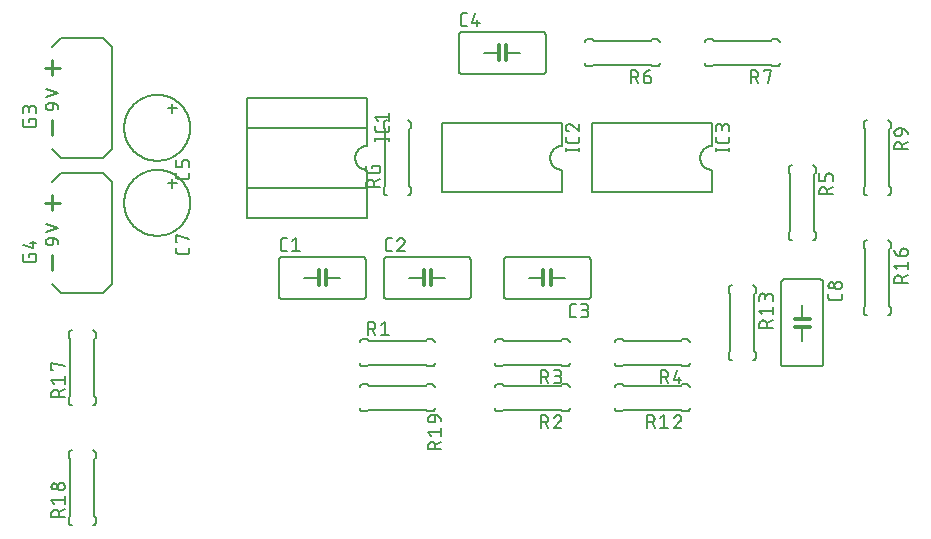
<source format=gbr>
G04 EAGLE Gerber RS-274X export*
G75*
%MOMM*%
%FSLAX34Y34*%
%LPD*%
%INSilkscreen Top*%
%IPPOS*%
%AMOC8*
5,1,8,0,0,1.08239X$1,22.5*%
G01*
%ADD10C,0.304800*%
%ADD11C,0.152400*%
%ADD12C,0.127000*%
%ADD13C,0.254000*%
%ADD14C,0.203200*%


D10*
X263652Y755650D02*
X263652Y749300D01*
X263652Y742950D01*
D11*
X263652Y749300D02*
X251460Y749300D01*
D10*
X270002Y749300D02*
X270002Y755650D01*
X270002Y749300D02*
X270002Y742950D01*
D11*
X270002Y749300D02*
X281940Y749300D01*
X229870Y764540D02*
X229870Y734060D01*
X232410Y731520D02*
X300990Y731520D01*
X303530Y734060D02*
X303530Y764540D01*
X300990Y767080D02*
X232410Y767080D01*
X300990Y767080D02*
X301090Y767078D01*
X301189Y767072D01*
X301289Y767062D01*
X301387Y767049D01*
X301486Y767031D01*
X301583Y767010D01*
X301679Y766985D01*
X301775Y766956D01*
X301869Y766923D01*
X301962Y766887D01*
X302053Y766847D01*
X302143Y766803D01*
X302231Y766756D01*
X302317Y766706D01*
X302401Y766652D01*
X302483Y766595D01*
X302562Y766535D01*
X302640Y766471D01*
X302714Y766405D01*
X302786Y766336D01*
X302855Y766264D01*
X302921Y766190D01*
X302985Y766112D01*
X303045Y766033D01*
X303102Y765951D01*
X303156Y765867D01*
X303206Y765781D01*
X303253Y765693D01*
X303297Y765603D01*
X303337Y765512D01*
X303373Y765419D01*
X303406Y765325D01*
X303435Y765229D01*
X303460Y765133D01*
X303481Y765036D01*
X303499Y764937D01*
X303512Y764839D01*
X303522Y764739D01*
X303528Y764640D01*
X303530Y764540D01*
X303530Y734060D02*
X303528Y733960D01*
X303522Y733861D01*
X303512Y733761D01*
X303499Y733663D01*
X303481Y733564D01*
X303460Y733467D01*
X303435Y733371D01*
X303406Y733275D01*
X303373Y733181D01*
X303337Y733088D01*
X303297Y732997D01*
X303253Y732907D01*
X303206Y732819D01*
X303156Y732733D01*
X303102Y732649D01*
X303045Y732567D01*
X302985Y732488D01*
X302921Y732410D01*
X302855Y732336D01*
X302786Y732264D01*
X302714Y732195D01*
X302640Y732129D01*
X302562Y732065D01*
X302483Y732005D01*
X302401Y731948D01*
X302317Y731894D01*
X302231Y731844D01*
X302143Y731797D01*
X302053Y731753D01*
X301962Y731713D01*
X301869Y731677D01*
X301775Y731644D01*
X301679Y731615D01*
X301583Y731590D01*
X301486Y731569D01*
X301387Y731551D01*
X301289Y731538D01*
X301189Y731528D01*
X301090Y731522D01*
X300990Y731520D01*
X232410Y731520D02*
X232310Y731522D01*
X232211Y731528D01*
X232111Y731538D01*
X232013Y731551D01*
X231914Y731569D01*
X231817Y731590D01*
X231721Y731615D01*
X231625Y731644D01*
X231531Y731677D01*
X231438Y731713D01*
X231347Y731753D01*
X231257Y731797D01*
X231169Y731844D01*
X231083Y731894D01*
X230999Y731948D01*
X230917Y732005D01*
X230838Y732065D01*
X230760Y732129D01*
X230686Y732195D01*
X230614Y732264D01*
X230545Y732336D01*
X230479Y732410D01*
X230415Y732488D01*
X230355Y732567D01*
X230298Y732649D01*
X230244Y732733D01*
X230194Y732819D01*
X230147Y732907D01*
X230103Y732997D01*
X230063Y733088D01*
X230027Y733181D01*
X229994Y733275D01*
X229965Y733371D01*
X229940Y733467D01*
X229919Y733564D01*
X229901Y733663D01*
X229888Y733761D01*
X229878Y733861D01*
X229872Y733960D01*
X229870Y734060D01*
X229870Y764540D02*
X229872Y764640D01*
X229878Y764739D01*
X229888Y764839D01*
X229901Y764937D01*
X229919Y765036D01*
X229940Y765133D01*
X229965Y765229D01*
X229994Y765325D01*
X230027Y765419D01*
X230063Y765512D01*
X230103Y765603D01*
X230147Y765693D01*
X230194Y765781D01*
X230244Y765867D01*
X230298Y765951D01*
X230355Y766033D01*
X230415Y766112D01*
X230479Y766190D01*
X230545Y766264D01*
X230614Y766336D01*
X230686Y766405D01*
X230760Y766471D01*
X230838Y766535D01*
X230917Y766595D01*
X230999Y766652D01*
X231083Y766706D01*
X231169Y766756D01*
X231257Y766803D01*
X231347Y766847D01*
X231438Y766887D01*
X231531Y766923D01*
X231625Y766956D01*
X231721Y766985D01*
X231817Y767010D01*
X231914Y767031D01*
X232013Y767049D01*
X232111Y767062D01*
X232211Y767072D01*
X232310Y767078D01*
X232410Y767080D01*
D12*
X234315Y771525D02*
X236855Y771525D01*
X234315Y771525D02*
X234215Y771527D01*
X234116Y771533D01*
X234016Y771543D01*
X233918Y771556D01*
X233819Y771574D01*
X233722Y771595D01*
X233626Y771620D01*
X233530Y771649D01*
X233436Y771682D01*
X233343Y771718D01*
X233252Y771758D01*
X233162Y771802D01*
X233074Y771849D01*
X232988Y771899D01*
X232904Y771953D01*
X232822Y772010D01*
X232743Y772070D01*
X232665Y772134D01*
X232591Y772200D01*
X232519Y772269D01*
X232450Y772341D01*
X232384Y772415D01*
X232320Y772493D01*
X232260Y772572D01*
X232203Y772654D01*
X232149Y772738D01*
X232099Y772824D01*
X232052Y772912D01*
X232008Y773002D01*
X231968Y773093D01*
X231932Y773186D01*
X231899Y773280D01*
X231870Y773376D01*
X231845Y773472D01*
X231824Y773569D01*
X231806Y773668D01*
X231793Y773766D01*
X231783Y773866D01*
X231777Y773965D01*
X231775Y774065D01*
X231775Y780415D01*
X231777Y780515D01*
X231783Y780614D01*
X231793Y780714D01*
X231806Y780812D01*
X231824Y780911D01*
X231845Y781008D01*
X231870Y781104D01*
X231899Y781200D01*
X231932Y781294D01*
X231968Y781387D01*
X232008Y781478D01*
X232052Y781568D01*
X232099Y781656D01*
X232149Y781742D01*
X232203Y781826D01*
X232260Y781908D01*
X232320Y781987D01*
X232384Y782065D01*
X232450Y782139D01*
X232519Y782211D01*
X232591Y782280D01*
X232665Y782346D01*
X232743Y782410D01*
X232822Y782470D01*
X232904Y782527D01*
X232988Y782581D01*
X233074Y782631D01*
X233162Y782678D01*
X233252Y782722D01*
X233343Y782762D01*
X233436Y782798D01*
X233530Y782831D01*
X233626Y782860D01*
X233722Y782885D01*
X233819Y782906D01*
X233918Y782924D01*
X234016Y782937D01*
X234116Y782947D01*
X234215Y782953D01*
X234315Y782955D01*
X236855Y782955D01*
X241337Y780415D02*
X244512Y782955D01*
X244512Y771525D01*
X241337Y771525D02*
X247687Y771525D01*
D10*
X352552Y755650D02*
X352552Y749300D01*
X352552Y742950D01*
D11*
X352552Y749300D02*
X340360Y749300D01*
D10*
X358902Y749300D02*
X358902Y755650D01*
X358902Y749300D02*
X358902Y742950D01*
D11*
X358902Y749300D02*
X370840Y749300D01*
X318770Y764540D02*
X318770Y734060D01*
X321310Y731520D02*
X389890Y731520D01*
X392430Y734060D02*
X392430Y764540D01*
X389890Y767080D02*
X321310Y767080D01*
X389890Y767080D02*
X389990Y767078D01*
X390089Y767072D01*
X390189Y767062D01*
X390287Y767049D01*
X390386Y767031D01*
X390483Y767010D01*
X390579Y766985D01*
X390675Y766956D01*
X390769Y766923D01*
X390862Y766887D01*
X390953Y766847D01*
X391043Y766803D01*
X391131Y766756D01*
X391217Y766706D01*
X391301Y766652D01*
X391383Y766595D01*
X391462Y766535D01*
X391540Y766471D01*
X391614Y766405D01*
X391686Y766336D01*
X391755Y766264D01*
X391821Y766190D01*
X391885Y766112D01*
X391945Y766033D01*
X392002Y765951D01*
X392056Y765867D01*
X392106Y765781D01*
X392153Y765693D01*
X392197Y765603D01*
X392237Y765512D01*
X392273Y765419D01*
X392306Y765325D01*
X392335Y765229D01*
X392360Y765133D01*
X392381Y765036D01*
X392399Y764937D01*
X392412Y764839D01*
X392422Y764739D01*
X392428Y764640D01*
X392430Y764540D01*
X392430Y734060D02*
X392428Y733960D01*
X392422Y733861D01*
X392412Y733761D01*
X392399Y733663D01*
X392381Y733564D01*
X392360Y733467D01*
X392335Y733371D01*
X392306Y733275D01*
X392273Y733181D01*
X392237Y733088D01*
X392197Y732997D01*
X392153Y732907D01*
X392106Y732819D01*
X392056Y732733D01*
X392002Y732649D01*
X391945Y732567D01*
X391885Y732488D01*
X391821Y732410D01*
X391755Y732336D01*
X391686Y732264D01*
X391614Y732195D01*
X391540Y732129D01*
X391462Y732065D01*
X391383Y732005D01*
X391301Y731948D01*
X391217Y731894D01*
X391131Y731844D01*
X391043Y731797D01*
X390953Y731753D01*
X390862Y731713D01*
X390769Y731677D01*
X390675Y731644D01*
X390579Y731615D01*
X390483Y731590D01*
X390386Y731569D01*
X390287Y731551D01*
X390189Y731538D01*
X390089Y731528D01*
X389990Y731522D01*
X389890Y731520D01*
X321310Y731520D02*
X321210Y731522D01*
X321111Y731528D01*
X321011Y731538D01*
X320913Y731551D01*
X320814Y731569D01*
X320717Y731590D01*
X320621Y731615D01*
X320525Y731644D01*
X320431Y731677D01*
X320338Y731713D01*
X320247Y731753D01*
X320157Y731797D01*
X320069Y731844D01*
X319983Y731894D01*
X319899Y731948D01*
X319817Y732005D01*
X319738Y732065D01*
X319660Y732129D01*
X319586Y732195D01*
X319514Y732264D01*
X319445Y732336D01*
X319379Y732410D01*
X319315Y732488D01*
X319255Y732567D01*
X319198Y732649D01*
X319144Y732733D01*
X319094Y732819D01*
X319047Y732907D01*
X319003Y732997D01*
X318963Y733088D01*
X318927Y733181D01*
X318894Y733275D01*
X318865Y733371D01*
X318840Y733467D01*
X318819Y733564D01*
X318801Y733663D01*
X318788Y733761D01*
X318778Y733861D01*
X318772Y733960D01*
X318770Y734060D01*
X318770Y764540D02*
X318772Y764640D01*
X318778Y764739D01*
X318788Y764839D01*
X318801Y764937D01*
X318819Y765036D01*
X318840Y765133D01*
X318865Y765229D01*
X318894Y765325D01*
X318927Y765419D01*
X318963Y765512D01*
X319003Y765603D01*
X319047Y765693D01*
X319094Y765781D01*
X319144Y765867D01*
X319198Y765951D01*
X319255Y766033D01*
X319315Y766112D01*
X319379Y766190D01*
X319445Y766264D01*
X319514Y766336D01*
X319586Y766405D01*
X319660Y766471D01*
X319738Y766535D01*
X319817Y766595D01*
X319899Y766652D01*
X319983Y766706D01*
X320069Y766756D01*
X320157Y766803D01*
X320247Y766847D01*
X320338Y766887D01*
X320431Y766923D01*
X320525Y766956D01*
X320621Y766985D01*
X320717Y767010D01*
X320814Y767031D01*
X320913Y767049D01*
X321011Y767062D01*
X321111Y767072D01*
X321210Y767078D01*
X321310Y767080D01*
D12*
X323215Y771525D02*
X325755Y771525D01*
X323215Y771525D02*
X323115Y771527D01*
X323016Y771533D01*
X322916Y771543D01*
X322818Y771556D01*
X322719Y771574D01*
X322622Y771595D01*
X322526Y771620D01*
X322430Y771649D01*
X322336Y771682D01*
X322243Y771718D01*
X322152Y771758D01*
X322062Y771802D01*
X321974Y771849D01*
X321888Y771899D01*
X321804Y771953D01*
X321722Y772010D01*
X321643Y772070D01*
X321565Y772134D01*
X321491Y772200D01*
X321419Y772269D01*
X321350Y772341D01*
X321284Y772415D01*
X321220Y772493D01*
X321160Y772572D01*
X321103Y772654D01*
X321049Y772738D01*
X320999Y772824D01*
X320952Y772912D01*
X320908Y773002D01*
X320868Y773093D01*
X320832Y773186D01*
X320799Y773280D01*
X320770Y773376D01*
X320745Y773472D01*
X320724Y773569D01*
X320706Y773668D01*
X320693Y773766D01*
X320683Y773866D01*
X320677Y773965D01*
X320675Y774065D01*
X320675Y780415D01*
X320677Y780515D01*
X320683Y780614D01*
X320693Y780714D01*
X320706Y780812D01*
X320724Y780911D01*
X320745Y781008D01*
X320770Y781104D01*
X320799Y781200D01*
X320832Y781294D01*
X320868Y781387D01*
X320908Y781478D01*
X320952Y781568D01*
X320999Y781656D01*
X321049Y781742D01*
X321103Y781826D01*
X321160Y781908D01*
X321220Y781987D01*
X321284Y782065D01*
X321350Y782139D01*
X321419Y782211D01*
X321491Y782280D01*
X321565Y782346D01*
X321643Y782410D01*
X321722Y782470D01*
X321804Y782527D01*
X321888Y782581D01*
X321974Y782631D01*
X322062Y782678D01*
X322152Y782722D01*
X322243Y782762D01*
X322336Y782798D01*
X322430Y782831D01*
X322526Y782860D01*
X322622Y782885D01*
X322719Y782906D01*
X322818Y782924D01*
X322916Y782937D01*
X323016Y782947D01*
X323115Y782953D01*
X323215Y782955D01*
X325755Y782955D01*
X333730Y782956D02*
X333834Y782954D01*
X333939Y782948D01*
X334043Y782939D01*
X334146Y782926D01*
X334249Y782908D01*
X334351Y782888D01*
X334453Y782863D01*
X334553Y782835D01*
X334653Y782803D01*
X334751Y782767D01*
X334848Y782728D01*
X334943Y782686D01*
X335037Y782640D01*
X335129Y782590D01*
X335219Y782538D01*
X335307Y782482D01*
X335393Y782422D01*
X335477Y782360D01*
X335558Y782295D01*
X335637Y782227D01*
X335714Y782155D01*
X335787Y782082D01*
X335859Y782005D01*
X335927Y781926D01*
X335992Y781845D01*
X336054Y781761D01*
X336114Y781675D01*
X336170Y781587D01*
X336222Y781497D01*
X336272Y781405D01*
X336318Y781311D01*
X336360Y781216D01*
X336399Y781119D01*
X336435Y781021D01*
X336467Y780921D01*
X336495Y780821D01*
X336520Y780719D01*
X336540Y780617D01*
X336558Y780514D01*
X336571Y780411D01*
X336580Y780307D01*
X336586Y780202D01*
X336588Y780098D01*
X333730Y782955D02*
X333612Y782953D01*
X333493Y782947D01*
X333375Y782938D01*
X333258Y782925D01*
X333141Y782907D01*
X333024Y782887D01*
X332908Y782862D01*
X332793Y782834D01*
X332680Y782801D01*
X332567Y782766D01*
X332455Y782726D01*
X332345Y782684D01*
X332236Y782637D01*
X332128Y782587D01*
X332023Y782534D01*
X331919Y782477D01*
X331817Y782417D01*
X331717Y782354D01*
X331619Y782287D01*
X331523Y782218D01*
X331430Y782145D01*
X331339Y782069D01*
X331250Y781991D01*
X331164Y781909D01*
X331081Y781825D01*
X331000Y781739D01*
X330923Y781649D01*
X330848Y781558D01*
X330776Y781464D01*
X330707Y781367D01*
X330642Y781269D01*
X330579Y781168D01*
X330520Y781065D01*
X330464Y780961D01*
X330412Y780855D01*
X330363Y780747D01*
X330318Y780638D01*
X330276Y780527D01*
X330238Y780415D01*
X335635Y777876D02*
X335711Y777951D01*
X335786Y778030D01*
X335857Y778111D01*
X335926Y778195D01*
X335991Y778281D01*
X336053Y778369D01*
X336113Y778459D01*
X336169Y778551D01*
X336222Y778646D01*
X336271Y778742D01*
X336317Y778840D01*
X336360Y778939D01*
X336399Y779040D01*
X336434Y779142D01*
X336466Y779245D01*
X336494Y779349D01*
X336519Y779454D01*
X336540Y779561D01*
X336557Y779667D01*
X336570Y779774D01*
X336579Y779882D01*
X336585Y779990D01*
X336587Y780098D01*
X335635Y777875D02*
X330237Y771525D01*
X336587Y771525D01*
D10*
X460248Y749300D02*
X460248Y742950D01*
X460248Y749300D02*
X460248Y755650D01*
D11*
X460248Y749300D02*
X472440Y749300D01*
D10*
X453898Y749300D02*
X453898Y742950D01*
X453898Y749300D02*
X453898Y755650D01*
D11*
X453898Y749300D02*
X441960Y749300D01*
X494030Y734060D02*
X494030Y764540D01*
X491490Y767080D02*
X422910Y767080D01*
X420370Y764540D02*
X420370Y734060D01*
X422910Y731520D02*
X491490Y731520D01*
X422910Y731520D02*
X422810Y731522D01*
X422711Y731528D01*
X422611Y731538D01*
X422513Y731551D01*
X422414Y731569D01*
X422317Y731590D01*
X422221Y731615D01*
X422125Y731644D01*
X422031Y731677D01*
X421938Y731713D01*
X421847Y731753D01*
X421757Y731797D01*
X421669Y731844D01*
X421583Y731894D01*
X421499Y731948D01*
X421417Y732005D01*
X421338Y732065D01*
X421260Y732129D01*
X421186Y732195D01*
X421114Y732264D01*
X421045Y732336D01*
X420979Y732410D01*
X420915Y732488D01*
X420855Y732567D01*
X420798Y732649D01*
X420744Y732733D01*
X420694Y732819D01*
X420647Y732907D01*
X420603Y732997D01*
X420563Y733088D01*
X420527Y733181D01*
X420494Y733275D01*
X420465Y733371D01*
X420440Y733467D01*
X420419Y733564D01*
X420401Y733663D01*
X420388Y733761D01*
X420378Y733861D01*
X420372Y733960D01*
X420370Y734060D01*
X420370Y764540D02*
X420372Y764640D01*
X420378Y764739D01*
X420388Y764839D01*
X420401Y764937D01*
X420419Y765036D01*
X420440Y765133D01*
X420465Y765229D01*
X420494Y765325D01*
X420527Y765419D01*
X420563Y765512D01*
X420603Y765603D01*
X420647Y765693D01*
X420694Y765781D01*
X420744Y765867D01*
X420798Y765951D01*
X420855Y766033D01*
X420915Y766112D01*
X420979Y766190D01*
X421045Y766264D01*
X421114Y766336D01*
X421186Y766405D01*
X421260Y766471D01*
X421338Y766535D01*
X421417Y766595D01*
X421499Y766652D01*
X421583Y766706D01*
X421669Y766756D01*
X421757Y766803D01*
X421847Y766847D01*
X421938Y766887D01*
X422031Y766923D01*
X422125Y766956D01*
X422221Y766985D01*
X422317Y767010D01*
X422414Y767031D01*
X422513Y767049D01*
X422611Y767062D01*
X422711Y767072D01*
X422810Y767078D01*
X422910Y767080D01*
X491490Y767080D02*
X491590Y767078D01*
X491689Y767072D01*
X491789Y767062D01*
X491887Y767049D01*
X491986Y767031D01*
X492083Y767010D01*
X492179Y766985D01*
X492275Y766956D01*
X492369Y766923D01*
X492462Y766887D01*
X492553Y766847D01*
X492643Y766803D01*
X492731Y766756D01*
X492817Y766706D01*
X492901Y766652D01*
X492983Y766595D01*
X493062Y766535D01*
X493140Y766471D01*
X493214Y766405D01*
X493286Y766336D01*
X493355Y766264D01*
X493421Y766190D01*
X493485Y766112D01*
X493545Y766033D01*
X493602Y765951D01*
X493656Y765867D01*
X493706Y765781D01*
X493753Y765693D01*
X493797Y765603D01*
X493837Y765512D01*
X493873Y765419D01*
X493906Y765325D01*
X493935Y765229D01*
X493960Y765133D01*
X493981Y765036D01*
X493999Y764937D01*
X494012Y764839D01*
X494022Y764739D01*
X494028Y764640D01*
X494030Y764540D01*
X494030Y734060D02*
X494028Y733960D01*
X494022Y733861D01*
X494012Y733761D01*
X493999Y733663D01*
X493981Y733564D01*
X493960Y733467D01*
X493935Y733371D01*
X493906Y733275D01*
X493873Y733181D01*
X493837Y733088D01*
X493797Y732997D01*
X493753Y732907D01*
X493706Y732819D01*
X493656Y732733D01*
X493602Y732649D01*
X493545Y732567D01*
X493485Y732488D01*
X493421Y732410D01*
X493355Y732336D01*
X493286Y732264D01*
X493214Y732195D01*
X493140Y732129D01*
X493062Y732065D01*
X492983Y732005D01*
X492901Y731948D01*
X492817Y731894D01*
X492731Y731844D01*
X492643Y731797D01*
X492553Y731753D01*
X492462Y731713D01*
X492369Y731677D01*
X492275Y731644D01*
X492179Y731615D01*
X492083Y731590D01*
X491986Y731569D01*
X491887Y731551D01*
X491789Y731538D01*
X491689Y731528D01*
X491590Y731522D01*
X491490Y731520D01*
D12*
X481293Y715645D02*
X478753Y715645D01*
X478653Y715647D01*
X478554Y715653D01*
X478454Y715663D01*
X478356Y715676D01*
X478257Y715694D01*
X478160Y715715D01*
X478064Y715740D01*
X477968Y715769D01*
X477874Y715802D01*
X477781Y715838D01*
X477690Y715878D01*
X477600Y715922D01*
X477512Y715969D01*
X477426Y716019D01*
X477342Y716073D01*
X477260Y716130D01*
X477181Y716190D01*
X477103Y716254D01*
X477029Y716320D01*
X476957Y716389D01*
X476888Y716461D01*
X476822Y716535D01*
X476758Y716613D01*
X476698Y716692D01*
X476641Y716774D01*
X476587Y716858D01*
X476537Y716944D01*
X476490Y717032D01*
X476446Y717122D01*
X476406Y717213D01*
X476370Y717306D01*
X476337Y717400D01*
X476308Y717496D01*
X476283Y717592D01*
X476262Y717689D01*
X476244Y717788D01*
X476231Y717886D01*
X476221Y717986D01*
X476215Y718085D01*
X476213Y718185D01*
X476213Y724535D01*
X476215Y724635D01*
X476221Y724734D01*
X476231Y724834D01*
X476244Y724932D01*
X476262Y725031D01*
X476283Y725128D01*
X476308Y725224D01*
X476337Y725320D01*
X476370Y725414D01*
X476406Y725507D01*
X476446Y725598D01*
X476490Y725688D01*
X476537Y725776D01*
X476587Y725862D01*
X476641Y725946D01*
X476698Y726028D01*
X476758Y726107D01*
X476822Y726185D01*
X476888Y726259D01*
X476957Y726331D01*
X477029Y726400D01*
X477103Y726466D01*
X477181Y726530D01*
X477260Y726590D01*
X477342Y726647D01*
X477426Y726701D01*
X477512Y726751D01*
X477600Y726798D01*
X477690Y726842D01*
X477781Y726882D01*
X477874Y726918D01*
X477968Y726951D01*
X478064Y726980D01*
X478160Y727005D01*
X478257Y727026D01*
X478356Y727044D01*
X478454Y727057D01*
X478554Y727067D01*
X478653Y727073D01*
X478753Y727075D01*
X481293Y727075D01*
X485775Y715645D02*
X488950Y715645D01*
X489061Y715647D01*
X489171Y715653D01*
X489282Y715662D01*
X489392Y715676D01*
X489501Y715693D01*
X489610Y715714D01*
X489718Y715739D01*
X489825Y715768D01*
X489931Y715800D01*
X490036Y715836D01*
X490139Y715876D01*
X490241Y715919D01*
X490342Y715966D01*
X490441Y716017D01*
X490538Y716070D01*
X490632Y716127D01*
X490725Y716188D01*
X490816Y716251D01*
X490905Y716318D01*
X490991Y716388D01*
X491074Y716461D01*
X491156Y716536D01*
X491234Y716614D01*
X491309Y716696D01*
X491382Y716779D01*
X491452Y716865D01*
X491519Y716954D01*
X491582Y717045D01*
X491643Y717138D01*
X491700Y717233D01*
X491753Y717329D01*
X491804Y717428D01*
X491851Y717529D01*
X491894Y717631D01*
X491934Y717734D01*
X491970Y717839D01*
X492002Y717945D01*
X492031Y718052D01*
X492056Y718160D01*
X492077Y718269D01*
X492094Y718378D01*
X492108Y718488D01*
X492117Y718599D01*
X492123Y718709D01*
X492125Y718820D01*
X492123Y718931D01*
X492117Y719041D01*
X492108Y719152D01*
X492094Y719262D01*
X492077Y719371D01*
X492056Y719480D01*
X492031Y719588D01*
X492002Y719695D01*
X491970Y719801D01*
X491934Y719906D01*
X491894Y720009D01*
X491851Y720111D01*
X491804Y720212D01*
X491753Y720311D01*
X491700Y720407D01*
X491643Y720502D01*
X491582Y720595D01*
X491519Y720686D01*
X491452Y720775D01*
X491382Y720861D01*
X491309Y720944D01*
X491234Y721026D01*
X491156Y721104D01*
X491074Y721179D01*
X490991Y721252D01*
X490905Y721322D01*
X490816Y721389D01*
X490725Y721452D01*
X490632Y721513D01*
X490538Y721570D01*
X490441Y721623D01*
X490342Y721674D01*
X490241Y721721D01*
X490139Y721764D01*
X490036Y721804D01*
X489931Y721840D01*
X489825Y721872D01*
X489718Y721901D01*
X489610Y721926D01*
X489501Y721947D01*
X489392Y721964D01*
X489282Y721978D01*
X489171Y721987D01*
X489061Y721993D01*
X488950Y721995D01*
X489585Y727075D02*
X485775Y727075D01*
X489585Y727075D02*
X489685Y727073D01*
X489784Y727067D01*
X489884Y727057D01*
X489982Y727044D01*
X490081Y727026D01*
X490178Y727005D01*
X490274Y726980D01*
X490370Y726951D01*
X490464Y726918D01*
X490557Y726882D01*
X490648Y726842D01*
X490738Y726798D01*
X490826Y726751D01*
X490912Y726701D01*
X490996Y726647D01*
X491078Y726590D01*
X491157Y726530D01*
X491235Y726466D01*
X491309Y726400D01*
X491381Y726331D01*
X491450Y726259D01*
X491516Y726185D01*
X491580Y726107D01*
X491640Y726028D01*
X491697Y725946D01*
X491751Y725862D01*
X491801Y725776D01*
X491848Y725688D01*
X491892Y725598D01*
X491932Y725507D01*
X491968Y725414D01*
X492001Y725320D01*
X492030Y725224D01*
X492055Y725128D01*
X492076Y725031D01*
X492094Y724932D01*
X492107Y724834D01*
X492117Y724734D01*
X492123Y724635D01*
X492125Y724535D01*
X492123Y724435D01*
X492117Y724336D01*
X492107Y724236D01*
X492094Y724138D01*
X492076Y724039D01*
X492055Y723942D01*
X492030Y723846D01*
X492001Y723750D01*
X491968Y723656D01*
X491932Y723563D01*
X491892Y723472D01*
X491848Y723382D01*
X491801Y723294D01*
X491751Y723208D01*
X491697Y723124D01*
X491640Y723042D01*
X491580Y722963D01*
X491516Y722885D01*
X491450Y722811D01*
X491381Y722739D01*
X491309Y722670D01*
X491235Y722604D01*
X491157Y722540D01*
X491078Y722480D01*
X490996Y722423D01*
X490912Y722369D01*
X490826Y722319D01*
X490738Y722272D01*
X490648Y722228D01*
X490557Y722188D01*
X490464Y722152D01*
X490370Y722119D01*
X490274Y722090D01*
X490178Y722065D01*
X490081Y722044D01*
X489982Y722026D01*
X489884Y722013D01*
X489784Y722003D01*
X489685Y721997D01*
X489585Y721995D01*
X487045Y721995D01*
D10*
X416052Y939800D02*
X416052Y946150D01*
X416052Y939800D02*
X416052Y933450D01*
D11*
X416052Y939800D02*
X403860Y939800D01*
D10*
X422402Y939800D02*
X422402Y946150D01*
X422402Y939800D02*
X422402Y933450D01*
D11*
X422402Y939800D02*
X434340Y939800D01*
X382270Y955040D02*
X382270Y924560D01*
X384810Y922020D02*
X453390Y922020D01*
X455930Y924560D02*
X455930Y955040D01*
X453390Y957580D02*
X384810Y957580D01*
X453390Y957580D02*
X453490Y957578D01*
X453589Y957572D01*
X453689Y957562D01*
X453787Y957549D01*
X453886Y957531D01*
X453983Y957510D01*
X454079Y957485D01*
X454175Y957456D01*
X454269Y957423D01*
X454362Y957387D01*
X454453Y957347D01*
X454543Y957303D01*
X454631Y957256D01*
X454717Y957206D01*
X454801Y957152D01*
X454883Y957095D01*
X454962Y957035D01*
X455040Y956971D01*
X455114Y956905D01*
X455186Y956836D01*
X455255Y956764D01*
X455321Y956690D01*
X455385Y956612D01*
X455445Y956533D01*
X455502Y956451D01*
X455556Y956367D01*
X455606Y956281D01*
X455653Y956193D01*
X455697Y956103D01*
X455737Y956012D01*
X455773Y955919D01*
X455806Y955825D01*
X455835Y955729D01*
X455860Y955633D01*
X455881Y955536D01*
X455899Y955437D01*
X455912Y955339D01*
X455922Y955239D01*
X455928Y955140D01*
X455930Y955040D01*
X455930Y924560D02*
X455928Y924460D01*
X455922Y924361D01*
X455912Y924261D01*
X455899Y924163D01*
X455881Y924064D01*
X455860Y923967D01*
X455835Y923871D01*
X455806Y923775D01*
X455773Y923681D01*
X455737Y923588D01*
X455697Y923497D01*
X455653Y923407D01*
X455606Y923319D01*
X455556Y923233D01*
X455502Y923149D01*
X455445Y923067D01*
X455385Y922988D01*
X455321Y922910D01*
X455255Y922836D01*
X455186Y922764D01*
X455114Y922695D01*
X455040Y922629D01*
X454962Y922565D01*
X454883Y922505D01*
X454801Y922448D01*
X454717Y922394D01*
X454631Y922344D01*
X454543Y922297D01*
X454453Y922253D01*
X454362Y922213D01*
X454269Y922177D01*
X454175Y922144D01*
X454079Y922115D01*
X453983Y922090D01*
X453886Y922069D01*
X453787Y922051D01*
X453689Y922038D01*
X453589Y922028D01*
X453490Y922022D01*
X453390Y922020D01*
X384810Y922020D02*
X384710Y922022D01*
X384611Y922028D01*
X384511Y922038D01*
X384413Y922051D01*
X384314Y922069D01*
X384217Y922090D01*
X384121Y922115D01*
X384025Y922144D01*
X383931Y922177D01*
X383838Y922213D01*
X383747Y922253D01*
X383657Y922297D01*
X383569Y922344D01*
X383483Y922394D01*
X383399Y922448D01*
X383317Y922505D01*
X383238Y922565D01*
X383160Y922629D01*
X383086Y922695D01*
X383014Y922764D01*
X382945Y922836D01*
X382879Y922910D01*
X382815Y922988D01*
X382755Y923067D01*
X382698Y923149D01*
X382644Y923233D01*
X382594Y923319D01*
X382547Y923407D01*
X382503Y923497D01*
X382463Y923588D01*
X382427Y923681D01*
X382394Y923775D01*
X382365Y923871D01*
X382340Y923967D01*
X382319Y924064D01*
X382301Y924163D01*
X382288Y924261D01*
X382278Y924361D01*
X382272Y924460D01*
X382270Y924560D01*
X382270Y955040D02*
X382272Y955140D01*
X382278Y955239D01*
X382288Y955339D01*
X382301Y955437D01*
X382319Y955536D01*
X382340Y955633D01*
X382365Y955729D01*
X382394Y955825D01*
X382427Y955919D01*
X382463Y956012D01*
X382503Y956103D01*
X382547Y956193D01*
X382594Y956281D01*
X382644Y956367D01*
X382698Y956451D01*
X382755Y956533D01*
X382815Y956612D01*
X382879Y956690D01*
X382945Y956764D01*
X383014Y956836D01*
X383086Y956905D01*
X383160Y956971D01*
X383238Y957035D01*
X383317Y957095D01*
X383399Y957152D01*
X383483Y957206D01*
X383569Y957256D01*
X383657Y957303D01*
X383747Y957347D01*
X383838Y957387D01*
X383931Y957423D01*
X384025Y957456D01*
X384121Y957485D01*
X384217Y957510D01*
X384314Y957531D01*
X384413Y957549D01*
X384511Y957562D01*
X384611Y957572D01*
X384710Y957578D01*
X384810Y957580D01*
D12*
X386715Y962025D02*
X389255Y962025D01*
X386715Y962025D02*
X386615Y962027D01*
X386516Y962033D01*
X386416Y962043D01*
X386318Y962056D01*
X386219Y962074D01*
X386122Y962095D01*
X386026Y962120D01*
X385930Y962149D01*
X385836Y962182D01*
X385743Y962218D01*
X385652Y962258D01*
X385562Y962302D01*
X385474Y962349D01*
X385388Y962399D01*
X385304Y962453D01*
X385222Y962510D01*
X385143Y962570D01*
X385065Y962634D01*
X384991Y962700D01*
X384919Y962769D01*
X384850Y962841D01*
X384784Y962915D01*
X384720Y962993D01*
X384660Y963072D01*
X384603Y963154D01*
X384549Y963238D01*
X384499Y963324D01*
X384452Y963412D01*
X384408Y963502D01*
X384368Y963593D01*
X384332Y963686D01*
X384299Y963780D01*
X384270Y963876D01*
X384245Y963972D01*
X384224Y964069D01*
X384206Y964168D01*
X384193Y964266D01*
X384183Y964366D01*
X384177Y964465D01*
X384175Y964565D01*
X384175Y970915D01*
X384177Y971015D01*
X384183Y971114D01*
X384193Y971214D01*
X384206Y971312D01*
X384224Y971411D01*
X384245Y971508D01*
X384270Y971604D01*
X384299Y971700D01*
X384332Y971794D01*
X384368Y971887D01*
X384408Y971978D01*
X384452Y972068D01*
X384499Y972156D01*
X384549Y972242D01*
X384603Y972326D01*
X384660Y972408D01*
X384720Y972487D01*
X384784Y972565D01*
X384850Y972639D01*
X384919Y972711D01*
X384991Y972780D01*
X385065Y972846D01*
X385143Y972910D01*
X385222Y972970D01*
X385304Y973027D01*
X385388Y973081D01*
X385474Y973131D01*
X385562Y973178D01*
X385652Y973222D01*
X385743Y973262D01*
X385836Y973298D01*
X385930Y973331D01*
X386026Y973360D01*
X386122Y973385D01*
X386219Y973406D01*
X386318Y973424D01*
X386416Y973437D01*
X386516Y973447D01*
X386615Y973453D01*
X386715Y973455D01*
X389255Y973455D01*
X396277Y973455D02*
X393737Y964565D01*
X400087Y964565D01*
X398182Y967105D02*
X398182Y962025D01*
D11*
X139700Y896620D02*
X139700Y892810D01*
X135890Y892810D01*
X139700Y892810D02*
X139700Y889000D01*
X139700Y892810D02*
X143510Y892810D01*
X99060Y876300D02*
X99068Y876986D01*
X99094Y877671D01*
X99136Y878355D01*
X99195Y879039D01*
X99270Y879720D01*
X99362Y880400D01*
X99471Y881077D01*
X99597Y881751D01*
X99739Y882422D01*
X99897Y883089D01*
X100072Y883752D01*
X100263Y884411D01*
X100470Y885064D01*
X100693Y885713D01*
X100932Y886355D01*
X101187Y886992D01*
X101457Y887622D01*
X101743Y888246D01*
X102043Y888862D01*
X102359Y889471D01*
X102690Y890072D01*
X103035Y890664D01*
X103395Y891248D01*
X103769Y891823D01*
X104157Y892388D01*
X104558Y892944D01*
X104974Y893490D01*
X105402Y894025D01*
X105844Y894550D01*
X106298Y895063D01*
X106765Y895566D01*
X107243Y896057D01*
X107734Y896535D01*
X108237Y897002D01*
X108750Y897456D01*
X109275Y897898D01*
X109810Y898326D01*
X110356Y898742D01*
X110912Y899143D01*
X111477Y899531D01*
X112052Y899905D01*
X112636Y900265D01*
X113228Y900610D01*
X113829Y900941D01*
X114438Y901257D01*
X115054Y901557D01*
X115678Y901843D01*
X116308Y902113D01*
X116945Y902368D01*
X117587Y902607D01*
X118236Y902830D01*
X118889Y903037D01*
X119548Y903228D01*
X120211Y903403D01*
X120878Y903561D01*
X121549Y903703D01*
X122223Y903829D01*
X122900Y903938D01*
X123580Y904030D01*
X124261Y904105D01*
X124945Y904164D01*
X125629Y904206D01*
X126314Y904232D01*
X127000Y904240D01*
X127686Y904232D01*
X128371Y904206D01*
X129055Y904164D01*
X129739Y904105D01*
X130420Y904030D01*
X131100Y903938D01*
X131777Y903829D01*
X132451Y903703D01*
X133122Y903561D01*
X133789Y903403D01*
X134452Y903228D01*
X135111Y903037D01*
X135764Y902830D01*
X136413Y902607D01*
X137055Y902368D01*
X137692Y902113D01*
X138322Y901843D01*
X138946Y901557D01*
X139562Y901257D01*
X140171Y900941D01*
X140772Y900610D01*
X141364Y900265D01*
X141948Y899905D01*
X142523Y899531D01*
X143088Y899143D01*
X143644Y898742D01*
X144190Y898326D01*
X144725Y897898D01*
X145250Y897456D01*
X145763Y897002D01*
X146266Y896535D01*
X146757Y896057D01*
X147235Y895566D01*
X147702Y895063D01*
X148156Y894550D01*
X148598Y894025D01*
X149026Y893490D01*
X149442Y892944D01*
X149843Y892388D01*
X150231Y891823D01*
X150605Y891248D01*
X150965Y890664D01*
X151310Y890072D01*
X151641Y889471D01*
X151957Y888862D01*
X152257Y888246D01*
X152543Y887622D01*
X152813Y886992D01*
X153068Y886355D01*
X153307Y885713D01*
X153530Y885064D01*
X153737Y884411D01*
X153928Y883752D01*
X154103Y883089D01*
X154261Y882422D01*
X154403Y881751D01*
X154529Y881077D01*
X154638Y880400D01*
X154730Y879720D01*
X154805Y879039D01*
X154864Y878355D01*
X154906Y877671D01*
X154932Y876986D01*
X154940Y876300D01*
X154932Y875614D01*
X154906Y874929D01*
X154864Y874245D01*
X154805Y873561D01*
X154730Y872880D01*
X154638Y872200D01*
X154529Y871523D01*
X154403Y870849D01*
X154261Y870178D01*
X154103Y869511D01*
X153928Y868848D01*
X153737Y868189D01*
X153530Y867536D01*
X153307Y866887D01*
X153068Y866245D01*
X152813Y865608D01*
X152543Y864978D01*
X152257Y864354D01*
X151957Y863738D01*
X151641Y863129D01*
X151310Y862528D01*
X150965Y861936D01*
X150605Y861352D01*
X150231Y860777D01*
X149843Y860212D01*
X149442Y859656D01*
X149026Y859110D01*
X148598Y858575D01*
X148156Y858050D01*
X147702Y857537D01*
X147235Y857034D01*
X146757Y856543D01*
X146266Y856065D01*
X145763Y855598D01*
X145250Y855144D01*
X144725Y854702D01*
X144190Y854274D01*
X143644Y853858D01*
X143088Y853457D01*
X142523Y853069D01*
X141948Y852695D01*
X141364Y852335D01*
X140772Y851990D01*
X140171Y851659D01*
X139562Y851343D01*
X138946Y851043D01*
X138322Y850757D01*
X137692Y850487D01*
X137055Y850232D01*
X136413Y849993D01*
X135764Y849770D01*
X135111Y849563D01*
X134452Y849372D01*
X133789Y849197D01*
X133122Y849039D01*
X132451Y848897D01*
X131777Y848771D01*
X131100Y848662D01*
X130420Y848570D01*
X129739Y848495D01*
X129055Y848436D01*
X128371Y848394D01*
X127686Y848368D01*
X127000Y848360D01*
X126314Y848368D01*
X125629Y848394D01*
X124945Y848436D01*
X124261Y848495D01*
X123580Y848570D01*
X122900Y848662D01*
X122223Y848771D01*
X121549Y848897D01*
X120878Y849039D01*
X120211Y849197D01*
X119548Y849372D01*
X118889Y849563D01*
X118236Y849770D01*
X117587Y849993D01*
X116945Y850232D01*
X116308Y850487D01*
X115678Y850757D01*
X115054Y851043D01*
X114438Y851343D01*
X113829Y851659D01*
X113228Y851990D01*
X112636Y852335D01*
X112052Y852695D01*
X111477Y853069D01*
X110912Y853457D01*
X110356Y853858D01*
X109810Y854274D01*
X109275Y854702D01*
X108750Y855144D01*
X108237Y855598D01*
X107734Y856065D01*
X107243Y856543D01*
X106765Y857034D01*
X106298Y857537D01*
X105844Y858050D01*
X105402Y858575D01*
X104974Y859110D01*
X104558Y859656D01*
X104157Y860212D01*
X103769Y860777D01*
X103395Y861352D01*
X103035Y861936D01*
X102690Y862528D01*
X102359Y863129D01*
X102043Y863738D01*
X101743Y864354D01*
X101457Y864978D01*
X101187Y865608D01*
X100932Y866245D01*
X100693Y866887D01*
X100470Y867536D01*
X100263Y868189D01*
X100072Y868848D01*
X99897Y869511D01*
X99739Y870178D01*
X99597Y870849D01*
X99471Y871523D01*
X99362Y872200D01*
X99270Y872880D01*
X99195Y873561D01*
X99136Y874245D01*
X99094Y874929D01*
X99068Y875614D01*
X99060Y876300D01*
D12*
X154305Y838163D02*
X154305Y835623D01*
X154303Y835523D01*
X154297Y835424D01*
X154287Y835324D01*
X154274Y835226D01*
X154256Y835127D01*
X154235Y835030D01*
X154210Y834934D01*
X154181Y834838D01*
X154148Y834744D01*
X154112Y834651D01*
X154072Y834560D01*
X154028Y834470D01*
X153981Y834382D01*
X153931Y834296D01*
X153877Y834212D01*
X153820Y834130D01*
X153760Y834051D01*
X153696Y833973D01*
X153630Y833899D01*
X153561Y833827D01*
X153489Y833758D01*
X153415Y833692D01*
X153337Y833628D01*
X153258Y833568D01*
X153176Y833511D01*
X153092Y833457D01*
X153006Y833407D01*
X152918Y833360D01*
X152828Y833316D01*
X152737Y833276D01*
X152644Y833240D01*
X152550Y833207D01*
X152454Y833178D01*
X152358Y833153D01*
X152261Y833132D01*
X152162Y833114D01*
X152064Y833101D01*
X151964Y833091D01*
X151865Y833085D01*
X151765Y833083D01*
X145415Y833083D01*
X145315Y833085D01*
X145216Y833091D01*
X145116Y833101D01*
X145018Y833114D01*
X144919Y833132D01*
X144822Y833153D01*
X144726Y833178D01*
X144630Y833207D01*
X144536Y833240D01*
X144443Y833276D01*
X144352Y833316D01*
X144262Y833360D01*
X144174Y833407D01*
X144088Y833457D01*
X144004Y833511D01*
X143922Y833568D01*
X143843Y833628D01*
X143765Y833692D01*
X143691Y833758D01*
X143619Y833827D01*
X143550Y833899D01*
X143484Y833973D01*
X143420Y834051D01*
X143360Y834130D01*
X143303Y834212D01*
X143249Y834296D01*
X143199Y834382D01*
X143152Y834470D01*
X143108Y834560D01*
X143068Y834651D01*
X143032Y834744D01*
X142999Y834838D01*
X142970Y834934D01*
X142945Y835030D01*
X142924Y835127D01*
X142906Y835226D01*
X142893Y835324D01*
X142883Y835424D01*
X142877Y835523D01*
X142875Y835623D01*
X142875Y838163D01*
X154305Y842645D02*
X154305Y846455D01*
X154303Y846555D01*
X154297Y846654D01*
X154287Y846754D01*
X154274Y846852D01*
X154256Y846951D01*
X154235Y847048D01*
X154210Y847144D01*
X154181Y847240D01*
X154148Y847334D01*
X154112Y847427D01*
X154072Y847518D01*
X154028Y847608D01*
X153981Y847696D01*
X153931Y847782D01*
X153877Y847866D01*
X153820Y847948D01*
X153760Y848027D01*
X153696Y848105D01*
X153630Y848179D01*
X153561Y848251D01*
X153489Y848320D01*
X153415Y848386D01*
X153337Y848450D01*
X153258Y848510D01*
X153176Y848567D01*
X153092Y848621D01*
X153006Y848671D01*
X152918Y848718D01*
X152828Y848762D01*
X152737Y848802D01*
X152644Y848838D01*
X152550Y848871D01*
X152454Y848900D01*
X152358Y848925D01*
X152261Y848946D01*
X152162Y848964D01*
X152064Y848977D01*
X151964Y848987D01*
X151865Y848993D01*
X151765Y848995D01*
X150495Y848995D01*
X150395Y848993D01*
X150296Y848987D01*
X150196Y848977D01*
X150098Y848964D01*
X149999Y848946D01*
X149902Y848925D01*
X149806Y848900D01*
X149710Y848871D01*
X149616Y848838D01*
X149523Y848802D01*
X149432Y848762D01*
X149342Y848718D01*
X149254Y848671D01*
X149168Y848621D01*
X149084Y848567D01*
X149002Y848510D01*
X148923Y848450D01*
X148845Y848386D01*
X148771Y848320D01*
X148699Y848251D01*
X148630Y848179D01*
X148564Y848105D01*
X148500Y848027D01*
X148440Y847948D01*
X148383Y847866D01*
X148329Y847782D01*
X148279Y847696D01*
X148232Y847608D01*
X148188Y847518D01*
X148148Y847427D01*
X148112Y847334D01*
X148079Y847240D01*
X148050Y847144D01*
X148025Y847048D01*
X148004Y846951D01*
X147986Y846852D01*
X147973Y846754D01*
X147963Y846654D01*
X147957Y846555D01*
X147955Y846455D01*
X147955Y842645D01*
X142875Y842645D01*
X142875Y848995D01*
D11*
X139700Y833120D02*
X139700Y829310D01*
X135890Y829310D01*
X139700Y829310D02*
X139700Y825500D01*
X139700Y829310D02*
X143510Y829310D01*
X99060Y812800D02*
X99068Y813486D01*
X99094Y814171D01*
X99136Y814855D01*
X99195Y815539D01*
X99270Y816220D01*
X99362Y816900D01*
X99471Y817577D01*
X99597Y818251D01*
X99739Y818922D01*
X99897Y819589D01*
X100072Y820252D01*
X100263Y820911D01*
X100470Y821564D01*
X100693Y822213D01*
X100932Y822855D01*
X101187Y823492D01*
X101457Y824122D01*
X101743Y824746D01*
X102043Y825362D01*
X102359Y825971D01*
X102690Y826572D01*
X103035Y827164D01*
X103395Y827748D01*
X103769Y828323D01*
X104157Y828888D01*
X104558Y829444D01*
X104974Y829990D01*
X105402Y830525D01*
X105844Y831050D01*
X106298Y831563D01*
X106765Y832066D01*
X107243Y832557D01*
X107734Y833035D01*
X108237Y833502D01*
X108750Y833956D01*
X109275Y834398D01*
X109810Y834826D01*
X110356Y835242D01*
X110912Y835643D01*
X111477Y836031D01*
X112052Y836405D01*
X112636Y836765D01*
X113228Y837110D01*
X113829Y837441D01*
X114438Y837757D01*
X115054Y838057D01*
X115678Y838343D01*
X116308Y838613D01*
X116945Y838868D01*
X117587Y839107D01*
X118236Y839330D01*
X118889Y839537D01*
X119548Y839728D01*
X120211Y839903D01*
X120878Y840061D01*
X121549Y840203D01*
X122223Y840329D01*
X122900Y840438D01*
X123580Y840530D01*
X124261Y840605D01*
X124945Y840664D01*
X125629Y840706D01*
X126314Y840732D01*
X127000Y840740D01*
X127686Y840732D01*
X128371Y840706D01*
X129055Y840664D01*
X129739Y840605D01*
X130420Y840530D01*
X131100Y840438D01*
X131777Y840329D01*
X132451Y840203D01*
X133122Y840061D01*
X133789Y839903D01*
X134452Y839728D01*
X135111Y839537D01*
X135764Y839330D01*
X136413Y839107D01*
X137055Y838868D01*
X137692Y838613D01*
X138322Y838343D01*
X138946Y838057D01*
X139562Y837757D01*
X140171Y837441D01*
X140772Y837110D01*
X141364Y836765D01*
X141948Y836405D01*
X142523Y836031D01*
X143088Y835643D01*
X143644Y835242D01*
X144190Y834826D01*
X144725Y834398D01*
X145250Y833956D01*
X145763Y833502D01*
X146266Y833035D01*
X146757Y832557D01*
X147235Y832066D01*
X147702Y831563D01*
X148156Y831050D01*
X148598Y830525D01*
X149026Y829990D01*
X149442Y829444D01*
X149843Y828888D01*
X150231Y828323D01*
X150605Y827748D01*
X150965Y827164D01*
X151310Y826572D01*
X151641Y825971D01*
X151957Y825362D01*
X152257Y824746D01*
X152543Y824122D01*
X152813Y823492D01*
X153068Y822855D01*
X153307Y822213D01*
X153530Y821564D01*
X153737Y820911D01*
X153928Y820252D01*
X154103Y819589D01*
X154261Y818922D01*
X154403Y818251D01*
X154529Y817577D01*
X154638Y816900D01*
X154730Y816220D01*
X154805Y815539D01*
X154864Y814855D01*
X154906Y814171D01*
X154932Y813486D01*
X154940Y812800D01*
X154932Y812114D01*
X154906Y811429D01*
X154864Y810745D01*
X154805Y810061D01*
X154730Y809380D01*
X154638Y808700D01*
X154529Y808023D01*
X154403Y807349D01*
X154261Y806678D01*
X154103Y806011D01*
X153928Y805348D01*
X153737Y804689D01*
X153530Y804036D01*
X153307Y803387D01*
X153068Y802745D01*
X152813Y802108D01*
X152543Y801478D01*
X152257Y800854D01*
X151957Y800238D01*
X151641Y799629D01*
X151310Y799028D01*
X150965Y798436D01*
X150605Y797852D01*
X150231Y797277D01*
X149843Y796712D01*
X149442Y796156D01*
X149026Y795610D01*
X148598Y795075D01*
X148156Y794550D01*
X147702Y794037D01*
X147235Y793534D01*
X146757Y793043D01*
X146266Y792565D01*
X145763Y792098D01*
X145250Y791644D01*
X144725Y791202D01*
X144190Y790774D01*
X143644Y790358D01*
X143088Y789957D01*
X142523Y789569D01*
X141948Y789195D01*
X141364Y788835D01*
X140772Y788490D01*
X140171Y788159D01*
X139562Y787843D01*
X138946Y787543D01*
X138322Y787257D01*
X137692Y786987D01*
X137055Y786732D01*
X136413Y786493D01*
X135764Y786270D01*
X135111Y786063D01*
X134452Y785872D01*
X133789Y785697D01*
X133122Y785539D01*
X132451Y785397D01*
X131777Y785271D01*
X131100Y785162D01*
X130420Y785070D01*
X129739Y784995D01*
X129055Y784936D01*
X128371Y784894D01*
X127686Y784868D01*
X127000Y784860D01*
X126314Y784868D01*
X125629Y784894D01*
X124945Y784936D01*
X124261Y784995D01*
X123580Y785070D01*
X122900Y785162D01*
X122223Y785271D01*
X121549Y785397D01*
X120878Y785539D01*
X120211Y785697D01*
X119548Y785872D01*
X118889Y786063D01*
X118236Y786270D01*
X117587Y786493D01*
X116945Y786732D01*
X116308Y786987D01*
X115678Y787257D01*
X115054Y787543D01*
X114438Y787843D01*
X113829Y788159D01*
X113228Y788490D01*
X112636Y788835D01*
X112052Y789195D01*
X111477Y789569D01*
X110912Y789957D01*
X110356Y790358D01*
X109810Y790774D01*
X109275Y791202D01*
X108750Y791644D01*
X108237Y792098D01*
X107734Y792565D01*
X107243Y793043D01*
X106765Y793534D01*
X106298Y794037D01*
X105844Y794550D01*
X105402Y795075D01*
X104974Y795610D01*
X104558Y796156D01*
X104157Y796712D01*
X103769Y797277D01*
X103395Y797852D01*
X103035Y798436D01*
X102690Y799028D01*
X102359Y799629D01*
X102043Y800238D01*
X101743Y800854D01*
X101457Y801478D01*
X101187Y802108D01*
X100932Y802745D01*
X100693Y803387D01*
X100470Y804036D01*
X100263Y804689D01*
X100072Y805348D01*
X99897Y806011D01*
X99739Y806678D01*
X99597Y807349D01*
X99471Y808023D01*
X99362Y808700D01*
X99270Y809380D01*
X99195Y810061D01*
X99136Y810745D01*
X99094Y811429D01*
X99068Y812114D01*
X99060Y812800D01*
D12*
X154305Y774663D02*
X154305Y772123D01*
X154303Y772023D01*
X154297Y771924D01*
X154287Y771824D01*
X154274Y771726D01*
X154256Y771627D01*
X154235Y771530D01*
X154210Y771434D01*
X154181Y771338D01*
X154148Y771244D01*
X154112Y771151D01*
X154072Y771060D01*
X154028Y770970D01*
X153981Y770882D01*
X153931Y770796D01*
X153877Y770712D01*
X153820Y770630D01*
X153760Y770551D01*
X153696Y770473D01*
X153630Y770399D01*
X153561Y770327D01*
X153489Y770258D01*
X153415Y770192D01*
X153337Y770128D01*
X153258Y770068D01*
X153176Y770011D01*
X153092Y769957D01*
X153006Y769907D01*
X152918Y769860D01*
X152828Y769816D01*
X152737Y769776D01*
X152644Y769740D01*
X152550Y769707D01*
X152454Y769678D01*
X152358Y769653D01*
X152261Y769632D01*
X152162Y769614D01*
X152064Y769601D01*
X151964Y769591D01*
X151865Y769585D01*
X151765Y769583D01*
X145415Y769583D01*
X145315Y769585D01*
X145216Y769591D01*
X145116Y769601D01*
X145018Y769614D01*
X144919Y769632D01*
X144822Y769653D01*
X144726Y769678D01*
X144630Y769707D01*
X144536Y769740D01*
X144443Y769776D01*
X144352Y769816D01*
X144262Y769860D01*
X144174Y769907D01*
X144088Y769957D01*
X144004Y770011D01*
X143922Y770068D01*
X143843Y770128D01*
X143765Y770192D01*
X143691Y770258D01*
X143619Y770327D01*
X143550Y770399D01*
X143484Y770473D01*
X143420Y770551D01*
X143360Y770630D01*
X143303Y770712D01*
X143249Y770796D01*
X143199Y770882D01*
X143152Y770970D01*
X143108Y771060D01*
X143068Y771151D01*
X143032Y771244D01*
X142999Y771338D01*
X142970Y771434D01*
X142945Y771530D01*
X142924Y771627D01*
X142906Y771726D01*
X142893Y771824D01*
X142883Y771924D01*
X142877Y772023D01*
X142875Y772123D01*
X142875Y774663D01*
X142875Y779145D02*
X144145Y779145D01*
X142875Y779145D02*
X142875Y785495D01*
X154305Y782320D01*
D10*
X673100Y714248D02*
X679450Y714248D01*
X673100Y714248D02*
X666750Y714248D01*
D11*
X673100Y714248D02*
X673100Y726440D01*
D10*
X673100Y707898D02*
X679450Y707898D01*
X673100Y707898D02*
X666750Y707898D01*
D11*
X673100Y707898D02*
X673100Y695960D01*
X688340Y748030D02*
X657860Y748030D01*
X655320Y745490D02*
X655320Y676910D01*
X657860Y674370D02*
X688340Y674370D01*
X690880Y676910D02*
X690880Y745490D01*
X690880Y676910D02*
X690878Y676810D01*
X690872Y676711D01*
X690862Y676611D01*
X690849Y676513D01*
X690831Y676414D01*
X690810Y676317D01*
X690785Y676221D01*
X690756Y676125D01*
X690723Y676031D01*
X690687Y675938D01*
X690647Y675847D01*
X690603Y675757D01*
X690556Y675669D01*
X690506Y675583D01*
X690452Y675499D01*
X690395Y675417D01*
X690335Y675338D01*
X690271Y675260D01*
X690205Y675186D01*
X690136Y675114D01*
X690064Y675045D01*
X689990Y674979D01*
X689912Y674915D01*
X689833Y674855D01*
X689751Y674798D01*
X689667Y674744D01*
X689581Y674694D01*
X689493Y674647D01*
X689403Y674603D01*
X689312Y674563D01*
X689219Y674527D01*
X689125Y674494D01*
X689029Y674465D01*
X688933Y674440D01*
X688836Y674419D01*
X688737Y674401D01*
X688639Y674388D01*
X688539Y674378D01*
X688440Y674372D01*
X688340Y674370D01*
X657860Y674370D02*
X657760Y674372D01*
X657661Y674378D01*
X657561Y674388D01*
X657463Y674401D01*
X657364Y674419D01*
X657267Y674440D01*
X657171Y674465D01*
X657075Y674494D01*
X656981Y674527D01*
X656888Y674563D01*
X656797Y674603D01*
X656707Y674647D01*
X656619Y674694D01*
X656533Y674744D01*
X656449Y674798D01*
X656367Y674855D01*
X656288Y674915D01*
X656210Y674979D01*
X656136Y675045D01*
X656064Y675114D01*
X655995Y675186D01*
X655929Y675260D01*
X655865Y675338D01*
X655805Y675417D01*
X655748Y675499D01*
X655694Y675583D01*
X655644Y675669D01*
X655597Y675757D01*
X655553Y675847D01*
X655513Y675938D01*
X655477Y676031D01*
X655444Y676125D01*
X655415Y676221D01*
X655390Y676317D01*
X655369Y676414D01*
X655351Y676513D01*
X655338Y676611D01*
X655328Y676711D01*
X655322Y676810D01*
X655320Y676910D01*
X655320Y745490D02*
X655322Y745590D01*
X655328Y745689D01*
X655338Y745789D01*
X655351Y745887D01*
X655369Y745986D01*
X655390Y746083D01*
X655415Y746179D01*
X655444Y746275D01*
X655477Y746369D01*
X655513Y746462D01*
X655553Y746553D01*
X655597Y746643D01*
X655644Y746731D01*
X655694Y746817D01*
X655748Y746901D01*
X655805Y746983D01*
X655865Y747062D01*
X655929Y747140D01*
X655995Y747214D01*
X656064Y747286D01*
X656136Y747355D01*
X656210Y747421D01*
X656288Y747485D01*
X656367Y747545D01*
X656449Y747602D01*
X656533Y747656D01*
X656619Y747706D01*
X656707Y747753D01*
X656797Y747797D01*
X656888Y747837D01*
X656981Y747873D01*
X657075Y747906D01*
X657171Y747935D01*
X657267Y747960D01*
X657364Y747981D01*
X657463Y747999D01*
X657561Y748012D01*
X657661Y748022D01*
X657760Y748028D01*
X657860Y748030D01*
X688340Y748030D02*
X688440Y748028D01*
X688539Y748022D01*
X688639Y748012D01*
X688737Y747999D01*
X688836Y747981D01*
X688933Y747960D01*
X689029Y747935D01*
X689125Y747906D01*
X689219Y747873D01*
X689312Y747837D01*
X689403Y747797D01*
X689493Y747753D01*
X689581Y747706D01*
X689667Y747656D01*
X689751Y747602D01*
X689833Y747545D01*
X689912Y747485D01*
X689990Y747421D01*
X690064Y747355D01*
X690136Y747286D01*
X690205Y747214D01*
X690271Y747140D01*
X690335Y747062D01*
X690395Y746983D01*
X690452Y746901D01*
X690506Y746817D01*
X690556Y746731D01*
X690603Y746643D01*
X690647Y746553D01*
X690687Y746462D01*
X690723Y746369D01*
X690756Y746275D01*
X690785Y746179D01*
X690810Y746083D01*
X690831Y745986D01*
X690849Y745887D01*
X690862Y745789D01*
X690872Y745689D01*
X690878Y745590D01*
X690880Y745490D01*
D12*
X706755Y735293D02*
X706755Y732753D01*
X706753Y732653D01*
X706747Y732554D01*
X706737Y732454D01*
X706724Y732356D01*
X706706Y732257D01*
X706685Y732160D01*
X706660Y732064D01*
X706631Y731968D01*
X706598Y731874D01*
X706562Y731781D01*
X706522Y731690D01*
X706478Y731600D01*
X706431Y731512D01*
X706381Y731426D01*
X706327Y731342D01*
X706270Y731260D01*
X706210Y731181D01*
X706146Y731103D01*
X706080Y731029D01*
X706011Y730957D01*
X705939Y730888D01*
X705865Y730822D01*
X705787Y730758D01*
X705708Y730698D01*
X705626Y730641D01*
X705542Y730587D01*
X705456Y730537D01*
X705368Y730490D01*
X705278Y730446D01*
X705187Y730406D01*
X705094Y730370D01*
X705000Y730337D01*
X704904Y730308D01*
X704808Y730283D01*
X704711Y730262D01*
X704612Y730244D01*
X704514Y730231D01*
X704414Y730221D01*
X704315Y730215D01*
X704215Y730213D01*
X697865Y730213D01*
X697765Y730215D01*
X697666Y730221D01*
X697566Y730231D01*
X697468Y730244D01*
X697369Y730262D01*
X697272Y730283D01*
X697176Y730308D01*
X697080Y730337D01*
X696986Y730370D01*
X696893Y730406D01*
X696802Y730446D01*
X696712Y730490D01*
X696624Y730537D01*
X696538Y730587D01*
X696454Y730641D01*
X696372Y730698D01*
X696293Y730758D01*
X696215Y730822D01*
X696141Y730888D01*
X696069Y730957D01*
X696000Y731029D01*
X695934Y731103D01*
X695870Y731181D01*
X695810Y731260D01*
X695753Y731342D01*
X695699Y731426D01*
X695649Y731512D01*
X695602Y731600D01*
X695558Y731690D01*
X695518Y731781D01*
X695482Y731874D01*
X695449Y731968D01*
X695420Y732064D01*
X695395Y732160D01*
X695374Y732257D01*
X695356Y732356D01*
X695343Y732454D01*
X695333Y732554D01*
X695327Y732653D01*
X695325Y732753D01*
X695325Y735293D01*
X703580Y739775D02*
X703469Y739777D01*
X703359Y739783D01*
X703248Y739792D01*
X703138Y739806D01*
X703029Y739823D01*
X702920Y739844D01*
X702812Y739869D01*
X702705Y739898D01*
X702599Y739930D01*
X702494Y739966D01*
X702391Y740006D01*
X702289Y740049D01*
X702188Y740096D01*
X702089Y740147D01*
X701993Y740200D01*
X701898Y740257D01*
X701805Y740318D01*
X701714Y740381D01*
X701625Y740448D01*
X701539Y740518D01*
X701456Y740591D01*
X701374Y740666D01*
X701296Y740744D01*
X701221Y740826D01*
X701148Y740909D01*
X701078Y740995D01*
X701011Y741084D01*
X700948Y741175D01*
X700887Y741268D01*
X700830Y741363D01*
X700777Y741459D01*
X700726Y741558D01*
X700679Y741659D01*
X700636Y741761D01*
X700596Y741864D01*
X700560Y741969D01*
X700528Y742075D01*
X700499Y742182D01*
X700474Y742290D01*
X700453Y742399D01*
X700436Y742508D01*
X700422Y742618D01*
X700413Y742729D01*
X700407Y742839D01*
X700405Y742950D01*
X700407Y743061D01*
X700413Y743171D01*
X700422Y743282D01*
X700436Y743392D01*
X700453Y743501D01*
X700474Y743610D01*
X700499Y743718D01*
X700528Y743825D01*
X700560Y743931D01*
X700596Y744036D01*
X700636Y744139D01*
X700679Y744241D01*
X700726Y744342D01*
X700777Y744441D01*
X700830Y744538D01*
X700887Y744632D01*
X700948Y744725D01*
X701011Y744816D01*
X701078Y744905D01*
X701148Y744991D01*
X701221Y745074D01*
X701296Y745156D01*
X701374Y745234D01*
X701456Y745309D01*
X701539Y745382D01*
X701625Y745452D01*
X701714Y745519D01*
X701805Y745582D01*
X701898Y745643D01*
X701993Y745700D01*
X702089Y745753D01*
X702188Y745804D01*
X702289Y745851D01*
X702391Y745894D01*
X702494Y745934D01*
X702599Y745970D01*
X702705Y746002D01*
X702812Y746031D01*
X702920Y746056D01*
X703029Y746077D01*
X703138Y746094D01*
X703248Y746108D01*
X703359Y746117D01*
X703469Y746123D01*
X703580Y746125D01*
X703691Y746123D01*
X703801Y746117D01*
X703912Y746108D01*
X704022Y746094D01*
X704131Y746077D01*
X704240Y746056D01*
X704348Y746031D01*
X704455Y746002D01*
X704561Y745970D01*
X704666Y745934D01*
X704769Y745894D01*
X704871Y745851D01*
X704972Y745804D01*
X705071Y745753D01*
X705168Y745700D01*
X705262Y745643D01*
X705355Y745582D01*
X705446Y745519D01*
X705535Y745452D01*
X705621Y745382D01*
X705704Y745309D01*
X705786Y745234D01*
X705864Y745156D01*
X705939Y745074D01*
X706012Y744991D01*
X706082Y744905D01*
X706149Y744816D01*
X706212Y744725D01*
X706273Y744632D01*
X706330Y744537D01*
X706383Y744441D01*
X706434Y744342D01*
X706481Y744241D01*
X706524Y744139D01*
X706564Y744036D01*
X706600Y743931D01*
X706632Y743825D01*
X706661Y743718D01*
X706686Y743610D01*
X706707Y743501D01*
X706724Y743392D01*
X706738Y743282D01*
X706747Y743171D01*
X706753Y743061D01*
X706755Y742950D01*
X706753Y742839D01*
X706747Y742729D01*
X706738Y742618D01*
X706724Y742508D01*
X706707Y742399D01*
X706686Y742290D01*
X706661Y742182D01*
X706632Y742075D01*
X706600Y741969D01*
X706564Y741864D01*
X706524Y741761D01*
X706481Y741659D01*
X706434Y741558D01*
X706383Y741459D01*
X706330Y741363D01*
X706273Y741268D01*
X706212Y741175D01*
X706149Y741084D01*
X706082Y740995D01*
X706012Y740909D01*
X705939Y740826D01*
X705864Y740744D01*
X705786Y740666D01*
X705704Y740591D01*
X705621Y740518D01*
X705535Y740448D01*
X705446Y740381D01*
X705355Y740318D01*
X705262Y740257D01*
X705168Y740200D01*
X705071Y740147D01*
X704972Y740096D01*
X704871Y740049D01*
X704769Y740006D01*
X704666Y739966D01*
X704561Y739930D01*
X704455Y739898D01*
X704348Y739869D01*
X704240Y739844D01*
X704131Y739823D01*
X704022Y739806D01*
X703912Y739792D01*
X703801Y739783D01*
X703691Y739777D01*
X703580Y739775D01*
X697865Y740410D02*
X697765Y740412D01*
X697666Y740418D01*
X697566Y740428D01*
X697468Y740441D01*
X697369Y740459D01*
X697272Y740480D01*
X697176Y740505D01*
X697080Y740534D01*
X696986Y740567D01*
X696893Y740603D01*
X696802Y740643D01*
X696712Y740687D01*
X696624Y740734D01*
X696538Y740784D01*
X696454Y740838D01*
X696372Y740895D01*
X696293Y740955D01*
X696215Y741019D01*
X696141Y741085D01*
X696069Y741154D01*
X696000Y741226D01*
X695934Y741300D01*
X695870Y741378D01*
X695810Y741457D01*
X695753Y741539D01*
X695699Y741623D01*
X695649Y741709D01*
X695602Y741797D01*
X695558Y741887D01*
X695518Y741978D01*
X695482Y742071D01*
X695449Y742165D01*
X695420Y742261D01*
X695395Y742357D01*
X695374Y742454D01*
X695356Y742553D01*
X695343Y742651D01*
X695333Y742751D01*
X695327Y742850D01*
X695325Y742950D01*
X695327Y743050D01*
X695333Y743149D01*
X695343Y743249D01*
X695356Y743347D01*
X695374Y743446D01*
X695395Y743543D01*
X695420Y743639D01*
X695449Y743735D01*
X695482Y743829D01*
X695518Y743922D01*
X695558Y744013D01*
X695602Y744103D01*
X695649Y744191D01*
X695699Y744277D01*
X695753Y744361D01*
X695810Y744443D01*
X695870Y744522D01*
X695934Y744600D01*
X696000Y744674D01*
X696069Y744746D01*
X696141Y744815D01*
X696215Y744881D01*
X696293Y744945D01*
X696372Y745005D01*
X696454Y745062D01*
X696538Y745116D01*
X696624Y745166D01*
X696712Y745213D01*
X696802Y745257D01*
X696893Y745297D01*
X696986Y745333D01*
X697080Y745366D01*
X697176Y745395D01*
X697272Y745420D01*
X697369Y745441D01*
X697468Y745459D01*
X697566Y745472D01*
X697666Y745482D01*
X697765Y745488D01*
X697865Y745490D01*
X697965Y745488D01*
X698064Y745482D01*
X698164Y745472D01*
X698262Y745459D01*
X698361Y745441D01*
X698458Y745420D01*
X698554Y745395D01*
X698650Y745366D01*
X698744Y745333D01*
X698837Y745297D01*
X698928Y745257D01*
X699018Y745213D01*
X699106Y745166D01*
X699192Y745116D01*
X699276Y745062D01*
X699358Y745005D01*
X699437Y744945D01*
X699515Y744881D01*
X699589Y744815D01*
X699661Y744746D01*
X699730Y744674D01*
X699796Y744600D01*
X699860Y744522D01*
X699920Y744443D01*
X699977Y744361D01*
X700031Y744277D01*
X700081Y744191D01*
X700128Y744103D01*
X700172Y744013D01*
X700212Y743922D01*
X700248Y743829D01*
X700281Y743735D01*
X700310Y743639D01*
X700335Y743543D01*
X700356Y743446D01*
X700374Y743347D01*
X700387Y743249D01*
X700397Y743149D01*
X700403Y743050D01*
X700405Y742950D01*
X700403Y742850D01*
X700397Y742751D01*
X700387Y742651D01*
X700374Y742553D01*
X700356Y742454D01*
X700335Y742357D01*
X700310Y742261D01*
X700281Y742165D01*
X700248Y742071D01*
X700212Y741978D01*
X700172Y741887D01*
X700128Y741797D01*
X700081Y741709D01*
X700031Y741623D01*
X699977Y741539D01*
X699920Y741457D01*
X699860Y741378D01*
X699796Y741300D01*
X699730Y741226D01*
X699661Y741154D01*
X699589Y741085D01*
X699515Y741019D01*
X699437Y740955D01*
X699358Y740895D01*
X699276Y740838D01*
X699192Y740784D01*
X699106Y740734D01*
X699018Y740687D01*
X698928Y740643D01*
X698837Y740603D01*
X698744Y740567D01*
X698650Y740534D01*
X698554Y740505D01*
X698458Y740480D01*
X698361Y740459D01*
X698262Y740441D01*
X698164Y740428D01*
X698064Y740418D01*
X697965Y740412D01*
X697865Y740410D01*
D13*
X38100Y869950D02*
X38100Y882650D01*
X38100Y920750D02*
X38100Y933450D01*
X44450Y927100D02*
X31750Y927100D01*
D11*
X38100Y944880D02*
X45720Y952500D01*
X81280Y952500D01*
X88900Y944880D01*
X88900Y858520D01*
X81280Y850900D01*
X45720Y850900D01*
X38100Y858520D01*
D14*
X38693Y893657D02*
X38693Y897213D01*
X38693Y893657D02*
X38691Y893562D01*
X38685Y893466D01*
X38676Y893371D01*
X38662Y893277D01*
X38645Y893183D01*
X38624Y893090D01*
X38599Y892997D01*
X38571Y892906D01*
X38539Y892816D01*
X38503Y892728D01*
X38464Y892641D01*
X38421Y892555D01*
X38375Y892471D01*
X38326Y892390D01*
X38273Y892310D01*
X38217Y892233D01*
X38159Y892157D01*
X38097Y892085D01*
X38032Y892015D01*
X37964Y891947D01*
X37894Y891882D01*
X37822Y891820D01*
X37746Y891762D01*
X37669Y891706D01*
X37589Y891653D01*
X37507Y891604D01*
X37424Y891558D01*
X37338Y891515D01*
X37251Y891476D01*
X37163Y891440D01*
X37073Y891408D01*
X36982Y891380D01*
X36889Y891355D01*
X36796Y891334D01*
X36702Y891317D01*
X36608Y891303D01*
X36513Y891294D01*
X36417Y891288D01*
X36322Y891286D01*
X35729Y891286D01*
X35622Y891288D01*
X35515Y891294D01*
X35409Y891303D01*
X35303Y891317D01*
X35197Y891334D01*
X35092Y891355D01*
X34988Y891380D01*
X34885Y891409D01*
X34783Y891441D01*
X34682Y891477D01*
X34583Y891517D01*
X34485Y891560D01*
X34389Y891607D01*
X34294Y891657D01*
X34201Y891710D01*
X34111Y891767D01*
X34022Y891827D01*
X33936Y891890D01*
X33852Y891956D01*
X33770Y892026D01*
X33691Y892098D01*
X33615Y892173D01*
X33541Y892251D01*
X33471Y892331D01*
X33403Y892414D01*
X33338Y892499D01*
X33277Y892586D01*
X33218Y892676D01*
X33163Y892768D01*
X33111Y892861D01*
X33063Y892957D01*
X33018Y893054D01*
X32976Y893152D01*
X32939Y893252D01*
X32904Y893354D01*
X32874Y893456D01*
X32847Y893560D01*
X32824Y893664D01*
X32805Y893770D01*
X32790Y893876D01*
X32778Y893982D01*
X32770Y894089D01*
X32766Y894196D01*
X32766Y894302D01*
X32770Y894409D01*
X32778Y894516D01*
X32790Y894622D01*
X32805Y894728D01*
X32824Y894834D01*
X32847Y894938D01*
X32874Y895042D01*
X32904Y895144D01*
X32939Y895246D01*
X32976Y895346D01*
X33018Y895444D01*
X33063Y895541D01*
X33111Y895637D01*
X33163Y895731D01*
X33218Y895822D01*
X33277Y895912D01*
X33338Y895999D01*
X33403Y896084D01*
X33471Y896167D01*
X33541Y896247D01*
X33615Y896325D01*
X33691Y896400D01*
X33770Y896472D01*
X33852Y896542D01*
X33936Y896608D01*
X34022Y896671D01*
X34111Y896731D01*
X34201Y896788D01*
X34294Y896841D01*
X34389Y896891D01*
X34485Y896938D01*
X34583Y896981D01*
X34682Y897021D01*
X34783Y897057D01*
X34885Y897089D01*
X34988Y897118D01*
X35092Y897143D01*
X35197Y897164D01*
X35303Y897181D01*
X35409Y897195D01*
X35515Y897204D01*
X35622Y897210D01*
X35729Y897212D01*
X35729Y897213D02*
X38693Y897213D01*
X38693Y897212D02*
X38828Y897210D01*
X38964Y897204D01*
X39099Y897195D01*
X39233Y897181D01*
X39368Y897164D01*
X39501Y897143D01*
X39635Y897118D01*
X39767Y897089D01*
X39898Y897056D01*
X40029Y897020D01*
X40158Y896980D01*
X40286Y896936D01*
X40413Y896889D01*
X40539Y896838D01*
X40662Y896784D01*
X40785Y896726D01*
X40905Y896664D01*
X41024Y896599D01*
X41141Y896531D01*
X41256Y896459D01*
X41369Y896385D01*
X41480Y896307D01*
X41588Y896225D01*
X41694Y896141D01*
X41798Y896054D01*
X41899Y895964D01*
X41997Y895871D01*
X42093Y895775D01*
X42186Y895677D01*
X42276Y895576D01*
X42363Y895472D01*
X42447Y895366D01*
X42529Y895258D01*
X42607Y895147D01*
X42681Y895034D01*
X42753Y894919D01*
X42821Y894802D01*
X42886Y894683D01*
X42948Y894563D01*
X43006Y894440D01*
X43060Y894317D01*
X43111Y894191D01*
X43158Y894064D01*
X43202Y893936D01*
X43242Y893807D01*
X43278Y893676D01*
X43311Y893545D01*
X43340Y893413D01*
X43365Y893279D01*
X43386Y893146D01*
X43403Y893011D01*
X43417Y892877D01*
X43426Y892742D01*
X43432Y892606D01*
X43434Y892471D01*
X43434Y905679D02*
X32766Y902123D01*
X32766Y909235D02*
X43434Y905679D01*
D12*
X18415Y883285D02*
X18415Y881380D01*
X18415Y883285D02*
X24765Y883285D01*
X24765Y879475D01*
X24763Y879375D01*
X24757Y879276D01*
X24747Y879176D01*
X24734Y879078D01*
X24716Y878979D01*
X24695Y878882D01*
X24670Y878786D01*
X24641Y878690D01*
X24608Y878596D01*
X24572Y878503D01*
X24532Y878412D01*
X24488Y878322D01*
X24441Y878234D01*
X24391Y878148D01*
X24337Y878064D01*
X24280Y877982D01*
X24220Y877903D01*
X24156Y877825D01*
X24090Y877751D01*
X24021Y877679D01*
X23949Y877610D01*
X23875Y877544D01*
X23797Y877480D01*
X23718Y877420D01*
X23636Y877363D01*
X23552Y877309D01*
X23466Y877259D01*
X23378Y877212D01*
X23288Y877168D01*
X23197Y877128D01*
X23104Y877092D01*
X23010Y877059D01*
X22914Y877030D01*
X22818Y877005D01*
X22721Y876984D01*
X22622Y876966D01*
X22524Y876953D01*
X22424Y876943D01*
X22325Y876937D01*
X22225Y876935D01*
X15875Y876935D01*
X15775Y876937D01*
X15676Y876943D01*
X15576Y876953D01*
X15478Y876966D01*
X15379Y876984D01*
X15282Y877005D01*
X15186Y877030D01*
X15090Y877059D01*
X14996Y877092D01*
X14903Y877128D01*
X14812Y877168D01*
X14722Y877212D01*
X14634Y877259D01*
X14548Y877309D01*
X14464Y877363D01*
X14382Y877420D01*
X14303Y877480D01*
X14225Y877544D01*
X14151Y877610D01*
X14079Y877679D01*
X14010Y877751D01*
X13944Y877825D01*
X13880Y877903D01*
X13820Y877982D01*
X13763Y878064D01*
X13709Y878148D01*
X13659Y878234D01*
X13612Y878322D01*
X13568Y878412D01*
X13528Y878503D01*
X13492Y878596D01*
X13459Y878690D01*
X13430Y878786D01*
X13405Y878882D01*
X13384Y878979D01*
X13366Y879078D01*
X13353Y879176D01*
X13343Y879276D01*
X13337Y879375D01*
X13335Y879475D01*
X13335Y883285D01*
X24765Y888746D02*
X24765Y891921D01*
X24763Y892032D01*
X24757Y892142D01*
X24748Y892253D01*
X24734Y892363D01*
X24717Y892472D01*
X24696Y892581D01*
X24671Y892689D01*
X24642Y892796D01*
X24610Y892902D01*
X24574Y893007D01*
X24534Y893110D01*
X24491Y893212D01*
X24444Y893313D01*
X24393Y893412D01*
X24340Y893509D01*
X24283Y893603D01*
X24222Y893696D01*
X24159Y893787D01*
X24092Y893876D01*
X24022Y893962D01*
X23949Y894045D01*
X23874Y894127D01*
X23796Y894205D01*
X23714Y894280D01*
X23631Y894353D01*
X23545Y894423D01*
X23456Y894490D01*
X23365Y894553D01*
X23272Y894614D01*
X23178Y894671D01*
X23081Y894724D01*
X22982Y894775D01*
X22881Y894822D01*
X22779Y894865D01*
X22676Y894905D01*
X22571Y894941D01*
X22465Y894973D01*
X22358Y895002D01*
X22250Y895027D01*
X22141Y895048D01*
X22032Y895065D01*
X21922Y895079D01*
X21811Y895088D01*
X21701Y895094D01*
X21590Y895096D01*
X21479Y895094D01*
X21369Y895088D01*
X21258Y895079D01*
X21148Y895065D01*
X21039Y895048D01*
X20930Y895027D01*
X20822Y895002D01*
X20715Y894973D01*
X20609Y894941D01*
X20504Y894905D01*
X20401Y894865D01*
X20299Y894822D01*
X20198Y894775D01*
X20099Y894724D01*
X20002Y894671D01*
X19908Y894614D01*
X19815Y894553D01*
X19724Y894490D01*
X19635Y894423D01*
X19549Y894353D01*
X19466Y894280D01*
X19384Y894205D01*
X19306Y894127D01*
X19231Y894045D01*
X19158Y893962D01*
X19088Y893876D01*
X19021Y893787D01*
X18958Y893696D01*
X18897Y893603D01*
X18840Y893509D01*
X18787Y893412D01*
X18736Y893313D01*
X18689Y893212D01*
X18646Y893110D01*
X18606Y893007D01*
X18570Y892902D01*
X18538Y892796D01*
X18509Y892689D01*
X18484Y892581D01*
X18463Y892472D01*
X18446Y892363D01*
X18432Y892253D01*
X18423Y892142D01*
X18417Y892032D01*
X18415Y891921D01*
X13335Y892556D02*
X13335Y888746D01*
X13335Y892556D02*
X13337Y892656D01*
X13343Y892755D01*
X13353Y892855D01*
X13366Y892953D01*
X13384Y893052D01*
X13405Y893149D01*
X13430Y893245D01*
X13459Y893341D01*
X13492Y893435D01*
X13528Y893528D01*
X13568Y893619D01*
X13612Y893709D01*
X13659Y893797D01*
X13709Y893883D01*
X13763Y893967D01*
X13820Y894049D01*
X13880Y894128D01*
X13944Y894206D01*
X14010Y894280D01*
X14079Y894352D01*
X14151Y894421D01*
X14225Y894487D01*
X14303Y894551D01*
X14382Y894611D01*
X14464Y894668D01*
X14548Y894722D01*
X14634Y894772D01*
X14722Y894819D01*
X14812Y894863D01*
X14903Y894903D01*
X14996Y894939D01*
X15090Y894972D01*
X15186Y895001D01*
X15282Y895026D01*
X15379Y895047D01*
X15478Y895065D01*
X15576Y895078D01*
X15676Y895088D01*
X15775Y895094D01*
X15875Y895096D01*
X15975Y895094D01*
X16074Y895088D01*
X16174Y895078D01*
X16272Y895065D01*
X16371Y895047D01*
X16468Y895026D01*
X16564Y895001D01*
X16660Y894972D01*
X16754Y894939D01*
X16847Y894903D01*
X16938Y894863D01*
X17028Y894819D01*
X17116Y894772D01*
X17202Y894722D01*
X17286Y894668D01*
X17368Y894611D01*
X17447Y894551D01*
X17525Y894487D01*
X17599Y894421D01*
X17671Y894352D01*
X17740Y894280D01*
X17806Y894206D01*
X17870Y894128D01*
X17930Y894049D01*
X17987Y893967D01*
X18041Y893883D01*
X18091Y893797D01*
X18138Y893709D01*
X18182Y893619D01*
X18222Y893528D01*
X18258Y893435D01*
X18291Y893341D01*
X18320Y893245D01*
X18345Y893149D01*
X18366Y893052D01*
X18384Y892953D01*
X18397Y892855D01*
X18407Y892755D01*
X18413Y892656D01*
X18415Y892556D01*
X18415Y890016D01*
D13*
X38100Y768350D02*
X38100Y755650D01*
X38100Y806450D02*
X38100Y819150D01*
X44450Y812800D02*
X31750Y812800D01*
D11*
X38100Y830580D02*
X45720Y838200D01*
X81280Y838200D01*
X88900Y830580D01*
X88900Y744220D01*
X81280Y736600D01*
X45720Y736600D01*
X38100Y744220D01*
D14*
X38693Y779357D02*
X38693Y782913D01*
X38693Y779357D02*
X38691Y779262D01*
X38685Y779166D01*
X38676Y779071D01*
X38662Y778977D01*
X38645Y778883D01*
X38624Y778790D01*
X38599Y778697D01*
X38571Y778606D01*
X38539Y778516D01*
X38503Y778428D01*
X38464Y778341D01*
X38421Y778255D01*
X38375Y778171D01*
X38326Y778090D01*
X38273Y778010D01*
X38217Y777933D01*
X38159Y777857D01*
X38097Y777785D01*
X38032Y777715D01*
X37964Y777647D01*
X37894Y777582D01*
X37822Y777520D01*
X37746Y777462D01*
X37669Y777406D01*
X37589Y777353D01*
X37507Y777304D01*
X37424Y777258D01*
X37338Y777215D01*
X37251Y777176D01*
X37163Y777140D01*
X37073Y777108D01*
X36982Y777080D01*
X36889Y777055D01*
X36796Y777034D01*
X36702Y777017D01*
X36608Y777003D01*
X36513Y776994D01*
X36417Y776988D01*
X36322Y776986D01*
X35729Y776986D01*
X35622Y776988D01*
X35515Y776994D01*
X35409Y777003D01*
X35303Y777017D01*
X35197Y777034D01*
X35092Y777055D01*
X34988Y777080D01*
X34885Y777109D01*
X34783Y777141D01*
X34682Y777177D01*
X34583Y777217D01*
X34485Y777260D01*
X34389Y777307D01*
X34294Y777357D01*
X34201Y777410D01*
X34111Y777467D01*
X34022Y777527D01*
X33936Y777590D01*
X33852Y777656D01*
X33770Y777726D01*
X33691Y777798D01*
X33615Y777873D01*
X33541Y777951D01*
X33471Y778031D01*
X33403Y778114D01*
X33338Y778199D01*
X33277Y778286D01*
X33218Y778376D01*
X33163Y778468D01*
X33111Y778561D01*
X33063Y778657D01*
X33018Y778754D01*
X32976Y778852D01*
X32939Y778952D01*
X32904Y779054D01*
X32874Y779156D01*
X32847Y779260D01*
X32824Y779364D01*
X32805Y779470D01*
X32790Y779576D01*
X32778Y779682D01*
X32770Y779789D01*
X32766Y779896D01*
X32766Y780002D01*
X32770Y780109D01*
X32778Y780216D01*
X32790Y780322D01*
X32805Y780428D01*
X32824Y780534D01*
X32847Y780638D01*
X32874Y780742D01*
X32904Y780844D01*
X32939Y780946D01*
X32976Y781046D01*
X33018Y781144D01*
X33063Y781241D01*
X33111Y781337D01*
X33163Y781431D01*
X33218Y781522D01*
X33277Y781612D01*
X33338Y781699D01*
X33403Y781784D01*
X33471Y781867D01*
X33541Y781947D01*
X33615Y782025D01*
X33691Y782100D01*
X33770Y782172D01*
X33852Y782242D01*
X33936Y782308D01*
X34022Y782371D01*
X34111Y782431D01*
X34201Y782488D01*
X34294Y782541D01*
X34389Y782591D01*
X34485Y782638D01*
X34583Y782681D01*
X34682Y782721D01*
X34783Y782757D01*
X34885Y782789D01*
X34988Y782818D01*
X35092Y782843D01*
X35197Y782864D01*
X35303Y782881D01*
X35409Y782895D01*
X35515Y782904D01*
X35622Y782910D01*
X35729Y782912D01*
X35729Y782913D02*
X38693Y782913D01*
X38693Y782912D02*
X38828Y782910D01*
X38964Y782904D01*
X39099Y782895D01*
X39233Y782881D01*
X39368Y782864D01*
X39501Y782843D01*
X39635Y782818D01*
X39767Y782789D01*
X39898Y782756D01*
X40029Y782720D01*
X40158Y782680D01*
X40286Y782636D01*
X40413Y782589D01*
X40539Y782538D01*
X40662Y782484D01*
X40785Y782426D01*
X40905Y782364D01*
X41024Y782299D01*
X41141Y782231D01*
X41256Y782159D01*
X41369Y782085D01*
X41480Y782007D01*
X41588Y781925D01*
X41694Y781841D01*
X41798Y781754D01*
X41899Y781664D01*
X41997Y781571D01*
X42093Y781475D01*
X42186Y781377D01*
X42276Y781276D01*
X42363Y781172D01*
X42447Y781066D01*
X42529Y780958D01*
X42607Y780847D01*
X42681Y780734D01*
X42753Y780619D01*
X42821Y780502D01*
X42886Y780383D01*
X42948Y780263D01*
X43006Y780140D01*
X43060Y780017D01*
X43111Y779891D01*
X43158Y779764D01*
X43202Y779636D01*
X43242Y779507D01*
X43278Y779376D01*
X43311Y779245D01*
X43340Y779113D01*
X43365Y778979D01*
X43386Y778846D01*
X43403Y778711D01*
X43417Y778577D01*
X43426Y778442D01*
X43432Y778306D01*
X43434Y778171D01*
X43434Y791379D02*
X32766Y787823D01*
X32766Y794935D02*
X43434Y791379D01*
D12*
X18415Y768985D02*
X18415Y767080D01*
X18415Y768985D02*
X24765Y768985D01*
X24765Y765175D01*
X24763Y765075D01*
X24757Y764976D01*
X24747Y764876D01*
X24734Y764778D01*
X24716Y764679D01*
X24695Y764582D01*
X24670Y764486D01*
X24641Y764390D01*
X24608Y764296D01*
X24572Y764203D01*
X24532Y764112D01*
X24488Y764022D01*
X24441Y763934D01*
X24391Y763848D01*
X24337Y763764D01*
X24280Y763682D01*
X24220Y763603D01*
X24156Y763525D01*
X24090Y763451D01*
X24021Y763379D01*
X23949Y763310D01*
X23875Y763244D01*
X23797Y763180D01*
X23718Y763120D01*
X23636Y763063D01*
X23552Y763009D01*
X23466Y762959D01*
X23378Y762912D01*
X23288Y762868D01*
X23197Y762828D01*
X23104Y762792D01*
X23010Y762759D01*
X22914Y762730D01*
X22818Y762705D01*
X22721Y762684D01*
X22622Y762666D01*
X22524Y762653D01*
X22424Y762643D01*
X22325Y762637D01*
X22225Y762635D01*
X15875Y762635D01*
X15775Y762637D01*
X15676Y762643D01*
X15576Y762653D01*
X15478Y762666D01*
X15379Y762684D01*
X15282Y762705D01*
X15186Y762730D01*
X15090Y762759D01*
X14996Y762792D01*
X14903Y762828D01*
X14812Y762868D01*
X14722Y762912D01*
X14634Y762959D01*
X14548Y763009D01*
X14464Y763063D01*
X14382Y763120D01*
X14303Y763180D01*
X14225Y763244D01*
X14151Y763310D01*
X14079Y763379D01*
X14010Y763451D01*
X13944Y763525D01*
X13880Y763603D01*
X13820Y763682D01*
X13763Y763764D01*
X13709Y763848D01*
X13659Y763934D01*
X13612Y764022D01*
X13568Y764112D01*
X13528Y764203D01*
X13492Y764296D01*
X13459Y764390D01*
X13430Y764486D01*
X13405Y764582D01*
X13384Y764679D01*
X13366Y764778D01*
X13353Y764876D01*
X13343Y764976D01*
X13337Y765075D01*
X13335Y765175D01*
X13335Y768985D01*
X13335Y776986D02*
X22225Y774446D01*
X22225Y780796D01*
X19685Y778891D02*
X24765Y778891D01*
D11*
X203200Y800100D02*
X304800Y800100D01*
X304800Y901700D02*
X203200Y901700D01*
X203200Y825500D02*
X203200Y800100D01*
X304800Y800100D02*
X304800Y825500D01*
X304800Y876300D02*
X304800Y901700D01*
X304800Y861060D02*
X304553Y861057D01*
X304305Y861048D01*
X304058Y861033D01*
X303812Y861012D01*
X303566Y860985D01*
X303321Y860952D01*
X303076Y860913D01*
X302833Y860868D01*
X302591Y860817D01*
X302350Y860760D01*
X302111Y860698D01*
X301873Y860629D01*
X301637Y860555D01*
X301403Y860475D01*
X301171Y860390D01*
X300941Y860298D01*
X300713Y860202D01*
X300488Y860099D01*
X300265Y859992D01*
X300045Y859878D01*
X299828Y859760D01*
X299613Y859636D01*
X299402Y859507D01*
X299194Y859373D01*
X298989Y859234D01*
X298788Y859090D01*
X298590Y858942D01*
X298396Y858788D01*
X298206Y858630D01*
X298020Y858467D01*
X297838Y858300D01*
X297660Y858128D01*
X297486Y857952D01*
X297316Y857772D01*
X297151Y857587D01*
X296991Y857399D01*
X296835Y857207D01*
X296683Y857011D01*
X296537Y856812D01*
X296395Y856609D01*
X296259Y856402D01*
X296127Y856193D01*
X296001Y855980D01*
X295880Y855764D01*
X295764Y855546D01*
X295654Y855324D01*
X295549Y855100D01*
X295449Y854874D01*
X295355Y854645D01*
X295267Y854414D01*
X295184Y854180D01*
X295107Y853945D01*
X295036Y853708D01*
X294970Y853470D01*
X294911Y853230D01*
X294857Y852988D01*
X294809Y852745D01*
X294767Y852502D01*
X294731Y852257D01*
X294701Y852011D01*
X294677Y851765D01*
X294659Y851518D01*
X294647Y851271D01*
X294641Y851024D01*
X294641Y850776D01*
X294647Y850529D01*
X294659Y850282D01*
X294677Y850035D01*
X294701Y849789D01*
X294731Y849543D01*
X294767Y849298D01*
X294809Y849055D01*
X294857Y848812D01*
X294911Y848570D01*
X294970Y848330D01*
X295036Y848092D01*
X295107Y847855D01*
X295184Y847620D01*
X295267Y847386D01*
X295355Y847155D01*
X295449Y846926D01*
X295549Y846700D01*
X295654Y846476D01*
X295764Y846254D01*
X295880Y846036D01*
X296001Y845820D01*
X296127Y845607D01*
X296259Y845398D01*
X296395Y845191D01*
X296537Y844988D01*
X296683Y844789D01*
X296835Y844593D01*
X296991Y844401D01*
X297151Y844213D01*
X297316Y844028D01*
X297486Y843848D01*
X297660Y843672D01*
X297838Y843500D01*
X298020Y843333D01*
X298206Y843170D01*
X298396Y843012D01*
X298590Y842858D01*
X298788Y842710D01*
X298989Y842566D01*
X299194Y842427D01*
X299402Y842293D01*
X299613Y842164D01*
X299828Y842040D01*
X300045Y841922D01*
X300265Y841808D01*
X300488Y841701D01*
X300713Y841598D01*
X300941Y841502D01*
X301171Y841410D01*
X301403Y841325D01*
X301637Y841245D01*
X301873Y841171D01*
X302111Y841102D01*
X302350Y841040D01*
X302591Y840983D01*
X302833Y840932D01*
X303076Y840887D01*
X303321Y840848D01*
X303566Y840815D01*
X303812Y840788D01*
X304058Y840767D01*
X304305Y840752D01*
X304553Y840743D01*
X304800Y840740D01*
X304800Y825500D02*
X203200Y825500D01*
X304800Y825500D02*
X304800Y840740D01*
X203200Y825500D02*
X203200Y876300D01*
X304800Y876300D01*
X304800Y861060D01*
X203200Y876300D02*
X203200Y901700D01*
D12*
X311785Y866521D02*
X323215Y866521D01*
X323215Y865251D02*
X323215Y867791D01*
X311785Y867791D02*
X311785Y865251D01*
X323215Y874993D02*
X323215Y877533D01*
X323215Y874993D02*
X323213Y874893D01*
X323207Y874794D01*
X323197Y874694D01*
X323184Y874596D01*
X323166Y874497D01*
X323145Y874400D01*
X323120Y874304D01*
X323091Y874208D01*
X323058Y874114D01*
X323022Y874021D01*
X322982Y873930D01*
X322938Y873840D01*
X322891Y873752D01*
X322841Y873666D01*
X322787Y873582D01*
X322730Y873500D01*
X322670Y873421D01*
X322606Y873343D01*
X322540Y873269D01*
X322471Y873197D01*
X322399Y873128D01*
X322325Y873062D01*
X322247Y872998D01*
X322168Y872938D01*
X322086Y872881D01*
X322002Y872827D01*
X321916Y872777D01*
X321828Y872730D01*
X321738Y872686D01*
X321647Y872646D01*
X321554Y872610D01*
X321460Y872577D01*
X321364Y872548D01*
X321268Y872523D01*
X321171Y872502D01*
X321072Y872484D01*
X320974Y872471D01*
X320874Y872461D01*
X320775Y872455D01*
X320675Y872453D01*
X314325Y872453D01*
X314225Y872455D01*
X314126Y872461D01*
X314026Y872471D01*
X313928Y872484D01*
X313829Y872502D01*
X313732Y872523D01*
X313636Y872548D01*
X313540Y872577D01*
X313446Y872610D01*
X313353Y872646D01*
X313262Y872686D01*
X313172Y872730D01*
X313084Y872777D01*
X312998Y872827D01*
X312914Y872881D01*
X312832Y872938D01*
X312753Y872998D01*
X312675Y873062D01*
X312601Y873128D01*
X312529Y873197D01*
X312460Y873269D01*
X312394Y873343D01*
X312330Y873421D01*
X312270Y873500D01*
X312213Y873582D01*
X312159Y873666D01*
X312109Y873752D01*
X312062Y873840D01*
X312018Y873930D01*
X311978Y874021D01*
X311942Y874114D01*
X311909Y874208D01*
X311880Y874304D01*
X311855Y874400D01*
X311834Y874497D01*
X311816Y874596D01*
X311803Y874694D01*
X311793Y874794D01*
X311787Y874893D01*
X311785Y874993D01*
X311785Y877533D01*
X314325Y882015D02*
X311785Y885190D01*
X323215Y885190D01*
X323215Y882015D02*
X323215Y888365D01*
D11*
X368300Y821690D02*
X469900Y821690D01*
X469900Y880110D02*
X368300Y880110D01*
X368300Y821690D01*
X469900Y821690D02*
X469900Y840740D01*
X469900Y861060D02*
X469900Y880110D01*
X469900Y861060D02*
X469653Y861057D01*
X469405Y861048D01*
X469158Y861033D01*
X468912Y861012D01*
X468666Y860985D01*
X468421Y860952D01*
X468176Y860913D01*
X467933Y860868D01*
X467691Y860817D01*
X467450Y860760D01*
X467211Y860698D01*
X466973Y860629D01*
X466737Y860555D01*
X466503Y860475D01*
X466271Y860390D01*
X466041Y860298D01*
X465813Y860202D01*
X465588Y860099D01*
X465365Y859992D01*
X465145Y859878D01*
X464928Y859760D01*
X464713Y859636D01*
X464502Y859507D01*
X464294Y859373D01*
X464089Y859234D01*
X463888Y859090D01*
X463690Y858942D01*
X463496Y858788D01*
X463306Y858630D01*
X463120Y858467D01*
X462938Y858300D01*
X462760Y858128D01*
X462586Y857952D01*
X462416Y857772D01*
X462251Y857587D01*
X462091Y857399D01*
X461935Y857207D01*
X461783Y857011D01*
X461637Y856812D01*
X461495Y856609D01*
X461359Y856402D01*
X461227Y856193D01*
X461101Y855980D01*
X460980Y855764D01*
X460864Y855546D01*
X460754Y855324D01*
X460649Y855100D01*
X460549Y854874D01*
X460455Y854645D01*
X460367Y854414D01*
X460284Y854180D01*
X460207Y853945D01*
X460136Y853708D01*
X460070Y853470D01*
X460011Y853230D01*
X459957Y852988D01*
X459909Y852745D01*
X459867Y852502D01*
X459831Y852257D01*
X459801Y852011D01*
X459777Y851765D01*
X459759Y851518D01*
X459747Y851271D01*
X459741Y851024D01*
X459741Y850776D01*
X459747Y850529D01*
X459759Y850282D01*
X459777Y850035D01*
X459801Y849789D01*
X459831Y849543D01*
X459867Y849298D01*
X459909Y849055D01*
X459957Y848812D01*
X460011Y848570D01*
X460070Y848330D01*
X460136Y848092D01*
X460207Y847855D01*
X460284Y847620D01*
X460367Y847386D01*
X460455Y847155D01*
X460549Y846926D01*
X460649Y846700D01*
X460754Y846476D01*
X460864Y846254D01*
X460980Y846036D01*
X461101Y845820D01*
X461227Y845607D01*
X461359Y845398D01*
X461495Y845191D01*
X461637Y844988D01*
X461783Y844789D01*
X461935Y844593D01*
X462091Y844401D01*
X462251Y844213D01*
X462416Y844028D01*
X462586Y843848D01*
X462760Y843672D01*
X462938Y843500D01*
X463120Y843333D01*
X463306Y843170D01*
X463496Y843012D01*
X463690Y842858D01*
X463888Y842710D01*
X464089Y842566D01*
X464294Y842427D01*
X464502Y842293D01*
X464713Y842164D01*
X464928Y842040D01*
X465145Y841922D01*
X465365Y841808D01*
X465588Y841701D01*
X465813Y841598D01*
X466041Y841502D01*
X466271Y841410D01*
X466503Y841325D01*
X466737Y841245D01*
X466973Y841171D01*
X467211Y841102D01*
X467450Y841040D01*
X467691Y840983D01*
X467933Y840932D01*
X468176Y840887D01*
X468421Y840848D01*
X468666Y840815D01*
X468912Y840788D01*
X469158Y840767D01*
X469405Y840752D01*
X469653Y840743D01*
X469900Y840740D01*
D12*
X473075Y857631D02*
X484505Y857631D01*
X484505Y856361D02*
X484505Y858901D01*
X473075Y858901D02*
X473075Y856361D01*
X484505Y866103D02*
X484505Y868643D01*
X484505Y866103D02*
X484503Y866003D01*
X484497Y865904D01*
X484487Y865804D01*
X484474Y865706D01*
X484456Y865607D01*
X484435Y865510D01*
X484410Y865414D01*
X484381Y865318D01*
X484348Y865224D01*
X484312Y865131D01*
X484272Y865040D01*
X484228Y864950D01*
X484181Y864862D01*
X484131Y864776D01*
X484077Y864692D01*
X484020Y864610D01*
X483960Y864531D01*
X483896Y864453D01*
X483830Y864379D01*
X483761Y864307D01*
X483689Y864238D01*
X483615Y864172D01*
X483537Y864108D01*
X483458Y864048D01*
X483376Y863991D01*
X483292Y863937D01*
X483206Y863887D01*
X483118Y863840D01*
X483028Y863796D01*
X482937Y863756D01*
X482844Y863720D01*
X482750Y863687D01*
X482654Y863658D01*
X482558Y863633D01*
X482461Y863612D01*
X482362Y863594D01*
X482264Y863581D01*
X482164Y863571D01*
X482065Y863565D01*
X481965Y863563D01*
X475615Y863563D01*
X475515Y863565D01*
X475416Y863571D01*
X475316Y863581D01*
X475218Y863594D01*
X475119Y863612D01*
X475022Y863633D01*
X474926Y863658D01*
X474830Y863687D01*
X474736Y863720D01*
X474643Y863756D01*
X474552Y863796D01*
X474462Y863840D01*
X474374Y863887D01*
X474288Y863937D01*
X474204Y863991D01*
X474122Y864048D01*
X474043Y864108D01*
X473965Y864172D01*
X473891Y864238D01*
X473819Y864307D01*
X473750Y864379D01*
X473684Y864453D01*
X473620Y864531D01*
X473560Y864610D01*
X473503Y864692D01*
X473449Y864776D01*
X473399Y864862D01*
X473352Y864950D01*
X473308Y865040D01*
X473268Y865131D01*
X473232Y865224D01*
X473199Y865318D01*
X473170Y865414D01*
X473145Y865510D01*
X473124Y865607D01*
X473106Y865706D01*
X473093Y865804D01*
X473083Y865904D01*
X473077Y866003D01*
X473075Y866103D01*
X473075Y868643D01*
X473075Y876618D02*
X473077Y876722D01*
X473083Y876827D01*
X473092Y876931D01*
X473105Y877034D01*
X473123Y877137D01*
X473143Y877239D01*
X473168Y877341D01*
X473196Y877441D01*
X473228Y877541D01*
X473264Y877639D01*
X473303Y877736D01*
X473345Y877831D01*
X473391Y877925D01*
X473441Y878017D01*
X473493Y878107D01*
X473549Y878195D01*
X473609Y878281D01*
X473671Y878365D01*
X473736Y878446D01*
X473804Y878525D01*
X473876Y878602D01*
X473949Y878675D01*
X474026Y878747D01*
X474105Y878815D01*
X474186Y878880D01*
X474270Y878942D01*
X474356Y879002D01*
X474444Y879058D01*
X474534Y879110D01*
X474626Y879160D01*
X474720Y879206D01*
X474815Y879248D01*
X474912Y879287D01*
X475010Y879323D01*
X475110Y879355D01*
X475210Y879383D01*
X475312Y879408D01*
X475414Y879428D01*
X475517Y879446D01*
X475620Y879459D01*
X475724Y879468D01*
X475829Y879474D01*
X475933Y879476D01*
X473075Y876618D02*
X473077Y876500D01*
X473083Y876381D01*
X473092Y876263D01*
X473105Y876146D01*
X473123Y876029D01*
X473143Y875912D01*
X473168Y875796D01*
X473196Y875681D01*
X473229Y875568D01*
X473264Y875455D01*
X473304Y875343D01*
X473346Y875233D01*
X473393Y875124D01*
X473443Y875016D01*
X473496Y874911D01*
X473553Y874807D01*
X473613Y874705D01*
X473676Y874605D01*
X473743Y874507D01*
X473812Y874411D01*
X473885Y874318D01*
X473961Y874227D01*
X474039Y874138D01*
X474121Y874052D01*
X474205Y873969D01*
X474291Y873888D01*
X474381Y873811D01*
X474472Y873736D01*
X474566Y873664D01*
X474663Y873595D01*
X474761Y873530D01*
X474862Y873467D01*
X474965Y873408D01*
X475069Y873352D01*
X475175Y873300D01*
X475283Y873251D01*
X475392Y873206D01*
X475503Y873164D01*
X475615Y873126D01*
X478155Y878523D02*
X478080Y878599D01*
X478001Y878674D01*
X477920Y878745D01*
X477836Y878814D01*
X477750Y878879D01*
X477662Y878941D01*
X477572Y879001D01*
X477480Y879057D01*
X477385Y879110D01*
X477289Y879159D01*
X477191Y879205D01*
X477092Y879248D01*
X476991Y879287D01*
X476889Y879322D01*
X476786Y879354D01*
X476682Y879382D01*
X476577Y879407D01*
X476470Y879428D01*
X476364Y879445D01*
X476257Y879458D01*
X476149Y879467D01*
X476041Y879473D01*
X475933Y879475D01*
X478155Y878523D02*
X484505Y873125D01*
X484505Y879475D01*
D11*
X495300Y821690D02*
X596900Y821690D01*
X596900Y880110D02*
X495300Y880110D01*
X495300Y821690D01*
X596900Y821690D02*
X596900Y840740D01*
X596900Y861060D02*
X596900Y880110D01*
X596900Y861060D02*
X596653Y861057D01*
X596405Y861048D01*
X596158Y861033D01*
X595912Y861012D01*
X595666Y860985D01*
X595421Y860952D01*
X595176Y860913D01*
X594933Y860868D01*
X594691Y860817D01*
X594450Y860760D01*
X594211Y860698D01*
X593973Y860629D01*
X593737Y860555D01*
X593503Y860475D01*
X593271Y860390D01*
X593041Y860298D01*
X592813Y860202D01*
X592588Y860099D01*
X592365Y859992D01*
X592145Y859878D01*
X591928Y859760D01*
X591713Y859636D01*
X591502Y859507D01*
X591294Y859373D01*
X591089Y859234D01*
X590888Y859090D01*
X590690Y858942D01*
X590496Y858788D01*
X590306Y858630D01*
X590120Y858467D01*
X589938Y858300D01*
X589760Y858128D01*
X589586Y857952D01*
X589416Y857772D01*
X589251Y857587D01*
X589091Y857399D01*
X588935Y857207D01*
X588783Y857011D01*
X588637Y856812D01*
X588495Y856609D01*
X588359Y856402D01*
X588227Y856193D01*
X588101Y855980D01*
X587980Y855764D01*
X587864Y855546D01*
X587754Y855324D01*
X587649Y855100D01*
X587549Y854874D01*
X587455Y854645D01*
X587367Y854414D01*
X587284Y854180D01*
X587207Y853945D01*
X587136Y853708D01*
X587070Y853470D01*
X587011Y853230D01*
X586957Y852988D01*
X586909Y852745D01*
X586867Y852502D01*
X586831Y852257D01*
X586801Y852011D01*
X586777Y851765D01*
X586759Y851518D01*
X586747Y851271D01*
X586741Y851024D01*
X586741Y850776D01*
X586747Y850529D01*
X586759Y850282D01*
X586777Y850035D01*
X586801Y849789D01*
X586831Y849543D01*
X586867Y849298D01*
X586909Y849055D01*
X586957Y848812D01*
X587011Y848570D01*
X587070Y848330D01*
X587136Y848092D01*
X587207Y847855D01*
X587284Y847620D01*
X587367Y847386D01*
X587455Y847155D01*
X587549Y846926D01*
X587649Y846700D01*
X587754Y846476D01*
X587864Y846254D01*
X587980Y846036D01*
X588101Y845820D01*
X588227Y845607D01*
X588359Y845398D01*
X588495Y845191D01*
X588637Y844988D01*
X588783Y844789D01*
X588935Y844593D01*
X589091Y844401D01*
X589251Y844213D01*
X589416Y844028D01*
X589586Y843848D01*
X589760Y843672D01*
X589938Y843500D01*
X590120Y843333D01*
X590306Y843170D01*
X590496Y843012D01*
X590690Y842858D01*
X590888Y842710D01*
X591089Y842566D01*
X591294Y842427D01*
X591502Y842293D01*
X591713Y842164D01*
X591928Y842040D01*
X592145Y841922D01*
X592365Y841808D01*
X592588Y841701D01*
X592813Y841598D01*
X593041Y841502D01*
X593271Y841410D01*
X593503Y841325D01*
X593737Y841245D01*
X593973Y841171D01*
X594211Y841102D01*
X594450Y841040D01*
X594691Y840983D01*
X594933Y840932D01*
X595176Y840887D01*
X595421Y840848D01*
X595666Y840815D01*
X595912Y840788D01*
X596158Y840767D01*
X596405Y840752D01*
X596653Y840743D01*
X596900Y840740D01*
D12*
X600075Y857631D02*
X611505Y857631D01*
X611505Y856361D02*
X611505Y858901D01*
X600075Y858901D02*
X600075Y856361D01*
X611505Y866103D02*
X611505Y868643D01*
X611505Y866103D02*
X611503Y866003D01*
X611497Y865904D01*
X611487Y865804D01*
X611474Y865706D01*
X611456Y865607D01*
X611435Y865510D01*
X611410Y865414D01*
X611381Y865318D01*
X611348Y865224D01*
X611312Y865131D01*
X611272Y865040D01*
X611228Y864950D01*
X611181Y864862D01*
X611131Y864776D01*
X611077Y864692D01*
X611020Y864610D01*
X610960Y864531D01*
X610896Y864453D01*
X610830Y864379D01*
X610761Y864307D01*
X610689Y864238D01*
X610615Y864172D01*
X610537Y864108D01*
X610458Y864048D01*
X610376Y863991D01*
X610292Y863937D01*
X610206Y863887D01*
X610118Y863840D01*
X610028Y863796D01*
X609937Y863756D01*
X609844Y863720D01*
X609750Y863687D01*
X609654Y863658D01*
X609558Y863633D01*
X609461Y863612D01*
X609362Y863594D01*
X609264Y863581D01*
X609164Y863571D01*
X609065Y863565D01*
X608965Y863563D01*
X602615Y863563D01*
X602515Y863565D01*
X602416Y863571D01*
X602316Y863581D01*
X602218Y863594D01*
X602119Y863612D01*
X602022Y863633D01*
X601926Y863658D01*
X601830Y863687D01*
X601736Y863720D01*
X601643Y863756D01*
X601552Y863796D01*
X601462Y863840D01*
X601374Y863887D01*
X601288Y863937D01*
X601204Y863991D01*
X601122Y864048D01*
X601043Y864108D01*
X600965Y864172D01*
X600891Y864238D01*
X600819Y864307D01*
X600750Y864379D01*
X600684Y864453D01*
X600620Y864531D01*
X600560Y864610D01*
X600503Y864692D01*
X600449Y864776D01*
X600399Y864862D01*
X600352Y864950D01*
X600308Y865040D01*
X600268Y865131D01*
X600232Y865224D01*
X600199Y865318D01*
X600170Y865414D01*
X600145Y865510D01*
X600124Y865607D01*
X600106Y865706D01*
X600093Y865804D01*
X600083Y865904D01*
X600077Y866003D01*
X600075Y866103D01*
X600075Y868643D01*
X611505Y873125D02*
X611505Y876300D01*
X611503Y876411D01*
X611497Y876521D01*
X611488Y876632D01*
X611474Y876742D01*
X611457Y876851D01*
X611436Y876960D01*
X611411Y877068D01*
X611382Y877175D01*
X611350Y877281D01*
X611314Y877386D01*
X611274Y877489D01*
X611231Y877591D01*
X611184Y877692D01*
X611133Y877791D01*
X611080Y877888D01*
X611023Y877982D01*
X610962Y878075D01*
X610899Y878166D01*
X610832Y878255D01*
X610762Y878341D01*
X610689Y878424D01*
X610614Y878506D01*
X610536Y878584D01*
X610454Y878659D01*
X610371Y878732D01*
X610285Y878802D01*
X610196Y878869D01*
X610105Y878932D01*
X610012Y878993D01*
X609918Y879050D01*
X609821Y879103D01*
X609722Y879154D01*
X609621Y879201D01*
X609519Y879244D01*
X609416Y879284D01*
X609311Y879320D01*
X609205Y879352D01*
X609098Y879381D01*
X608990Y879406D01*
X608881Y879427D01*
X608772Y879444D01*
X608662Y879458D01*
X608551Y879467D01*
X608441Y879473D01*
X608330Y879475D01*
X608219Y879473D01*
X608109Y879467D01*
X607998Y879458D01*
X607888Y879444D01*
X607779Y879427D01*
X607670Y879406D01*
X607562Y879381D01*
X607455Y879352D01*
X607349Y879320D01*
X607244Y879284D01*
X607141Y879244D01*
X607039Y879201D01*
X606938Y879154D01*
X606839Y879103D01*
X606743Y879050D01*
X606648Y878993D01*
X606555Y878932D01*
X606464Y878869D01*
X606375Y878802D01*
X606289Y878732D01*
X606206Y878659D01*
X606124Y878584D01*
X606046Y878506D01*
X605971Y878424D01*
X605898Y878341D01*
X605828Y878255D01*
X605761Y878166D01*
X605698Y878075D01*
X605637Y877982D01*
X605580Y877888D01*
X605527Y877791D01*
X605476Y877692D01*
X605429Y877591D01*
X605386Y877489D01*
X605346Y877386D01*
X605310Y877281D01*
X605278Y877175D01*
X605249Y877068D01*
X605224Y876960D01*
X605203Y876851D01*
X605186Y876742D01*
X605172Y876632D01*
X605163Y876521D01*
X605157Y876411D01*
X605155Y876300D01*
X600075Y876935D02*
X600075Y873125D01*
X600075Y876935D02*
X600077Y877035D01*
X600083Y877134D01*
X600093Y877234D01*
X600106Y877332D01*
X600124Y877431D01*
X600145Y877528D01*
X600170Y877624D01*
X600199Y877720D01*
X600232Y877814D01*
X600268Y877907D01*
X600308Y877998D01*
X600352Y878088D01*
X600399Y878176D01*
X600449Y878262D01*
X600503Y878346D01*
X600560Y878428D01*
X600620Y878507D01*
X600684Y878585D01*
X600750Y878659D01*
X600819Y878731D01*
X600891Y878800D01*
X600965Y878866D01*
X601043Y878930D01*
X601122Y878990D01*
X601204Y879047D01*
X601288Y879101D01*
X601374Y879151D01*
X601462Y879198D01*
X601552Y879242D01*
X601643Y879282D01*
X601736Y879318D01*
X601830Y879351D01*
X601926Y879380D01*
X602022Y879405D01*
X602119Y879426D01*
X602218Y879444D01*
X602316Y879457D01*
X602416Y879467D01*
X602515Y879473D01*
X602615Y879475D01*
X602715Y879473D01*
X602814Y879467D01*
X602914Y879457D01*
X603012Y879444D01*
X603111Y879426D01*
X603208Y879405D01*
X603304Y879380D01*
X603400Y879351D01*
X603494Y879318D01*
X603587Y879282D01*
X603678Y879242D01*
X603768Y879198D01*
X603856Y879151D01*
X603942Y879101D01*
X604026Y879047D01*
X604108Y878990D01*
X604187Y878930D01*
X604265Y878866D01*
X604339Y878800D01*
X604411Y878731D01*
X604480Y878659D01*
X604546Y878585D01*
X604610Y878507D01*
X604670Y878428D01*
X604727Y878346D01*
X604781Y878262D01*
X604831Y878176D01*
X604878Y878088D01*
X604922Y877998D01*
X604962Y877907D01*
X604998Y877814D01*
X605031Y877720D01*
X605060Y877624D01*
X605085Y877528D01*
X605106Y877431D01*
X605124Y877332D01*
X605137Y877234D01*
X605147Y877134D01*
X605153Y877035D01*
X605155Y876935D01*
X605155Y874395D01*
D11*
X300990Y697230D02*
X300890Y697228D01*
X300791Y697222D01*
X300691Y697212D01*
X300593Y697199D01*
X300494Y697181D01*
X300397Y697160D01*
X300301Y697135D01*
X300205Y697106D01*
X300111Y697073D01*
X300018Y697037D01*
X299927Y696997D01*
X299837Y696953D01*
X299749Y696906D01*
X299663Y696856D01*
X299579Y696802D01*
X299497Y696745D01*
X299418Y696685D01*
X299340Y696621D01*
X299266Y696555D01*
X299194Y696486D01*
X299125Y696414D01*
X299059Y696340D01*
X298995Y696262D01*
X298935Y696183D01*
X298878Y696101D01*
X298824Y696017D01*
X298774Y695931D01*
X298727Y695843D01*
X298683Y695753D01*
X298643Y695662D01*
X298607Y695569D01*
X298574Y695475D01*
X298545Y695379D01*
X298520Y695283D01*
X298499Y695186D01*
X298481Y695087D01*
X298468Y694989D01*
X298458Y694889D01*
X298452Y694790D01*
X298450Y694690D01*
X298450Y676910D02*
X298452Y676810D01*
X298458Y676711D01*
X298468Y676611D01*
X298481Y676513D01*
X298499Y676414D01*
X298520Y676317D01*
X298545Y676221D01*
X298574Y676125D01*
X298607Y676031D01*
X298643Y675938D01*
X298683Y675847D01*
X298727Y675757D01*
X298774Y675669D01*
X298824Y675583D01*
X298878Y675499D01*
X298935Y675417D01*
X298995Y675338D01*
X299059Y675260D01*
X299125Y675186D01*
X299194Y675114D01*
X299266Y675045D01*
X299340Y674979D01*
X299418Y674915D01*
X299497Y674855D01*
X299579Y674798D01*
X299663Y674744D01*
X299749Y674694D01*
X299837Y674647D01*
X299927Y674603D01*
X300018Y674563D01*
X300111Y674527D01*
X300205Y674494D01*
X300301Y674465D01*
X300397Y674440D01*
X300494Y674419D01*
X300593Y674401D01*
X300691Y674388D01*
X300791Y674378D01*
X300890Y674372D01*
X300990Y674370D01*
X359410Y674370D02*
X359510Y674372D01*
X359609Y674378D01*
X359709Y674388D01*
X359807Y674401D01*
X359906Y674419D01*
X360003Y674440D01*
X360099Y674465D01*
X360195Y674494D01*
X360289Y674527D01*
X360382Y674563D01*
X360473Y674603D01*
X360563Y674647D01*
X360651Y674694D01*
X360737Y674744D01*
X360821Y674798D01*
X360903Y674855D01*
X360982Y674915D01*
X361060Y674979D01*
X361134Y675045D01*
X361206Y675114D01*
X361275Y675186D01*
X361341Y675260D01*
X361405Y675338D01*
X361465Y675417D01*
X361522Y675499D01*
X361576Y675583D01*
X361626Y675669D01*
X361673Y675757D01*
X361717Y675847D01*
X361757Y675938D01*
X361793Y676031D01*
X361826Y676125D01*
X361855Y676221D01*
X361880Y676317D01*
X361901Y676414D01*
X361919Y676513D01*
X361932Y676611D01*
X361942Y676711D01*
X361948Y676810D01*
X361950Y676910D01*
X361950Y694690D02*
X361948Y694790D01*
X361942Y694889D01*
X361932Y694989D01*
X361919Y695087D01*
X361901Y695186D01*
X361880Y695283D01*
X361855Y695379D01*
X361826Y695475D01*
X361793Y695569D01*
X361757Y695662D01*
X361717Y695753D01*
X361673Y695843D01*
X361626Y695931D01*
X361576Y696017D01*
X361522Y696101D01*
X361465Y696183D01*
X361405Y696262D01*
X361341Y696340D01*
X361275Y696414D01*
X361206Y696486D01*
X361134Y696555D01*
X361060Y696621D01*
X360982Y696685D01*
X360903Y696745D01*
X360821Y696802D01*
X360737Y696856D01*
X360651Y696906D01*
X360563Y696953D01*
X360473Y696997D01*
X360382Y697037D01*
X360289Y697073D01*
X360195Y697106D01*
X360099Y697135D01*
X360003Y697160D01*
X359906Y697181D01*
X359807Y697199D01*
X359709Y697212D01*
X359609Y697222D01*
X359510Y697228D01*
X359410Y697230D01*
X304800Y697230D02*
X300990Y697230D01*
X304800Y697230D02*
X306070Y695960D01*
X304800Y674370D02*
X300990Y674370D01*
X304800Y674370D02*
X306070Y675640D01*
X354330Y695960D02*
X355600Y697230D01*
X354330Y695960D02*
X306070Y695960D01*
X354330Y675640D02*
X355600Y674370D01*
X354330Y675640D02*
X306070Y675640D01*
X355600Y697230D02*
X359410Y697230D01*
X359410Y674370D02*
X355600Y674370D01*
D12*
X305435Y700405D02*
X305435Y711835D01*
X308610Y711835D01*
X308721Y711833D01*
X308831Y711827D01*
X308942Y711818D01*
X309052Y711804D01*
X309161Y711787D01*
X309270Y711766D01*
X309378Y711741D01*
X309485Y711712D01*
X309591Y711680D01*
X309696Y711644D01*
X309799Y711604D01*
X309901Y711561D01*
X310002Y711514D01*
X310101Y711463D01*
X310198Y711410D01*
X310292Y711353D01*
X310385Y711292D01*
X310476Y711229D01*
X310565Y711162D01*
X310651Y711092D01*
X310734Y711019D01*
X310816Y710944D01*
X310894Y710866D01*
X310969Y710784D01*
X311042Y710701D01*
X311112Y710615D01*
X311179Y710526D01*
X311242Y710435D01*
X311303Y710342D01*
X311360Y710247D01*
X311413Y710151D01*
X311464Y710052D01*
X311511Y709951D01*
X311554Y709849D01*
X311594Y709746D01*
X311630Y709641D01*
X311662Y709535D01*
X311691Y709428D01*
X311716Y709320D01*
X311737Y709211D01*
X311754Y709102D01*
X311768Y708992D01*
X311777Y708881D01*
X311783Y708771D01*
X311785Y708660D01*
X311783Y708549D01*
X311777Y708439D01*
X311768Y708328D01*
X311754Y708218D01*
X311737Y708109D01*
X311716Y708000D01*
X311691Y707892D01*
X311662Y707785D01*
X311630Y707679D01*
X311594Y707574D01*
X311554Y707471D01*
X311511Y707369D01*
X311464Y707268D01*
X311413Y707169D01*
X311360Y707073D01*
X311303Y706978D01*
X311242Y706885D01*
X311179Y706794D01*
X311112Y706705D01*
X311042Y706619D01*
X310969Y706536D01*
X310894Y706454D01*
X310816Y706376D01*
X310734Y706301D01*
X310651Y706228D01*
X310565Y706158D01*
X310476Y706091D01*
X310385Y706028D01*
X310292Y705967D01*
X310198Y705910D01*
X310101Y705857D01*
X310002Y705806D01*
X309901Y705759D01*
X309799Y705716D01*
X309696Y705676D01*
X309591Y705640D01*
X309485Y705608D01*
X309378Y705579D01*
X309270Y705554D01*
X309161Y705533D01*
X309052Y705516D01*
X308942Y705502D01*
X308831Y705493D01*
X308721Y705487D01*
X308610Y705485D01*
X305435Y705485D01*
X309245Y705485D02*
X311785Y700405D01*
X316782Y709295D02*
X319957Y711835D01*
X319957Y700405D01*
X316782Y700405D02*
X323132Y700405D01*
D11*
X575310Y636270D02*
X575410Y636272D01*
X575509Y636278D01*
X575609Y636288D01*
X575707Y636301D01*
X575806Y636319D01*
X575903Y636340D01*
X575999Y636365D01*
X576095Y636394D01*
X576189Y636427D01*
X576282Y636463D01*
X576373Y636503D01*
X576463Y636547D01*
X576551Y636594D01*
X576637Y636644D01*
X576721Y636698D01*
X576803Y636755D01*
X576882Y636815D01*
X576960Y636879D01*
X577034Y636945D01*
X577106Y637014D01*
X577175Y637086D01*
X577241Y637160D01*
X577305Y637238D01*
X577365Y637317D01*
X577422Y637399D01*
X577476Y637483D01*
X577526Y637569D01*
X577573Y637657D01*
X577617Y637747D01*
X577657Y637838D01*
X577693Y637931D01*
X577726Y638025D01*
X577755Y638121D01*
X577780Y638217D01*
X577801Y638314D01*
X577819Y638413D01*
X577832Y638511D01*
X577842Y638611D01*
X577848Y638710D01*
X577850Y638810D01*
X577850Y656590D02*
X577848Y656690D01*
X577842Y656789D01*
X577832Y656889D01*
X577819Y656987D01*
X577801Y657086D01*
X577780Y657183D01*
X577755Y657279D01*
X577726Y657375D01*
X577693Y657469D01*
X577657Y657562D01*
X577617Y657653D01*
X577573Y657743D01*
X577526Y657831D01*
X577476Y657917D01*
X577422Y658001D01*
X577365Y658083D01*
X577305Y658162D01*
X577241Y658240D01*
X577175Y658314D01*
X577106Y658386D01*
X577034Y658455D01*
X576960Y658521D01*
X576882Y658585D01*
X576803Y658645D01*
X576721Y658702D01*
X576637Y658756D01*
X576551Y658806D01*
X576463Y658853D01*
X576373Y658897D01*
X576282Y658937D01*
X576189Y658973D01*
X576095Y659006D01*
X575999Y659035D01*
X575903Y659060D01*
X575806Y659081D01*
X575707Y659099D01*
X575609Y659112D01*
X575509Y659122D01*
X575410Y659128D01*
X575310Y659130D01*
X516890Y659130D02*
X516790Y659128D01*
X516691Y659122D01*
X516591Y659112D01*
X516493Y659099D01*
X516394Y659081D01*
X516297Y659060D01*
X516201Y659035D01*
X516105Y659006D01*
X516011Y658973D01*
X515918Y658937D01*
X515827Y658897D01*
X515737Y658853D01*
X515649Y658806D01*
X515563Y658756D01*
X515479Y658702D01*
X515397Y658645D01*
X515318Y658585D01*
X515240Y658521D01*
X515166Y658455D01*
X515094Y658386D01*
X515025Y658314D01*
X514959Y658240D01*
X514895Y658162D01*
X514835Y658083D01*
X514778Y658001D01*
X514724Y657917D01*
X514674Y657831D01*
X514627Y657743D01*
X514583Y657653D01*
X514543Y657562D01*
X514507Y657469D01*
X514474Y657375D01*
X514445Y657279D01*
X514420Y657183D01*
X514399Y657086D01*
X514381Y656987D01*
X514368Y656889D01*
X514358Y656789D01*
X514352Y656690D01*
X514350Y656590D01*
X514350Y638810D02*
X514352Y638710D01*
X514358Y638611D01*
X514368Y638511D01*
X514381Y638413D01*
X514399Y638314D01*
X514420Y638217D01*
X514445Y638121D01*
X514474Y638025D01*
X514507Y637931D01*
X514543Y637838D01*
X514583Y637747D01*
X514627Y637657D01*
X514674Y637569D01*
X514724Y637483D01*
X514778Y637399D01*
X514835Y637317D01*
X514895Y637238D01*
X514959Y637160D01*
X515025Y637086D01*
X515094Y637014D01*
X515166Y636945D01*
X515240Y636879D01*
X515318Y636815D01*
X515397Y636755D01*
X515479Y636698D01*
X515563Y636644D01*
X515649Y636594D01*
X515737Y636547D01*
X515827Y636503D01*
X515918Y636463D01*
X516011Y636427D01*
X516105Y636394D01*
X516201Y636365D01*
X516297Y636340D01*
X516394Y636319D01*
X516493Y636301D01*
X516591Y636288D01*
X516691Y636278D01*
X516790Y636272D01*
X516890Y636270D01*
X571500Y636270D02*
X575310Y636270D01*
X571500Y636270D02*
X570230Y637540D01*
X571500Y659130D02*
X575310Y659130D01*
X571500Y659130D02*
X570230Y657860D01*
X521970Y637540D02*
X520700Y636270D01*
X521970Y637540D02*
X570230Y637540D01*
X521970Y657860D02*
X520700Y659130D01*
X521970Y657860D02*
X570230Y657860D01*
X520700Y636270D02*
X516890Y636270D01*
X516890Y659130D02*
X520700Y659130D01*
D12*
X541738Y633095D02*
X541738Y621665D01*
X541738Y633095D02*
X544913Y633095D01*
X545024Y633093D01*
X545134Y633087D01*
X545245Y633078D01*
X545355Y633064D01*
X545464Y633047D01*
X545573Y633026D01*
X545681Y633001D01*
X545788Y632972D01*
X545894Y632940D01*
X545999Y632904D01*
X546102Y632864D01*
X546204Y632821D01*
X546305Y632774D01*
X546404Y632723D01*
X546501Y632670D01*
X546595Y632613D01*
X546688Y632552D01*
X546779Y632489D01*
X546868Y632422D01*
X546954Y632352D01*
X547037Y632279D01*
X547119Y632204D01*
X547197Y632126D01*
X547272Y632044D01*
X547345Y631961D01*
X547415Y631875D01*
X547482Y631786D01*
X547545Y631695D01*
X547606Y631602D01*
X547663Y631507D01*
X547716Y631411D01*
X547767Y631312D01*
X547814Y631211D01*
X547857Y631109D01*
X547897Y631006D01*
X547933Y630901D01*
X547965Y630795D01*
X547994Y630688D01*
X548019Y630580D01*
X548040Y630471D01*
X548057Y630362D01*
X548071Y630252D01*
X548080Y630141D01*
X548086Y630031D01*
X548088Y629920D01*
X548086Y629809D01*
X548080Y629699D01*
X548071Y629588D01*
X548057Y629478D01*
X548040Y629369D01*
X548019Y629260D01*
X547994Y629152D01*
X547965Y629045D01*
X547933Y628939D01*
X547897Y628834D01*
X547857Y628731D01*
X547814Y628629D01*
X547767Y628528D01*
X547716Y628429D01*
X547663Y628333D01*
X547606Y628238D01*
X547545Y628145D01*
X547482Y628054D01*
X547415Y627965D01*
X547345Y627879D01*
X547272Y627796D01*
X547197Y627714D01*
X547119Y627636D01*
X547037Y627561D01*
X546954Y627488D01*
X546868Y627418D01*
X546779Y627351D01*
X546688Y627288D01*
X546595Y627227D01*
X546501Y627170D01*
X546404Y627117D01*
X546305Y627066D01*
X546204Y627019D01*
X546102Y626976D01*
X545999Y626936D01*
X545894Y626900D01*
X545788Y626868D01*
X545681Y626839D01*
X545573Y626814D01*
X545464Y626793D01*
X545355Y626776D01*
X545245Y626762D01*
X545134Y626753D01*
X545024Y626747D01*
X544913Y626745D01*
X541738Y626745D01*
X545548Y626745D02*
X548088Y621665D01*
X553085Y630555D02*
X556260Y633095D01*
X556260Y621665D01*
X553085Y621665D02*
X559435Y621665D01*
X570866Y630238D02*
X570864Y630342D01*
X570858Y630447D01*
X570849Y630551D01*
X570836Y630654D01*
X570818Y630757D01*
X570798Y630859D01*
X570773Y630961D01*
X570745Y631061D01*
X570713Y631161D01*
X570677Y631259D01*
X570638Y631356D01*
X570596Y631451D01*
X570550Y631545D01*
X570500Y631637D01*
X570448Y631727D01*
X570392Y631815D01*
X570332Y631901D01*
X570270Y631985D01*
X570205Y632066D01*
X570137Y632145D01*
X570065Y632222D01*
X569992Y632295D01*
X569915Y632367D01*
X569836Y632435D01*
X569755Y632500D01*
X569671Y632562D01*
X569585Y632622D01*
X569497Y632678D01*
X569407Y632730D01*
X569315Y632780D01*
X569221Y632826D01*
X569126Y632868D01*
X569029Y632907D01*
X568931Y632943D01*
X568831Y632975D01*
X568731Y633003D01*
X568629Y633028D01*
X568527Y633048D01*
X568424Y633066D01*
X568321Y633079D01*
X568217Y633088D01*
X568112Y633094D01*
X568008Y633096D01*
X568008Y633095D02*
X567890Y633093D01*
X567771Y633087D01*
X567653Y633078D01*
X567536Y633065D01*
X567419Y633047D01*
X567302Y633027D01*
X567186Y633002D01*
X567071Y632974D01*
X566958Y632941D01*
X566845Y632906D01*
X566733Y632866D01*
X566623Y632824D01*
X566514Y632777D01*
X566406Y632727D01*
X566301Y632674D01*
X566197Y632617D01*
X566095Y632557D01*
X565995Y632494D01*
X565897Y632427D01*
X565801Y632358D01*
X565708Y632285D01*
X565617Y632209D01*
X565528Y632131D01*
X565442Y632049D01*
X565359Y631965D01*
X565278Y631879D01*
X565201Y631789D01*
X565126Y631698D01*
X565054Y631604D01*
X564985Y631507D01*
X564920Y631409D01*
X564857Y631308D01*
X564798Y631205D01*
X564742Y631101D01*
X564690Y630995D01*
X564641Y630887D01*
X564596Y630778D01*
X564554Y630667D01*
X564516Y630555D01*
X569913Y628016D02*
X569989Y628091D01*
X570064Y628170D01*
X570135Y628251D01*
X570204Y628335D01*
X570269Y628421D01*
X570331Y628509D01*
X570391Y628599D01*
X570447Y628691D01*
X570500Y628786D01*
X570549Y628882D01*
X570595Y628980D01*
X570638Y629079D01*
X570677Y629180D01*
X570712Y629282D01*
X570744Y629385D01*
X570772Y629489D01*
X570797Y629594D01*
X570818Y629701D01*
X570835Y629807D01*
X570848Y629914D01*
X570857Y630022D01*
X570863Y630130D01*
X570865Y630238D01*
X569913Y628015D02*
X564515Y621665D01*
X570865Y621665D01*
D11*
X633730Y740410D02*
X633728Y740510D01*
X633722Y740609D01*
X633712Y740709D01*
X633699Y740807D01*
X633681Y740906D01*
X633660Y741003D01*
X633635Y741099D01*
X633606Y741195D01*
X633573Y741289D01*
X633537Y741382D01*
X633497Y741473D01*
X633453Y741563D01*
X633406Y741651D01*
X633356Y741737D01*
X633302Y741821D01*
X633245Y741903D01*
X633185Y741982D01*
X633121Y742060D01*
X633055Y742134D01*
X632986Y742206D01*
X632914Y742275D01*
X632840Y742341D01*
X632762Y742405D01*
X632683Y742465D01*
X632601Y742522D01*
X632517Y742576D01*
X632431Y742626D01*
X632343Y742673D01*
X632253Y742717D01*
X632162Y742757D01*
X632069Y742793D01*
X631975Y742826D01*
X631879Y742855D01*
X631783Y742880D01*
X631686Y742901D01*
X631587Y742919D01*
X631489Y742932D01*
X631389Y742942D01*
X631290Y742948D01*
X631190Y742950D01*
X613410Y742950D02*
X613310Y742948D01*
X613211Y742942D01*
X613111Y742932D01*
X613013Y742919D01*
X612914Y742901D01*
X612817Y742880D01*
X612721Y742855D01*
X612625Y742826D01*
X612531Y742793D01*
X612438Y742757D01*
X612347Y742717D01*
X612257Y742673D01*
X612169Y742626D01*
X612083Y742576D01*
X611999Y742522D01*
X611917Y742465D01*
X611838Y742405D01*
X611760Y742341D01*
X611686Y742275D01*
X611614Y742206D01*
X611545Y742134D01*
X611479Y742060D01*
X611415Y741982D01*
X611355Y741903D01*
X611298Y741821D01*
X611244Y741737D01*
X611194Y741651D01*
X611147Y741563D01*
X611103Y741473D01*
X611063Y741382D01*
X611027Y741289D01*
X610994Y741195D01*
X610965Y741099D01*
X610940Y741003D01*
X610919Y740906D01*
X610901Y740807D01*
X610888Y740709D01*
X610878Y740609D01*
X610872Y740510D01*
X610870Y740410D01*
X610870Y681990D02*
X610872Y681890D01*
X610878Y681791D01*
X610888Y681691D01*
X610901Y681593D01*
X610919Y681494D01*
X610940Y681397D01*
X610965Y681301D01*
X610994Y681205D01*
X611027Y681111D01*
X611063Y681018D01*
X611103Y680927D01*
X611147Y680837D01*
X611194Y680749D01*
X611244Y680663D01*
X611298Y680579D01*
X611355Y680497D01*
X611415Y680418D01*
X611479Y680340D01*
X611545Y680266D01*
X611614Y680194D01*
X611686Y680125D01*
X611760Y680059D01*
X611838Y679995D01*
X611917Y679935D01*
X611999Y679878D01*
X612083Y679824D01*
X612169Y679774D01*
X612257Y679727D01*
X612347Y679683D01*
X612438Y679643D01*
X612531Y679607D01*
X612625Y679574D01*
X612721Y679545D01*
X612817Y679520D01*
X612914Y679499D01*
X613013Y679481D01*
X613111Y679468D01*
X613211Y679458D01*
X613310Y679452D01*
X613410Y679450D01*
X631190Y679450D02*
X631290Y679452D01*
X631389Y679458D01*
X631489Y679468D01*
X631587Y679481D01*
X631686Y679499D01*
X631783Y679520D01*
X631879Y679545D01*
X631975Y679574D01*
X632069Y679607D01*
X632162Y679643D01*
X632253Y679683D01*
X632343Y679727D01*
X632431Y679774D01*
X632517Y679824D01*
X632601Y679878D01*
X632683Y679935D01*
X632762Y679995D01*
X632840Y680059D01*
X632914Y680125D01*
X632986Y680194D01*
X633055Y680266D01*
X633121Y680340D01*
X633185Y680418D01*
X633245Y680497D01*
X633302Y680579D01*
X633356Y680663D01*
X633406Y680749D01*
X633453Y680837D01*
X633497Y680927D01*
X633537Y681018D01*
X633573Y681111D01*
X633606Y681205D01*
X633635Y681301D01*
X633660Y681397D01*
X633681Y681494D01*
X633699Y681593D01*
X633712Y681691D01*
X633722Y681791D01*
X633728Y681890D01*
X633730Y681990D01*
X633730Y736600D02*
X633730Y740410D01*
X633730Y736600D02*
X632460Y735330D01*
X610870Y736600D02*
X610870Y740410D01*
X610870Y736600D02*
X612140Y735330D01*
X632460Y687070D02*
X633730Y685800D01*
X632460Y687070D02*
X632460Y735330D01*
X612140Y687070D02*
X610870Y685800D01*
X612140Y687070D02*
X612140Y735330D01*
X633730Y685800D02*
X633730Y681990D01*
X610870Y681990D02*
X610870Y685800D01*
D12*
X636905Y706838D02*
X648335Y706838D01*
X636905Y706838D02*
X636905Y710013D01*
X636907Y710124D01*
X636913Y710234D01*
X636922Y710345D01*
X636936Y710455D01*
X636953Y710564D01*
X636974Y710673D01*
X636999Y710781D01*
X637028Y710888D01*
X637060Y710994D01*
X637096Y711099D01*
X637136Y711202D01*
X637179Y711304D01*
X637226Y711405D01*
X637277Y711504D01*
X637330Y711601D01*
X637387Y711695D01*
X637448Y711788D01*
X637511Y711879D01*
X637578Y711968D01*
X637648Y712054D01*
X637721Y712137D01*
X637796Y712219D01*
X637874Y712297D01*
X637956Y712372D01*
X638039Y712445D01*
X638125Y712515D01*
X638214Y712582D01*
X638305Y712645D01*
X638398Y712706D01*
X638493Y712763D01*
X638589Y712816D01*
X638688Y712867D01*
X638789Y712914D01*
X638891Y712957D01*
X638994Y712997D01*
X639099Y713033D01*
X639205Y713065D01*
X639312Y713094D01*
X639420Y713119D01*
X639529Y713140D01*
X639638Y713157D01*
X639748Y713171D01*
X639859Y713180D01*
X639969Y713186D01*
X640080Y713188D01*
X640191Y713186D01*
X640301Y713180D01*
X640412Y713171D01*
X640522Y713157D01*
X640631Y713140D01*
X640740Y713119D01*
X640848Y713094D01*
X640955Y713065D01*
X641061Y713033D01*
X641166Y712997D01*
X641269Y712957D01*
X641371Y712914D01*
X641472Y712867D01*
X641571Y712816D01*
X641668Y712763D01*
X641762Y712706D01*
X641855Y712645D01*
X641946Y712582D01*
X642035Y712515D01*
X642121Y712445D01*
X642204Y712372D01*
X642286Y712297D01*
X642364Y712219D01*
X642439Y712137D01*
X642512Y712054D01*
X642582Y711968D01*
X642649Y711879D01*
X642712Y711788D01*
X642773Y711695D01*
X642830Y711601D01*
X642883Y711504D01*
X642934Y711405D01*
X642981Y711304D01*
X643024Y711202D01*
X643064Y711099D01*
X643100Y710994D01*
X643132Y710888D01*
X643161Y710781D01*
X643186Y710673D01*
X643207Y710564D01*
X643224Y710455D01*
X643238Y710345D01*
X643247Y710234D01*
X643253Y710124D01*
X643255Y710013D01*
X643255Y706838D01*
X643255Y710648D02*
X648335Y713188D01*
X639445Y718185D02*
X636905Y721360D01*
X648335Y721360D01*
X648335Y718185D02*
X648335Y724535D01*
X648335Y729615D02*
X648335Y732790D01*
X648333Y732901D01*
X648327Y733011D01*
X648318Y733122D01*
X648304Y733232D01*
X648287Y733341D01*
X648266Y733450D01*
X648241Y733558D01*
X648212Y733665D01*
X648180Y733771D01*
X648144Y733876D01*
X648104Y733979D01*
X648061Y734081D01*
X648014Y734182D01*
X647963Y734281D01*
X647910Y734378D01*
X647853Y734472D01*
X647792Y734565D01*
X647729Y734656D01*
X647662Y734745D01*
X647592Y734831D01*
X647519Y734914D01*
X647444Y734996D01*
X647366Y735074D01*
X647284Y735149D01*
X647201Y735222D01*
X647115Y735292D01*
X647026Y735359D01*
X646935Y735422D01*
X646842Y735483D01*
X646748Y735540D01*
X646651Y735593D01*
X646552Y735644D01*
X646451Y735691D01*
X646349Y735734D01*
X646246Y735774D01*
X646141Y735810D01*
X646035Y735842D01*
X645928Y735871D01*
X645820Y735896D01*
X645711Y735917D01*
X645602Y735934D01*
X645492Y735948D01*
X645381Y735957D01*
X645271Y735963D01*
X645160Y735965D01*
X645049Y735963D01*
X644939Y735957D01*
X644828Y735948D01*
X644718Y735934D01*
X644609Y735917D01*
X644500Y735896D01*
X644392Y735871D01*
X644285Y735842D01*
X644179Y735810D01*
X644074Y735774D01*
X643971Y735734D01*
X643869Y735691D01*
X643768Y735644D01*
X643669Y735593D01*
X643573Y735540D01*
X643478Y735483D01*
X643385Y735422D01*
X643294Y735359D01*
X643205Y735292D01*
X643119Y735222D01*
X643036Y735149D01*
X642954Y735074D01*
X642876Y734996D01*
X642801Y734914D01*
X642728Y734831D01*
X642658Y734745D01*
X642591Y734656D01*
X642528Y734565D01*
X642467Y734472D01*
X642410Y734378D01*
X642357Y734281D01*
X642306Y734182D01*
X642259Y734081D01*
X642216Y733979D01*
X642176Y733876D01*
X642140Y733771D01*
X642108Y733665D01*
X642079Y733558D01*
X642054Y733450D01*
X642033Y733341D01*
X642016Y733232D01*
X642002Y733122D01*
X641993Y733011D01*
X641987Y732901D01*
X641985Y732790D01*
X636905Y733425D02*
X636905Y729615D01*
X636905Y733425D02*
X636907Y733525D01*
X636913Y733624D01*
X636923Y733724D01*
X636936Y733822D01*
X636954Y733921D01*
X636975Y734018D01*
X637000Y734114D01*
X637029Y734210D01*
X637062Y734304D01*
X637098Y734397D01*
X637138Y734488D01*
X637182Y734578D01*
X637229Y734666D01*
X637279Y734752D01*
X637333Y734836D01*
X637390Y734918D01*
X637450Y734997D01*
X637514Y735075D01*
X637580Y735149D01*
X637649Y735221D01*
X637721Y735290D01*
X637795Y735356D01*
X637873Y735420D01*
X637952Y735480D01*
X638034Y735537D01*
X638118Y735591D01*
X638204Y735641D01*
X638292Y735688D01*
X638382Y735732D01*
X638473Y735772D01*
X638566Y735808D01*
X638660Y735841D01*
X638756Y735870D01*
X638852Y735895D01*
X638949Y735916D01*
X639048Y735934D01*
X639146Y735947D01*
X639246Y735957D01*
X639345Y735963D01*
X639445Y735965D01*
X639545Y735963D01*
X639644Y735957D01*
X639744Y735947D01*
X639842Y735934D01*
X639941Y735916D01*
X640038Y735895D01*
X640134Y735870D01*
X640230Y735841D01*
X640324Y735808D01*
X640417Y735772D01*
X640508Y735732D01*
X640598Y735688D01*
X640686Y735641D01*
X640772Y735591D01*
X640856Y735537D01*
X640938Y735480D01*
X641017Y735420D01*
X641095Y735356D01*
X641169Y735290D01*
X641241Y735221D01*
X641310Y735149D01*
X641376Y735075D01*
X641440Y734997D01*
X641500Y734918D01*
X641557Y734836D01*
X641611Y734752D01*
X641661Y734666D01*
X641708Y734578D01*
X641752Y734488D01*
X641792Y734397D01*
X641828Y734304D01*
X641861Y734210D01*
X641890Y734114D01*
X641915Y734018D01*
X641936Y733921D01*
X641954Y733822D01*
X641967Y733724D01*
X641977Y733624D01*
X641983Y733525D01*
X641985Y733425D01*
X641985Y730885D01*
D11*
X745490Y781050D02*
X745590Y781048D01*
X745689Y781042D01*
X745789Y781032D01*
X745887Y781019D01*
X745986Y781001D01*
X746083Y780980D01*
X746179Y780955D01*
X746275Y780926D01*
X746369Y780893D01*
X746462Y780857D01*
X746553Y780817D01*
X746643Y780773D01*
X746731Y780726D01*
X746817Y780676D01*
X746901Y780622D01*
X746983Y780565D01*
X747062Y780505D01*
X747140Y780441D01*
X747214Y780375D01*
X747286Y780306D01*
X747355Y780234D01*
X747421Y780160D01*
X747485Y780082D01*
X747545Y780003D01*
X747602Y779921D01*
X747656Y779837D01*
X747706Y779751D01*
X747753Y779663D01*
X747797Y779573D01*
X747837Y779482D01*
X747873Y779389D01*
X747906Y779295D01*
X747935Y779199D01*
X747960Y779103D01*
X747981Y779006D01*
X747999Y778907D01*
X748012Y778809D01*
X748022Y778709D01*
X748028Y778610D01*
X748030Y778510D01*
X727710Y781050D02*
X727610Y781048D01*
X727511Y781042D01*
X727411Y781032D01*
X727313Y781019D01*
X727214Y781001D01*
X727117Y780980D01*
X727021Y780955D01*
X726925Y780926D01*
X726831Y780893D01*
X726738Y780857D01*
X726647Y780817D01*
X726557Y780773D01*
X726469Y780726D01*
X726383Y780676D01*
X726299Y780622D01*
X726217Y780565D01*
X726138Y780505D01*
X726060Y780441D01*
X725986Y780375D01*
X725914Y780306D01*
X725845Y780234D01*
X725779Y780160D01*
X725715Y780082D01*
X725655Y780003D01*
X725598Y779921D01*
X725544Y779837D01*
X725494Y779751D01*
X725447Y779663D01*
X725403Y779573D01*
X725363Y779482D01*
X725327Y779389D01*
X725294Y779295D01*
X725265Y779199D01*
X725240Y779103D01*
X725219Y779006D01*
X725201Y778907D01*
X725188Y778809D01*
X725178Y778709D01*
X725172Y778610D01*
X725170Y778510D01*
X725170Y720090D02*
X725172Y719990D01*
X725178Y719891D01*
X725188Y719791D01*
X725201Y719693D01*
X725219Y719594D01*
X725240Y719497D01*
X725265Y719401D01*
X725294Y719305D01*
X725327Y719211D01*
X725363Y719118D01*
X725403Y719027D01*
X725447Y718937D01*
X725494Y718849D01*
X725544Y718763D01*
X725598Y718679D01*
X725655Y718597D01*
X725715Y718518D01*
X725779Y718440D01*
X725845Y718366D01*
X725914Y718294D01*
X725986Y718225D01*
X726060Y718159D01*
X726138Y718095D01*
X726217Y718035D01*
X726299Y717978D01*
X726383Y717924D01*
X726469Y717874D01*
X726557Y717827D01*
X726647Y717783D01*
X726738Y717743D01*
X726831Y717707D01*
X726925Y717674D01*
X727021Y717645D01*
X727117Y717620D01*
X727214Y717599D01*
X727313Y717581D01*
X727411Y717568D01*
X727511Y717558D01*
X727610Y717552D01*
X727710Y717550D01*
X745490Y717550D02*
X745590Y717552D01*
X745689Y717558D01*
X745789Y717568D01*
X745887Y717581D01*
X745986Y717599D01*
X746083Y717620D01*
X746179Y717645D01*
X746275Y717674D01*
X746369Y717707D01*
X746462Y717743D01*
X746553Y717783D01*
X746643Y717827D01*
X746731Y717874D01*
X746817Y717924D01*
X746901Y717978D01*
X746983Y718035D01*
X747062Y718095D01*
X747140Y718159D01*
X747214Y718225D01*
X747286Y718294D01*
X747355Y718366D01*
X747421Y718440D01*
X747485Y718518D01*
X747545Y718597D01*
X747602Y718679D01*
X747656Y718763D01*
X747706Y718849D01*
X747753Y718937D01*
X747797Y719027D01*
X747837Y719118D01*
X747873Y719211D01*
X747906Y719305D01*
X747935Y719401D01*
X747960Y719497D01*
X747981Y719594D01*
X747999Y719693D01*
X748012Y719791D01*
X748022Y719891D01*
X748028Y719990D01*
X748030Y720090D01*
X748030Y774700D02*
X748030Y778510D01*
X748030Y774700D02*
X746760Y773430D01*
X725170Y774700D02*
X725170Y778510D01*
X725170Y774700D02*
X726440Y773430D01*
X746760Y725170D02*
X748030Y723900D01*
X746760Y725170D02*
X746760Y773430D01*
X726440Y725170D02*
X725170Y723900D01*
X726440Y725170D02*
X726440Y773430D01*
X748030Y723900D02*
X748030Y720090D01*
X725170Y720090D02*
X725170Y723900D01*
D12*
X751205Y744938D02*
X762635Y744938D01*
X751205Y744938D02*
X751205Y748113D01*
X751207Y748224D01*
X751213Y748334D01*
X751222Y748445D01*
X751236Y748555D01*
X751253Y748664D01*
X751274Y748773D01*
X751299Y748881D01*
X751328Y748988D01*
X751360Y749094D01*
X751396Y749199D01*
X751436Y749302D01*
X751479Y749404D01*
X751526Y749505D01*
X751577Y749604D01*
X751630Y749701D01*
X751687Y749795D01*
X751748Y749888D01*
X751811Y749979D01*
X751878Y750068D01*
X751948Y750154D01*
X752021Y750237D01*
X752096Y750319D01*
X752174Y750397D01*
X752256Y750472D01*
X752339Y750545D01*
X752425Y750615D01*
X752514Y750682D01*
X752605Y750745D01*
X752698Y750806D01*
X752793Y750863D01*
X752889Y750916D01*
X752988Y750967D01*
X753089Y751014D01*
X753191Y751057D01*
X753294Y751097D01*
X753399Y751133D01*
X753505Y751165D01*
X753612Y751194D01*
X753720Y751219D01*
X753829Y751240D01*
X753938Y751257D01*
X754048Y751271D01*
X754159Y751280D01*
X754269Y751286D01*
X754380Y751288D01*
X754491Y751286D01*
X754601Y751280D01*
X754712Y751271D01*
X754822Y751257D01*
X754931Y751240D01*
X755040Y751219D01*
X755148Y751194D01*
X755255Y751165D01*
X755361Y751133D01*
X755466Y751097D01*
X755569Y751057D01*
X755671Y751014D01*
X755772Y750967D01*
X755871Y750916D01*
X755968Y750863D01*
X756062Y750806D01*
X756155Y750745D01*
X756246Y750682D01*
X756335Y750615D01*
X756421Y750545D01*
X756504Y750472D01*
X756586Y750397D01*
X756664Y750319D01*
X756739Y750237D01*
X756812Y750154D01*
X756882Y750068D01*
X756949Y749979D01*
X757012Y749888D01*
X757073Y749795D01*
X757130Y749701D01*
X757183Y749604D01*
X757234Y749505D01*
X757281Y749404D01*
X757324Y749302D01*
X757364Y749199D01*
X757400Y749094D01*
X757432Y748988D01*
X757461Y748881D01*
X757486Y748773D01*
X757507Y748664D01*
X757524Y748555D01*
X757538Y748445D01*
X757547Y748334D01*
X757553Y748224D01*
X757555Y748113D01*
X757555Y744938D01*
X757555Y748748D02*
X762635Y751288D01*
X753745Y756285D02*
X751205Y759460D01*
X762635Y759460D01*
X762635Y756285D02*
X762635Y762635D01*
X756285Y767715D02*
X756285Y771525D01*
X756287Y771625D01*
X756293Y771724D01*
X756303Y771824D01*
X756316Y771922D01*
X756334Y772021D01*
X756355Y772118D01*
X756380Y772214D01*
X756409Y772310D01*
X756442Y772404D01*
X756478Y772497D01*
X756518Y772588D01*
X756562Y772678D01*
X756609Y772766D01*
X756659Y772852D01*
X756713Y772936D01*
X756770Y773018D01*
X756830Y773097D01*
X756894Y773175D01*
X756960Y773249D01*
X757029Y773321D01*
X757101Y773390D01*
X757175Y773456D01*
X757253Y773520D01*
X757332Y773580D01*
X757414Y773637D01*
X757498Y773691D01*
X757584Y773741D01*
X757672Y773788D01*
X757762Y773832D01*
X757853Y773872D01*
X757946Y773908D01*
X758040Y773941D01*
X758136Y773970D01*
X758232Y773995D01*
X758329Y774016D01*
X758428Y774034D01*
X758526Y774047D01*
X758626Y774057D01*
X758725Y774063D01*
X758825Y774065D01*
X759460Y774065D01*
X759571Y774063D01*
X759681Y774057D01*
X759792Y774048D01*
X759902Y774034D01*
X760011Y774017D01*
X760120Y773996D01*
X760228Y773971D01*
X760335Y773942D01*
X760441Y773910D01*
X760546Y773874D01*
X760649Y773834D01*
X760751Y773791D01*
X760852Y773744D01*
X760951Y773693D01*
X761048Y773640D01*
X761142Y773583D01*
X761235Y773522D01*
X761326Y773459D01*
X761415Y773392D01*
X761501Y773322D01*
X761584Y773249D01*
X761666Y773174D01*
X761744Y773096D01*
X761819Y773014D01*
X761892Y772931D01*
X761962Y772845D01*
X762029Y772756D01*
X762092Y772665D01*
X762153Y772572D01*
X762210Y772477D01*
X762263Y772381D01*
X762314Y772282D01*
X762361Y772181D01*
X762404Y772079D01*
X762444Y771976D01*
X762480Y771871D01*
X762512Y771765D01*
X762541Y771658D01*
X762566Y771550D01*
X762587Y771441D01*
X762604Y771332D01*
X762618Y771222D01*
X762627Y771111D01*
X762633Y771001D01*
X762635Y770890D01*
X762633Y770779D01*
X762627Y770669D01*
X762618Y770558D01*
X762604Y770448D01*
X762587Y770339D01*
X762566Y770230D01*
X762541Y770122D01*
X762512Y770015D01*
X762480Y769909D01*
X762444Y769804D01*
X762404Y769701D01*
X762361Y769599D01*
X762314Y769498D01*
X762263Y769399D01*
X762210Y769303D01*
X762153Y769208D01*
X762092Y769115D01*
X762029Y769024D01*
X761962Y768935D01*
X761892Y768849D01*
X761819Y768766D01*
X761744Y768684D01*
X761666Y768606D01*
X761584Y768531D01*
X761501Y768458D01*
X761415Y768388D01*
X761326Y768321D01*
X761235Y768258D01*
X761142Y768197D01*
X761048Y768140D01*
X760951Y768087D01*
X760852Y768036D01*
X760751Y767989D01*
X760649Y767946D01*
X760546Y767906D01*
X760441Y767870D01*
X760335Y767838D01*
X760228Y767809D01*
X760120Y767784D01*
X760011Y767763D01*
X759902Y767746D01*
X759792Y767732D01*
X759681Y767723D01*
X759571Y767717D01*
X759460Y767715D01*
X756285Y767715D01*
X756145Y767717D01*
X756005Y767723D01*
X755865Y767732D01*
X755726Y767746D01*
X755587Y767763D01*
X755449Y767784D01*
X755311Y767809D01*
X755174Y767838D01*
X755038Y767870D01*
X754903Y767907D01*
X754769Y767947D01*
X754636Y767990D01*
X754504Y768038D01*
X754373Y768088D01*
X754244Y768143D01*
X754117Y768201D01*
X753991Y768262D01*
X753867Y768327D01*
X753745Y768396D01*
X753625Y768467D01*
X753507Y768542D01*
X753390Y768620D01*
X753276Y768702D01*
X753165Y768786D01*
X753056Y768874D01*
X752949Y768964D01*
X752844Y769058D01*
X752743Y769154D01*
X752644Y769253D01*
X752548Y769354D01*
X752454Y769459D01*
X752364Y769566D01*
X752276Y769675D01*
X752192Y769786D01*
X752110Y769900D01*
X752032Y770017D01*
X751957Y770135D01*
X751886Y770255D01*
X751817Y770377D01*
X751752Y770501D01*
X751691Y770627D01*
X751633Y770754D01*
X751578Y770883D01*
X751528Y771014D01*
X751480Y771146D01*
X751437Y771279D01*
X751397Y771413D01*
X751360Y771548D01*
X751328Y771684D01*
X751299Y771821D01*
X751274Y771959D01*
X751253Y772097D01*
X751236Y772236D01*
X751222Y772375D01*
X751213Y772515D01*
X751207Y772655D01*
X751205Y772795D01*
D11*
X54610Y641350D02*
X54510Y641352D01*
X54411Y641358D01*
X54311Y641368D01*
X54213Y641381D01*
X54114Y641399D01*
X54017Y641420D01*
X53921Y641445D01*
X53825Y641474D01*
X53731Y641507D01*
X53638Y641543D01*
X53547Y641583D01*
X53457Y641627D01*
X53369Y641674D01*
X53283Y641724D01*
X53199Y641778D01*
X53117Y641835D01*
X53038Y641895D01*
X52960Y641959D01*
X52886Y642025D01*
X52814Y642094D01*
X52745Y642166D01*
X52679Y642240D01*
X52615Y642318D01*
X52555Y642397D01*
X52498Y642479D01*
X52444Y642563D01*
X52394Y642649D01*
X52347Y642737D01*
X52303Y642827D01*
X52263Y642918D01*
X52227Y643011D01*
X52194Y643105D01*
X52165Y643201D01*
X52140Y643297D01*
X52119Y643394D01*
X52101Y643493D01*
X52088Y643591D01*
X52078Y643691D01*
X52072Y643790D01*
X52070Y643890D01*
X72390Y641350D02*
X72490Y641352D01*
X72589Y641358D01*
X72689Y641368D01*
X72787Y641381D01*
X72886Y641399D01*
X72983Y641420D01*
X73079Y641445D01*
X73175Y641474D01*
X73269Y641507D01*
X73362Y641543D01*
X73453Y641583D01*
X73543Y641627D01*
X73631Y641674D01*
X73717Y641724D01*
X73801Y641778D01*
X73883Y641835D01*
X73962Y641895D01*
X74040Y641959D01*
X74114Y642025D01*
X74186Y642094D01*
X74255Y642166D01*
X74321Y642240D01*
X74385Y642318D01*
X74445Y642397D01*
X74502Y642479D01*
X74556Y642563D01*
X74606Y642649D01*
X74653Y642737D01*
X74697Y642827D01*
X74737Y642918D01*
X74773Y643011D01*
X74806Y643105D01*
X74835Y643201D01*
X74860Y643297D01*
X74881Y643394D01*
X74899Y643493D01*
X74912Y643591D01*
X74922Y643691D01*
X74928Y643790D01*
X74930Y643890D01*
X74930Y702310D02*
X74928Y702410D01*
X74922Y702509D01*
X74912Y702609D01*
X74899Y702707D01*
X74881Y702806D01*
X74860Y702903D01*
X74835Y702999D01*
X74806Y703095D01*
X74773Y703189D01*
X74737Y703282D01*
X74697Y703373D01*
X74653Y703463D01*
X74606Y703551D01*
X74556Y703637D01*
X74502Y703721D01*
X74445Y703803D01*
X74385Y703882D01*
X74321Y703960D01*
X74255Y704034D01*
X74186Y704106D01*
X74114Y704175D01*
X74040Y704241D01*
X73962Y704305D01*
X73883Y704365D01*
X73801Y704422D01*
X73717Y704476D01*
X73631Y704526D01*
X73543Y704573D01*
X73453Y704617D01*
X73362Y704657D01*
X73269Y704693D01*
X73175Y704726D01*
X73079Y704755D01*
X72983Y704780D01*
X72886Y704801D01*
X72787Y704819D01*
X72689Y704832D01*
X72589Y704842D01*
X72490Y704848D01*
X72390Y704850D01*
X54610Y704850D02*
X54510Y704848D01*
X54411Y704842D01*
X54311Y704832D01*
X54213Y704819D01*
X54114Y704801D01*
X54017Y704780D01*
X53921Y704755D01*
X53825Y704726D01*
X53731Y704693D01*
X53638Y704657D01*
X53547Y704617D01*
X53457Y704573D01*
X53369Y704526D01*
X53283Y704476D01*
X53199Y704422D01*
X53117Y704365D01*
X53038Y704305D01*
X52960Y704241D01*
X52886Y704175D01*
X52814Y704106D01*
X52745Y704034D01*
X52679Y703960D01*
X52615Y703882D01*
X52555Y703803D01*
X52498Y703721D01*
X52444Y703637D01*
X52394Y703551D01*
X52347Y703463D01*
X52303Y703373D01*
X52263Y703282D01*
X52227Y703189D01*
X52194Y703095D01*
X52165Y702999D01*
X52140Y702903D01*
X52119Y702806D01*
X52101Y702707D01*
X52088Y702609D01*
X52078Y702509D01*
X52072Y702410D01*
X52070Y702310D01*
X52070Y647700D02*
X52070Y643890D01*
X52070Y647700D02*
X53340Y648970D01*
X74930Y647700D02*
X74930Y643890D01*
X74930Y647700D02*
X73660Y648970D01*
X53340Y697230D02*
X52070Y698500D01*
X53340Y697230D02*
X53340Y648970D01*
X73660Y697230D02*
X74930Y698500D01*
X73660Y697230D02*
X73660Y648970D01*
X52070Y698500D02*
X52070Y702310D01*
X74930Y702310D02*
X74930Y698500D01*
D12*
X48895Y648335D02*
X37465Y648335D01*
X37465Y651510D01*
X37467Y651621D01*
X37473Y651731D01*
X37482Y651842D01*
X37496Y651952D01*
X37513Y652061D01*
X37534Y652170D01*
X37559Y652278D01*
X37588Y652385D01*
X37620Y652491D01*
X37656Y652596D01*
X37696Y652699D01*
X37739Y652801D01*
X37786Y652902D01*
X37837Y653001D01*
X37890Y653098D01*
X37947Y653192D01*
X38008Y653285D01*
X38071Y653376D01*
X38138Y653465D01*
X38208Y653551D01*
X38281Y653634D01*
X38356Y653716D01*
X38434Y653794D01*
X38516Y653869D01*
X38599Y653942D01*
X38685Y654012D01*
X38774Y654079D01*
X38865Y654142D01*
X38958Y654203D01*
X39052Y654260D01*
X39149Y654313D01*
X39248Y654364D01*
X39349Y654411D01*
X39451Y654454D01*
X39554Y654494D01*
X39659Y654530D01*
X39765Y654562D01*
X39872Y654591D01*
X39980Y654616D01*
X40089Y654637D01*
X40198Y654654D01*
X40308Y654668D01*
X40419Y654677D01*
X40529Y654683D01*
X40640Y654685D01*
X40751Y654683D01*
X40861Y654677D01*
X40972Y654668D01*
X41082Y654654D01*
X41191Y654637D01*
X41300Y654616D01*
X41408Y654591D01*
X41515Y654562D01*
X41621Y654530D01*
X41726Y654494D01*
X41829Y654454D01*
X41931Y654411D01*
X42032Y654364D01*
X42131Y654313D01*
X42228Y654260D01*
X42322Y654203D01*
X42415Y654142D01*
X42506Y654079D01*
X42595Y654012D01*
X42681Y653942D01*
X42764Y653869D01*
X42846Y653794D01*
X42924Y653716D01*
X42999Y653634D01*
X43072Y653551D01*
X43142Y653465D01*
X43209Y653376D01*
X43272Y653285D01*
X43333Y653192D01*
X43390Y653098D01*
X43443Y653001D01*
X43494Y652902D01*
X43541Y652801D01*
X43584Y652699D01*
X43624Y652596D01*
X43660Y652491D01*
X43692Y652385D01*
X43721Y652278D01*
X43746Y652170D01*
X43767Y652061D01*
X43784Y651952D01*
X43798Y651842D01*
X43807Y651731D01*
X43813Y651621D01*
X43815Y651510D01*
X43815Y648335D01*
X43815Y652145D02*
X48895Y654685D01*
X40005Y659682D02*
X37465Y662857D01*
X48895Y662857D01*
X48895Y659682D02*
X48895Y666032D01*
X38735Y671112D02*
X37465Y671112D01*
X37465Y677462D01*
X48895Y674287D01*
D11*
X52070Y542290D02*
X52072Y542190D01*
X52078Y542091D01*
X52088Y541991D01*
X52101Y541893D01*
X52119Y541794D01*
X52140Y541697D01*
X52165Y541601D01*
X52194Y541505D01*
X52227Y541411D01*
X52263Y541318D01*
X52303Y541227D01*
X52347Y541137D01*
X52394Y541049D01*
X52444Y540963D01*
X52498Y540879D01*
X52555Y540797D01*
X52615Y540718D01*
X52679Y540640D01*
X52745Y540566D01*
X52814Y540494D01*
X52886Y540425D01*
X52960Y540359D01*
X53038Y540295D01*
X53117Y540235D01*
X53199Y540178D01*
X53283Y540124D01*
X53369Y540074D01*
X53457Y540027D01*
X53547Y539983D01*
X53638Y539943D01*
X53731Y539907D01*
X53825Y539874D01*
X53921Y539845D01*
X54017Y539820D01*
X54114Y539799D01*
X54213Y539781D01*
X54311Y539768D01*
X54411Y539758D01*
X54510Y539752D01*
X54610Y539750D01*
X72390Y539750D02*
X72490Y539752D01*
X72589Y539758D01*
X72689Y539768D01*
X72787Y539781D01*
X72886Y539799D01*
X72983Y539820D01*
X73079Y539845D01*
X73175Y539874D01*
X73269Y539907D01*
X73362Y539943D01*
X73453Y539983D01*
X73543Y540027D01*
X73631Y540074D01*
X73717Y540124D01*
X73801Y540178D01*
X73883Y540235D01*
X73962Y540295D01*
X74040Y540359D01*
X74114Y540425D01*
X74186Y540494D01*
X74255Y540566D01*
X74321Y540640D01*
X74385Y540718D01*
X74445Y540797D01*
X74502Y540879D01*
X74556Y540963D01*
X74606Y541049D01*
X74653Y541137D01*
X74697Y541227D01*
X74737Y541318D01*
X74773Y541411D01*
X74806Y541505D01*
X74835Y541601D01*
X74860Y541697D01*
X74881Y541794D01*
X74899Y541893D01*
X74912Y541991D01*
X74922Y542091D01*
X74928Y542190D01*
X74930Y542290D01*
X74930Y600710D02*
X74928Y600810D01*
X74922Y600909D01*
X74912Y601009D01*
X74899Y601107D01*
X74881Y601206D01*
X74860Y601303D01*
X74835Y601399D01*
X74806Y601495D01*
X74773Y601589D01*
X74737Y601682D01*
X74697Y601773D01*
X74653Y601863D01*
X74606Y601951D01*
X74556Y602037D01*
X74502Y602121D01*
X74445Y602203D01*
X74385Y602282D01*
X74321Y602360D01*
X74255Y602434D01*
X74186Y602506D01*
X74114Y602575D01*
X74040Y602641D01*
X73962Y602705D01*
X73883Y602765D01*
X73801Y602822D01*
X73717Y602876D01*
X73631Y602926D01*
X73543Y602973D01*
X73453Y603017D01*
X73362Y603057D01*
X73269Y603093D01*
X73175Y603126D01*
X73079Y603155D01*
X72983Y603180D01*
X72886Y603201D01*
X72787Y603219D01*
X72689Y603232D01*
X72589Y603242D01*
X72490Y603248D01*
X72390Y603250D01*
X54610Y603250D02*
X54510Y603248D01*
X54411Y603242D01*
X54311Y603232D01*
X54213Y603219D01*
X54114Y603201D01*
X54017Y603180D01*
X53921Y603155D01*
X53825Y603126D01*
X53731Y603093D01*
X53638Y603057D01*
X53547Y603017D01*
X53457Y602973D01*
X53369Y602926D01*
X53283Y602876D01*
X53199Y602822D01*
X53117Y602765D01*
X53038Y602705D01*
X52960Y602641D01*
X52886Y602575D01*
X52814Y602506D01*
X52745Y602434D01*
X52679Y602360D01*
X52615Y602282D01*
X52555Y602203D01*
X52498Y602121D01*
X52444Y602037D01*
X52394Y601951D01*
X52347Y601863D01*
X52303Y601773D01*
X52263Y601682D01*
X52227Y601589D01*
X52194Y601495D01*
X52165Y601399D01*
X52140Y601303D01*
X52119Y601206D01*
X52101Y601107D01*
X52088Y601009D01*
X52078Y600909D01*
X52072Y600810D01*
X52070Y600710D01*
X52070Y546100D02*
X52070Y542290D01*
X52070Y546100D02*
X53340Y547370D01*
X74930Y546100D02*
X74930Y542290D01*
X74930Y546100D02*
X73660Y547370D01*
X53340Y595630D02*
X52070Y596900D01*
X53340Y595630D02*
X53340Y547370D01*
X73660Y595630D02*
X74930Y596900D01*
X73660Y595630D02*
X73660Y547370D01*
X52070Y596900D02*
X52070Y600710D01*
X74930Y600710D02*
X74930Y596900D01*
D12*
X48895Y546735D02*
X37465Y546735D01*
X37465Y549910D01*
X37467Y550021D01*
X37473Y550131D01*
X37482Y550242D01*
X37496Y550352D01*
X37513Y550461D01*
X37534Y550570D01*
X37559Y550678D01*
X37588Y550785D01*
X37620Y550891D01*
X37656Y550996D01*
X37696Y551099D01*
X37739Y551201D01*
X37786Y551302D01*
X37837Y551401D01*
X37890Y551498D01*
X37947Y551592D01*
X38008Y551685D01*
X38071Y551776D01*
X38138Y551865D01*
X38208Y551951D01*
X38281Y552034D01*
X38356Y552116D01*
X38434Y552194D01*
X38516Y552269D01*
X38599Y552342D01*
X38685Y552412D01*
X38774Y552479D01*
X38865Y552542D01*
X38958Y552603D01*
X39052Y552660D01*
X39149Y552713D01*
X39248Y552764D01*
X39349Y552811D01*
X39451Y552854D01*
X39554Y552894D01*
X39659Y552930D01*
X39765Y552962D01*
X39872Y552991D01*
X39980Y553016D01*
X40089Y553037D01*
X40198Y553054D01*
X40308Y553068D01*
X40419Y553077D01*
X40529Y553083D01*
X40640Y553085D01*
X40751Y553083D01*
X40861Y553077D01*
X40972Y553068D01*
X41082Y553054D01*
X41191Y553037D01*
X41300Y553016D01*
X41408Y552991D01*
X41515Y552962D01*
X41621Y552930D01*
X41726Y552894D01*
X41829Y552854D01*
X41931Y552811D01*
X42032Y552764D01*
X42131Y552713D01*
X42228Y552660D01*
X42322Y552603D01*
X42415Y552542D01*
X42506Y552479D01*
X42595Y552412D01*
X42681Y552342D01*
X42764Y552269D01*
X42846Y552194D01*
X42924Y552116D01*
X42999Y552034D01*
X43072Y551951D01*
X43142Y551865D01*
X43209Y551776D01*
X43272Y551685D01*
X43333Y551592D01*
X43390Y551498D01*
X43443Y551401D01*
X43494Y551302D01*
X43541Y551201D01*
X43584Y551099D01*
X43624Y550996D01*
X43660Y550891D01*
X43692Y550785D01*
X43721Y550678D01*
X43746Y550570D01*
X43767Y550461D01*
X43784Y550352D01*
X43798Y550242D01*
X43807Y550131D01*
X43813Y550021D01*
X43815Y549910D01*
X43815Y546735D01*
X43815Y550545D02*
X48895Y553085D01*
X40005Y558082D02*
X37465Y561257D01*
X48895Y561257D01*
X48895Y558082D02*
X48895Y564432D01*
X45720Y569512D02*
X45609Y569514D01*
X45499Y569520D01*
X45388Y569529D01*
X45278Y569543D01*
X45169Y569560D01*
X45060Y569581D01*
X44952Y569606D01*
X44845Y569635D01*
X44739Y569667D01*
X44634Y569703D01*
X44531Y569743D01*
X44429Y569786D01*
X44328Y569833D01*
X44229Y569884D01*
X44133Y569937D01*
X44038Y569994D01*
X43945Y570055D01*
X43854Y570118D01*
X43765Y570185D01*
X43679Y570255D01*
X43596Y570328D01*
X43514Y570403D01*
X43436Y570481D01*
X43361Y570563D01*
X43288Y570646D01*
X43218Y570732D01*
X43151Y570821D01*
X43088Y570912D01*
X43027Y571005D01*
X42970Y571100D01*
X42917Y571196D01*
X42866Y571295D01*
X42819Y571396D01*
X42776Y571498D01*
X42736Y571601D01*
X42700Y571706D01*
X42668Y571812D01*
X42639Y571919D01*
X42614Y572027D01*
X42593Y572136D01*
X42576Y572245D01*
X42562Y572355D01*
X42553Y572466D01*
X42547Y572576D01*
X42545Y572687D01*
X42547Y572798D01*
X42553Y572908D01*
X42562Y573019D01*
X42576Y573129D01*
X42593Y573238D01*
X42614Y573347D01*
X42639Y573455D01*
X42668Y573562D01*
X42700Y573668D01*
X42736Y573773D01*
X42776Y573876D01*
X42819Y573978D01*
X42866Y574079D01*
X42917Y574178D01*
X42970Y574275D01*
X43027Y574369D01*
X43088Y574462D01*
X43151Y574553D01*
X43218Y574642D01*
X43288Y574728D01*
X43361Y574811D01*
X43436Y574893D01*
X43514Y574971D01*
X43596Y575046D01*
X43679Y575119D01*
X43765Y575189D01*
X43854Y575256D01*
X43945Y575319D01*
X44038Y575380D01*
X44133Y575437D01*
X44229Y575490D01*
X44328Y575541D01*
X44429Y575588D01*
X44531Y575631D01*
X44634Y575671D01*
X44739Y575707D01*
X44845Y575739D01*
X44952Y575768D01*
X45060Y575793D01*
X45169Y575814D01*
X45278Y575831D01*
X45388Y575845D01*
X45499Y575854D01*
X45609Y575860D01*
X45720Y575862D01*
X45831Y575860D01*
X45941Y575854D01*
X46052Y575845D01*
X46162Y575831D01*
X46271Y575814D01*
X46380Y575793D01*
X46488Y575768D01*
X46595Y575739D01*
X46701Y575707D01*
X46806Y575671D01*
X46909Y575631D01*
X47011Y575588D01*
X47112Y575541D01*
X47211Y575490D01*
X47308Y575437D01*
X47402Y575380D01*
X47495Y575319D01*
X47586Y575256D01*
X47675Y575189D01*
X47761Y575119D01*
X47844Y575046D01*
X47926Y574971D01*
X48004Y574893D01*
X48079Y574811D01*
X48152Y574728D01*
X48222Y574642D01*
X48289Y574553D01*
X48352Y574462D01*
X48413Y574369D01*
X48470Y574274D01*
X48523Y574178D01*
X48574Y574079D01*
X48621Y573978D01*
X48664Y573876D01*
X48704Y573773D01*
X48740Y573668D01*
X48772Y573562D01*
X48801Y573455D01*
X48826Y573347D01*
X48847Y573238D01*
X48864Y573129D01*
X48878Y573019D01*
X48887Y572908D01*
X48893Y572798D01*
X48895Y572687D01*
X48893Y572576D01*
X48887Y572466D01*
X48878Y572355D01*
X48864Y572245D01*
X48847Y572136D01*
X48826Y572027D01*
X48801Y571919D01*
X48772Y571812D01*
X48740Y571706D01*
X48704Y571601D01*
X48664Y571498D01*
X48621Y571396D01*
X48574Y571295D01*
X48523Y571196D01*
X48470Y571100D01*
X48413Y571005D01*
X48352Y570912D01*
X48289Y570821D01*
X48222Y570732D01*
X48152Y570646D01*
X48079Y570563D01*
X48004Y570481D01*
X47926Y570403D01*
X47844Y570328D01*
X47761Y570255D01*
X47675Y570185D01*
X47586Y570118D01*
X47495Y570055D01*
X47402Y569994D01*
X47307Y569937D01*
X47211Y569884D01*
X47112Y569833D01*
X47011Y569786D01*
X46909Y569743D01*
X46806Y569703D01*
X46701Y569667D01*
X46595Y569635D01*
X46488Y569606D01*
X46380Y569581D01*
X46271Y569560D01*
X46162Y569543D01*
X46052Y569529D01*
X45941Y569520D01*
X45831Y569514D01*
X45720Y569512D01*
X40005Y570147D02*
X39905Y570149D01*
X39806Y570155D01*
X39706Y570165D01*
X39608Y570178D01*
X39509Y570196D01*
X39412Y570217D01*
X39316Y570242D01*
X39220Y570271D01*
X39126Y570304D01*
X39033Y570340D01*
X38942Y570380D01*
X38852Y570424D01*
X38764Y570471D01*
X38678Y570521D01*
X38594Y570575D01*
X38512Y570632D01*
X38433Y570692D01*
X38355Y570756D01*
X38281Y570822D01*
X38209Y570891D01*
X38140Y570963D01*
X38074Y571037D01*
X38010Y571115D01*
X37950Y571194D01*
X37893Y571276D01*
X37839Y571360D01*
X37789Y571446D01*
X37742Y571534D01*
X37698Y571624D01*
X37658Y571715D01*
X37622Y571808D01*
X37589Y571902D01*
X37560Y571998D01*
X37535Y572094D01*
X37514Y572191D01*
X37496Y572290D01*
X37483Y572388D01*
X37473Y572488D01*
X37467Y572587D01*
X37465Y572687D01*
X37467Y572787D01*
X37473Y572886D01*
X37483Y572986D01*
X37496Y573084D01*
X37514Y573183D01*
X37535Y573280D01*
X37560Y573376D01*
X37589Y573472D01*
X37622Y573566D01*
X37658Y573659D01*
X37698Y573750D01*
X37742Y573840D01*
X37789Y573928D01*
X37839Y574014D01*
X37893Y574098D01*
X37950Y574180D01*
X38010Y574259D01*
X38074Y574337D01*
X38140Y574411D01*
X38209Y574483D01*
X38281Y574552D01*
X38355Y574618D01*
X38433Y574682D01*
X38512Y574742D01*
X38594Y574799D01*
X38678Y574853D01*
X38764Y574903D01*
X38852Y574950D01*
X38942Y574994D01*
X39033Y575034D01*
X39126Y575070D01*
X39220Y575103D01*
X39316Y575132D01*
X39412Y575157D01*
X39509Y575178D01*
X39608Y575196D01*
X39706Y575209D01*
X39806Y575219D01*
X39905Y575225D01*
X40005Y575227D01*
X40105Y575225D01*
X40204Y575219D01*
X40304Y575209D01*
X40402Y575196D01*
X40501Y575178D01*
X40598Y575157D01*
X40694Y575132D01*
X40790Y575103D01*
X40884Y575070D01*
X40977Y575034D01*
X41068Y574994D01*
X41158Y574950D01*
X41246Y574903D01*
X41332Y574853D01*
X41416Y574799D01*
X41498Y574742D01*
X41577Y574682D01*
X41655Y574618D01*
X41729Y574552D01*
X41801Y574483D01*
X41870Y574411D01*
X41936Y574337D01*
X42000Y574259D01*
X42060Y574180D01*
X42117Y574098D01*
X42171Y574014D01*
X42221Y573928D01*
X42268Y573840D01*
X42312Y573750D01*
X42352Y573659D01*
X42388Y573566D01*
X42421Y573472D01*
X42450Y573376D01*
X42475Y573280D01*
X42496Y573183D01*
X42514Y573084D01*
X42527Y572986D01*
X42537Y572886D01*
X42543Y572787D01*
X42545Y572687D01*
X42543Y572587D01*
X42537Y572488D01*
X42527Y572388D01*
X42514Y572290D01*
X42496Y572191D01*
X42475Y572094D01*
X42450Y571998D01*
X42421Y571902D01*
X42388Y571808D01*
X42352Y571715D01*
X42312Y571624D01*
X42268Y571534D01*
X42221Y571446D01*
X42171Y571360D01*
X42117Y571276D01*
X42060Y571194D01*
X42000Y571115D01*
X41936Y571037D01*
X41870Y570963D01*
X41801Y570891D01*
X41729Y570822D01*
X41655Y570756D01*
X41577Y570692D01*
X41498Y570632D01*
X41416Y570575D01*
X41332Y570521D01*
X41246Y570471D01*
X41158Y570424D01*
X41068Y570380D01*
X40977Y570340D01*
X40884Y570304D01*
X40790Y570271D01*
X40694Y570242D01*
X40598Y570217D01*
X40501Y570196D01*
X40402Y570178D01*
X40304Y570165D01*
X40204Y570155D01*
X40105Y570149D01*
X40005Y570147D01*
D11*
X473710Y636270D02*
X473810Y636272D01*
X473909Y636278D01*
X474009Y636288D01*
X474107Y636301D01*
X474206Y636319D01*
X474303Y636340D01*
X474399Y636365D01*
X474495Y636394D01*
X474589Y636427D01*
X474682Y636463D01*
X474773Y636503D01*
X474863Y636547D01*
X474951Y636594D01*
X475037Y636644D01*
X475121Y636698D01*
X475203Y636755D01*
X475282Y636815D01*
X475360Y636879D01*
X475434Y636945D01*
X475506Y637014D01*
X475575Y637086D01*
X475641Y637160D01*
X475705Y637238D01*
X475765Y637317D01*
X475822Y637399D01*
X475876Y637483D01*
X475926Y637569D01*
X475973Y637657D01*
X476017Y637747D01*
X476057Y637838D01*
X476093Y637931D01*
X476126Y638025D01*
X476155Y638121D01*
X476180Y638217D01*
X476201Y638314D01*
X476219Y638413D01*
X476232Y638511D01*
X476242Y638611D01*
X476248Y638710D01*
X476250Y638810D01*
X476250Y656590D02*
X476248Y656690D01*
X476242Y656789D01*
X476232Y656889D01*
X476219Y656987D01*
X476201Y657086D01*
X476180Y657183D01*
X476155Y657279D01*
X476126Y657375D01*
X476093Y657469D01*
X476057Y657562D01*
X476017Y657653D01*
X475973Y657743D01*
X475926Y657831D01*
X475876Y657917D01*
X475822Y658001D01*
X475765Y658083D01*
X475705Y658162D01*
X475641Y658240D01*
X475575Y658314D01*
X475506Y658386D01*
X475434Y658455D01*
X475360Y658521D01*
X475282Y658585D01*
X475203Y658645D01*
X475121Y658702D01*
X475037Y658756D01*
X474951Y658806D01*
X474863Y658853D01*
X474773Y658897D01*
X474682Y658937D01*
X474589Y658973D01*
X474495Y659006D01*
X474399Y659035D01*
X474303Y659060D01*
X474206Y659081D01*
X474107Y659099D01*
X474009Y659112D01*
X473909Y659122D01*
X473810Y659128D01*
X473710Y659130D01*
X415290Y659130D02*
X415190Y659128D01*
X415091Y659122D01*
X414991Y659112D01*
X414893Y659099D01*
X414794Y659081D01*
X414697Y659060D01*
X414601Y659035D01*
X414505Y659006D01*
X414411Y658973D01*
X414318Y658937D01*
X414227Y658897D01*
X414137Y658853D01*
X414049Y658806D01*
X413963Y658756D01*
X413879Y658702D01*
X413797Y658645D01*
X413718Y658585D01*
X413640Y658521D01*
X413566Y658455D01*
X413494Y658386D01*
X413425Y658314D01*
X413359Y658240D01*
X413295Y658162D01*
X413235Y658083D01*
X413178Y658001D01*
X413124Y657917D01*
X413074Y657831D01*
X413027Y657743D01*
X412983Y657653D01*
X412943Y657562D01*
X412907Y657469D01*
X412874Y657375D01*
X412845Y657279D01*
X412820Y657183D01*
X412799Y657086D01*
X412781Y656987D01*
X412768Y656889D01*
X412758Y656789D01*
X412752Y656690D01*
X412750Y656590D01*
X412750Y638810D02*
X412752Y638710D01*
X412758Y638611D01*
X412768Y638511D01*
X412781Y638413D01*
X412799Y638314D01*
X412820Y638217D01*
X412845Y638121D01*
X412874Y638025D01*
X412907Y637931D01*
X412943Y637838D01*
X412983Y637747D01*
X413027Y637657D01*
X413074Y637569D01*
X413124Y637483D01*
X413178Y637399D01*
X413235Y637317D01*
X413295Y637238D01*
X413359Y637160D01*
X413425Y637086D01*
X413494Y637014D01*
X413566Y636945D01*
X413640Y636879D01*
X413718Y636815D01*
X413797Y636755D01*
X413879Y636698D01*
X413963Y636644D01*
X414049Y636594D01*
X414137Y636547D01*
X414227Y636503D01*
X414318Y636463D01*
X414411Y636427D01*
X414505Y636394D01*
X414601Y636365D01*
X414697Y636340D01*
X414794Y636319D01*
X414893Y636301D01*
X414991Y636288D01*
X415091Y636278D01*
X415190Y636272D01*
X415290Y636270D01*
X469900Y636270D02*
X473710Y636270D01*
X469900Y636270D02*
X468630Y637540D01*
X469900Y659130D02*
X473710Y659130D01*
X469900Y659130D02*
X468630Y657860D01*
X420370Y637540D02*
X419100Y636270D01*
X420370Y637540D02*
X468630Y637540D01*
X420370Y657860D02*
X419100Y659130D01*
X420370Y657860D02*
X468630Y657860D01*
X419100Y636270D02*
X415290Y636270D01*
X415290Y659130D02*
X419100Y659130D01*
D12*
X451568Y633095D02*
X451568Y621665D01*
X451568Y633095D02*
X454743Y633095D01*
X454854Y633093D01*
X454964Y633087D01*
X455075Y633078D01*
X455185Y633064D01*
X455294Y633047D01*
X455403Y633026D01*
X455511Y633001D01*
X455618Y632972D01*
X455724Y632940D01*
X455829Y632904D01*
X455932Y632864D01*
X456034Y632821D01*
X456135Y632774D01*
X456234Y632723D01*
X456331Y632670D01*
X456425Y632613D01*
X456518Y632552D01*
X456609Y632489D01*
X456698Y632422D01*
X456784Y632352D01*
X456867Y632279D01*
X456949Y632204D01*
X457027Y632126D01*
X457102Y632044D01*
X457175Y631961D01*
X457245Y631875D01*
X457312Y631786D01*
X457375Y631695D01*
X457436Y631602D01*
X457493Y631507D01*
X457546Y631411D01*
X457597Y631312D01*
X457644Y631211D01*
X457687Y631109D01*
X457727Y631006D01*
X457763Y630901D01*
X457795Y630795D01*
X457824Y630688D01*
X457849Y630580D01*
X457870Y630471D01*
X457887Y630362D01*
X457901Y630252D01*
X457910Y630141D01*
X457916Y630031D01*
X457918Y629920D01*
X457916Y629809D01*
X457910Y629699D01*
X457901Y629588D01*
X457887Y629478D01*
X457870Y629369D01*
X457849Y629260D01*
X457824Y629152D01*
X457795Y629045D01*
X457763Y628939D01*
X457727Y628834D01*
X457687Y628731D01*
X457644Y628629D01*
X457597Y628528D01*
X457546Y628429D01*
X457493Y628333D01*
X457436Y628238D01*
X457375Y628145D01*
X457312Y628054D01*
X457245Y627965D01*
X457175Y627879D01*
X457102Y627796D01*
X457027Y627714D01*
X456949Y627636D01*
X456867Y627561D01*
X456784Y627488D01*
X456698Y627418D01*
X456609Y627351D01*
X456518Y627288D01*
X456425Y627227D01*
X456331Y627170D01*
X456234Y627117D01*
X456135Y627066D01*
X456034Y627019D01*
X455932Y626976D01*
X455829Y626936D01*
X455724Y626900D01*
X455618Y626868D01*
X455511Y626839D01*
X455403Y626814D01*
X455294Y626793D01*
X455185Y626776D01*
X455075Y626762D01*
X454964Y626753D01*
X454854Y626747D01*
X454743Y626745D01*
X451568Y626745D01*
X455378Y626745D02*
X457918Y621665D01*
X469266Y630238D02*
X469264Y630342D01*
X469258Y630447D01*
X469249Y630551D01*
X469236Y630654D01*
X469218Y630757D01*
X469198Y630859D01*
X469173Y630961D01*
X469145Y631061D01*
X469113Y631161D01*
X469077Y631259D01*
X469038Y631356D01*
X468996Y631451D01*
X468950Y631545D01*
X468900Y631637D01*
X468848Y631727D01*
X468792Y631815D01*
X468732Y631901D01*
X468670Y631985D01*
X468605Y632066D01*
X468537Y632145D01*
X468465Y632222D01*
X468392Y632295D01*
X468315Y632367D01*
X468236Y632435D01*
X468155Y632500D01*
X468071Y632562D01*
X467985Y632622D01*
X467897Y632678D01*
X467807Y632730D01*
X467715Y632780D01*
X467621Y632826D01*
X467526Y632868D01*
X467429Y632907D01*
X467331Y632943D01*
X467231Y632975D01*
X467131Y633003D01*
X467029Y633028D01*
X466927Y633048D01*
X466824Y633066D01*
X466721Y633079D01*
X466617Y633088D01*
X466512Y633094D01*
X466408Y633096D01*
X466408Y633095D02*
X466290Y633093D01*
X466171Y633087D01*
X466053Y633078D01*
X465936Y633065D01*
X465819Y633047D01*
X465702Y633027D01*
X465586Y633002D01*
X465471Y632974D01*
X465358Y632941D01*
X465245Y632906D01*
X465133Y632866D01*
X465023Y632824D01*
X464914Y632777D01*
X464806Y632727D01*
X464701Y632674D01*
X464597Y632617D01*
X464495Y632557D01*
X464395Y632494D01*
X464297Y632427D01*
X464201Y632358D01*
X464108Y632285D01*
X464017Y632209D01*
X463928Y632131D01*
X463842Y632049D01*
X463759Y631965D01*
X463678Y631879D01*
X463601Y631789D01*
X463526Y631698D01*
X463454Y631604D01*
X463385Y631507D01*
X463320Y631409D01*
X463257Y631308D01*
X463198Y631205D01*
X463142Y631101D01*
X463090Y630995D01*
X463041Y630887D01*
X462996Y630778D01*
X462954Y630667D01*
X462916Y630555D01*
X468313Y628016D02*
X468389Y628091D01*
X468464Y628170D01*
X468535Y628251D01*
X468604Y628335D01*
X468669Y628421D01*
X468731Y628509D01*
X468791Y628599D01*
X468847Y628691D01*
X468900Y628786D01*
X468949Y628882D01*
X468995Y628980D01*
X469038Y629079D01*
X469077Y629180D01*
X469112Y629282D01*
X469144Y629385D01*
X469172Y629489D01*
X469197Y629594D01*
X469218Y629701D01*
X469235Y629807D01*
X469248Y629914D01*
X469257Y630022D01*
X469263Y630130D01*
X469265Y630238D01*
X468313Y628015D02*
X462915Y621665D01*
X469265Y621665D01*
D11*
X473710Y674370D02*
X473810Y674372D01*
X473909Y674378D01*
X474009Y674388D01*
X474107Y674401D01*
X474206Y674419D01*
X474303Y674440D01*
X474399Y674465D01*
X474495Y674494D01*
X474589Y674527D01*
X474682Y674563D01*
X474773Y674603D01*
X474863Y674647D01*
X474951Y674694D01*
X475037Y674744D01*
X475121Y674798D01*
X475203Y674855D01*
X475282Y674915D01*
X475360Y674979D01*
X475434Y675045D01*
X475506Y675114D01*
X475575Y675186D01*
X475641Y675260D01*
X475705Y675338D01*
X475765Y675417D01*
X475822Y675499D01*
X475876Y675583D01*
X475926Y675669D01*
X475973Y675757D01*
X476017Y675847D01*
X476057Y675938D01*
X476093Y676031D01*
X476126Y676125D01*
X476155Y676221D01*
X476180Y676317D01*
X476201Y676414D01*
X476219Y676513D01*
X476232Y676611D01*
X476242Y676711D01*
X476248Y676810D01*
X476250Y676910D01*
X476250Y694690D02*
X476248Y694790D01*
X476242Y694889D01*
X476232Y694989D01*
X476219Y695087D01*
X476201Y695186D01*
X476180Y695283D01*
X476155Y695379D01*
X476126Y695475D01*
X476093Y695569D01*
X476057Y695662D01*
X476017Y695753D01*
X475973Y695843D01*
X475926Y695931D01*
X475876Y696017D01*
X475822Y696101D01*
X475765Y696183D01*
X475705Y696262D01*
X475641Y696340D01*
X475575Y696414D01*
X475506Y696486D01*
X475434Y696555D01*
X475360Y696621D01*
X475282Y696685D01*
X475203Y696745D01*
X475121Y696802D01*
X475037Y696856D01*
X474951Y696906D01*
X474863Y696953D01*
X474773Y696997D01*
X474682Y697037D01*
X474589Y697073D01*
X474495Y697106D01*
X474399Y697135D01*
X474303Y697160D01*
X474206Y697181D01*
X474107Y697199D01*
X474009Y697212D01*
X473909Y697222D01*
X473810Y697228D01*
X473710Y697230D01*
X415290Y697230D02*
X415190Y697228D01*
X415091Y697222D01*
X414991Y697212D01*
X414893Y697199D01*
X414794Y697181D01*
X414697Y697160D01*
X414601Y697135D01*
X414505Y697106D01*
X414411Y697073D01*
X414318Y697037D01*
X414227Y696997D01*
X414137Y696953D01*
X414049Y696906D01*
X413963Y696856D01*
X413879Y696802D01*
X413797Y696745D01*
X413718Y696685D01*
X413640Y696621D01*
X413566Y696555D01*
X413494Y696486D01*
X413425Y696414D01*
X413359Y696340D01*
X413295Y696262D01*
X413235Y696183D01*
X413178Y696101D01*
X413124Y696017D01*
X413074Y695931D01*
X413027Y695843D01*
X412983Y695753D01*
X412943Y695662D01*
X412907Y695569D01*
X412874Y695475D01*
X412845Y695379D01*
X412820Y695283D01*
X412799Y695186D01*
X412781Y695087D01*
X412768Y694989D01*
X412758Y694889D01*
X412752Y694790D01*
X412750Y694690D01*
X412750Y676910D02*
X412752Y676810D01*
X412758Y676711D01*
X412768Y676611D01*
X412781Y676513D01*
X412799Y676414D01*
X412820Y676317D01*
X412845Y676221D01*
X412874Y676125D01*
X412907Y676031D01*
X412943Y675938D01*
X412983Y675847D01*
X413027Y675757D01*
X413074Y675669D01*
X413124Y675583D01*
X413178Y675499D01*
X413235Y675417D01*
X413295Y675338D01*
X413359Y675260D01*
X413425Y675186D01*
X413494Y675114D01*
X413566Y675045D01*
X413640Y674979D01*
X413718Y674915D01*
X413797Y674855D01*
X413879Y674798D01*
X413963Y674744D01*
X414049Y674694D01*
X414137Y674647D01*
X414227Y674603D01*
X414318Y674563D01*
X414411Y674527D01*
X414505Y674494D01*
X414601Y674465D01*
X414697Y674440D01*
X414794Y674419D01*
X414893Y674401D01*
X414991Y674388D01*
X415091Y674378D01*
X415190Y674372D01*
X415290Y674370D01*
X469900Y674370D02*
X473710Y674370D01*
X469900Y674370D02*
X468630Y675640D01*
X469900Y697230D02*
X473710Y697230D01*
X469900Y697230D02*
X468630Y695960D01*
X420370Y675640D02*
X419100Y674370D01*
X420370Y675640D02*
X468630Y675640D01*
X420370Y695960D02*
X419100Y697230D01*
X420370Y695960D02*
X468630Y695960D01*
X419100Y674370D02*
X415290Y674370D01*
X415290Y697230D02*
X419100Y697230D01*
D12*
X451568Y671195D02*
X451568Y659765D01*
X451568Y671195D02*
X454743Y671195D01*
X454854Y671193D01*
X454964Y671187D01*
X455075Y671178D01*
X455185Y671164D01*
X455294Y671147D01*
X455403Y671126D01*
X455511Y671101D01*
X455618Y671072D01*
X455724Y671040D01*
X455829Y671004D01*
X455932Y670964D01*
X456034Y670921D01*
X456135Y670874D01*
X456234Y670823D01*
X456331Y670770D01*
X456425Y670713D01*
X456518Y670652D01*
X456609Y670589D01*
X456698Y670522D01*
X456784Y670452D01*
X456867Y670379D01*
X456949Y670304D01*
X457027Y670226D01*
X457102Y670144D01*
X457175Y670061D01*
X457245Y669975D01*
X457312Y669886D01*
X457375Y669795D01*
X457436Y669702D01*
X457493Y669607D01*
X457546Y669511D01*
X457597Y669412D01*
X457644Y669311D01*
X457687Y669209D01*
X457727Y669106D01*
X457763Y669001D01*
X457795Y668895D01*
X457824Y668788D01*
X457849Y668680D01*
X457870Y668571D01*
X457887Y668462D01*
X457901Y668352D01*
X457910Y668241D01*
X457916Y668131D01*
X457918Y668020D01*
X457916Y667909D01*
X457910Y667799D01*
X457901Y667688D01*
X457887Y667578D01*
X457870Y667469D01*
X457849Y667360D01*
X457824Y667252D01*
X457795Y667145D01*
X457763Y667039D01*
X457727Y666934D01*
X457687Y666831D01*
X457644Y666729D01*
X457597Y666628D01*
X457546Y666529D01*
X457493Y666433D01*
X457436Y666338D01*
X457375Y666245D01*
X457312Y666154D01*
X457245Y666065D01*
X457175Y665979D01*
X457102Y665896D01*
X457027Y665814D01*
X456949Y665736D01*
X456867Y665661D01*
X456784Y665588D01*
X456698Y665518D01*
X456609Y665451D01*
X456518Y665388D01*
X456425Y665327D01*
X456331Y665270D01*
X456234Y665217D01*
X456135Y665166D01*
X456034Y665119D01*
X455932Y665076D01*
X455829Y665036D01*
X455724Y665000D01*
X455618Y664968D01*
X455511Y664939D01*
X455403Y664914D01*
X455294Y664893D01*
X455185Y664876D01*
X455075Y664862D01*
X454964Y664853D01*
X454854Y664847D01*
X454743Y664845D01*
X451568Y664845D01*
X455378Y664845D02*
X457918Y659765D01*
X462915Y659765D02*
X466090Y659765D01*
X466201Y659767D01*
X466311Y659773D01*
X466422Y659782D01*
X466532Y659796D01*
X466641Y659813D01*
X466750Y659834D01*
X466858Y659859D01*
X466965Y659888D01*
X467071Y659920D01*
X467176Y659956D01*
X467279Y659996D01*
X467381Y660039D01*
X467482Y660086D01*
X467581Y660137D01*
X467678Y660190D01*
X467772Y660247D01*
X467865Y660308D01*
X467956Y660371D01*
X468045Y660438D01*
X468131Y660508D01*
X468214Y660581D01*
X468296Y660656D01*
X468374Y660734D01*
X468449Y660816D01*
X468522Y660899D01*
X468592Y660985D01*
X468659Y661074D01*
X468722Y661165D01*
X468783Y661258D01*
X468840Y661353D01*
X468893Y661449D01*
X468944Y661548D01*
X468991Y661649D01*
X469034Y661751D01*
X469074Y661854D01*
X469110Y661959D01*
X469142Y662065D01*
X469171Y662172D01*
X469196Y662280D01*
X469217Y662389D01*
X469234Y662498D01*
X469248Y662608D01*
X469257Y662719D01*
X469263Y662829D01*
X469265Y662940D01*
X469263Y663051D01*
X469257Y663161D01*
X469248Y663272D01*
X469234Y663382D01*
X469217Y663491D01*
X469196Y663600D01*
X469171Y663708D01*
X469142Y663815D01*
X469110Y663921D01*
X469074Y664026D01*
X469034Y664129D01*
X468991Y664231D01*
X468944Y664332D01*
X468893Y664431D01*
X468840Y664527D01*
X468783Y664622D01*
X468722Y664715D01*
X468659Y664806D01*
X468592Y664895D01*
X468522Y664981D01*
X468449Y665064D01*
X468374Y665146D01*
X468296Y665224D01*
X468214Y665299D01*
X468131Y665372D01*
X468045Y665442D01*
X467956Y665509D01*
X467865Y665572D01*
X467772Y665633D01*
X467678Y665690D01*
X467581Y665743D01*
X467482Y665794D01*
X467381Y665841D01*
X467279Y665884D01*
X467176Y665924D01*
X467071Y665960D01*
X466965Y665992D01*
X466858Y666021D01*
X466750Y666046D01*
X466641Y666067D01*
X466532Y666084D01*
X466422Y666098D01*
X466311Y666107D01*
X466201Y666113D01*
X466090Y666115D01*
X466725Y671195D02*
X462915Y671195D01*
X466725Y671195D02*
X466825Y671193D01*
X466924Y671187D01*
X467024Y671177D01*
X467122Y671164D01*
X467221Y671146D01*
X467318Y671125D01*
X467414Y671100D01*
X467510Y671071D01*
X467604Y671038D01*
X467697Y671002D01*
X467788Y670962D01*
X467878Y670918D01*
X467966Y670871D01*
X468052Y670821D01*
X468136Y670767D01*
X468218Y670710D01*
X468297Y670650D01*
X468375Y670586D01*
X468449Y670520D01*
X468521Y670451D01*
X468590Y670379D01*
X468656Y670305D01*
X468720Y670227D01*
X468780Y670148D01*
X468837Y670066D01*
X468891Y669982D01*
X468941Y669896D01*
X468988Y669808D01*
X469032Y669718D01*
X469072Y669627D01*
X469108Y669534D01*
X469141Y669440D01*
X469170Y669344D01*
X469195Y669248D01*
X469216Y669151D01*
X469234Y669052D01*
X469247Y668954D01*
X469257Y668854D01*
X469263Y668755D01*
X469265Y668655D01*
X469263Y668555D01*
X469257Y668456D01*
X469247Y668356D01*
X469234Y668258D01*
X469216Y668159D01*
X469195Y668062D01*
X469170Y667966D01*
X469141Y667870D01*
X469108Y667776D01*
X469072Y667683D01*
X469032Y667592D01*
X468988Y667502D01*
X468941Y667414D01*
X468891Y667328D01*
X468837Y667244D01*
X468780Y667162D01*
X468720Y667083D01*
X468656Y667005D01*
X468590Y666931D01*
X468521Y666859D01*
X468449Y666790D01*
X468375Y666724D01*
X468297Y666660D01*
X468218Y666600D01*
X468136Y666543D01*
X468052Y666489D01*
X467966Y666439D01*
X467878Y666392D01*
X467788Y666348D01*
X467697Y666308D01*
X467604Y666272D01*
X467510Y666239D01*
X467414Y666210D01*
X467318Y666185D01*
X467221Y666164D01*
X467122Y666146D01*
X467024Y666133D01*
X466924Y666123D01*
X466825Y666117D01*
X466725Y666115D01*
X464185Y666115D01*
D11*
X575310Y674370D02*
X575410Y674372D01*
X575509Y674378D01*
X575609Y674388D01*
X575707Y674401D01*
X575806Y674419D01*
X575903Y674440D01*
X575999Y674465D01*
X576095Y674494D01*
X576189Y674527D01*
X576282Y674563D01*
X576373Y674603D01*
X576463Y674647D01*
X576551Y674694D01*
X576637Y674744D01*
X576721Y674798D01*
X576803Y674855D01*
X576882Y674915D01*
X576960Y674979D01*
X577034Y675045D01*
X577106Y675114D01*
X577175Y675186D01*
X577241Y675260D01*
X577305Y675338D01*
X577365Y675417D01*
X577422Y675499D01*
X577476Y675583D01*
X577526Y675669D01*
X577573Y675757D01*
X577617Y675847D01*
X577657Y675938D01*
X577693Y676031D01*
X577726Y676125D01*
X577755Y676221D01*
X577780Y676317D01*
X577801Y676414D01*
X577819Y676513D01*
X577832Y676611D01*
X577842Y676711D01*
X577848Y676810D01*
X577850Y676910D01*
X577850Y694690D02*
X577848Y694790D01*
X577842Y694889D01*
X577832Y694989D01*
X577819Y695087D01*
X577801Y695186D01*
X577780Y695283D01*
X577755Y695379D01*
X577726Y695475D01*
X577693Y695569D01*
X577657Y695662D01*
X577617Y695753D01*
X577573Y695843D01*
X577526Y695931D01*
X577476Y696017D01*
X577422Y696101D01*
X577365Y696183D01*
X577305Y696262D01*
X577241Y696340D01*
X577175Y696414D01*
X577106Y696486D01*
X577034Y696555D01*
X576960Y696621D01*
X576882Y696685D01*
X576803Y696745D01*
X576721Y696802D01*
X576637Y696856D01*
X576551Y696906D01*
X576463Y696953D01*
X576373Y696997D01*
X576282Y697037D01*
X576189Y697073D01*
X576095Y697106D01*
X575999Y697135D01*
X575903Y697160D01*
X575806Y697181D01*
X575707Y697199D01*
X575609Y697212D01*
X575509Y697222D01*
X575410Y697228D01*
X575310Y697230D01*
X516890Y697230D02*
X516790Y697228D01*
X516691Y697222D01*
X516591Y697212D01*
X516493Y697199D01*
X516394Y697181D01*
X516297Y697160D01*
X516201Y697135D01*
X516105Y697106D01*
X516011Y697073D01*
X515918Y697037D01*
X515827Y696997D01*
X515737Y696953D01*
X515649Y696906D01*
X515563Y696856D01*
X515479Y696802D01*
X515397Y696745D01*
X515318Y696685D01*
X515240Y696621D01*
X515166Y696555D01*
X515094Y696486D01*
X515025Y696414D01*
X514959Y696340D01*
X514895Y696262D01*
X514835Y696183D01*
X514778Y696101D01*
X514724Y696017D01*
X514674Y695931D01*
X514627Y695843D01*
X514583Y695753D01*
X514543Y695662D01*
X514507Y695569D01*
X514474Y695475D01*
X514445Y695379D01*
X514420Y695283D01*
X514399Y695186D01*
X514381Y695087D01*
X514368Y694989D01*
X514358Y694889D01*
X514352Y694790D01*
X514350Y694690D01*
X514350Y676910D02*
X514352Y676810D01*
X514358Y676711D01*
X514368Y676611D01*
X514381Y676513D01*
X514399Y676414D01*
X514420Y676317D01*
X514445Y676221D01*
X514474Y676125D01*
X514507Y676031D01*
X514543Y675938D01*
X514583Y675847D01*
X514627Y675757D01*
X514674Y675669D01*
X514724Y675583D01*
X514778Y675499D01*
X514835Y675417D01*
X514895Y675338D01*
X514959Y675260D01*
X515025Y675186D01*
X515094Y675114D01*
X515166Y675045D01*
X515240Y674979D01*
X515318Y674915D01*
X515397Y674855D01*
X515479Y674798D01*
X515563Y674744D01*
X515649Y674694D01*
X515737Y674647D01*
X515827Y674603D01*
X515918Y674563D01*
X516011Y674527D01*
X516105Y674494D01*
X516201Y674465D01*
X516297Y674440D01*
X516394Y674419D01*
X516493Y674401D01*
X516591Y674388D01*
X516691Y674378D01*
X516790Y674372D01*
X516890Y674370D01*
X571500Y674370D02*
X575310Y674370D01*
X571500Y674370D02*
X570230Y675640D01*
X571500Y697230D02*
X575310Y697230D01*
X571500Y697230D02*
X570230Y695960D01*
X521970Y675640D02*
X520700Y674370D01*
X521970Y675640D02*
X570230Y675640D01*
X521970Y695960D02*
X520700Y697230D01*
X521970Y695960D02*
X570230Y695960D01*
X520700Y674370D02*
X516890Y674370D01*
X516890Y697230D02*
X520700Y697230D01*
D12*
X553168Y671195D02*
X553168Y659765D01*
X553168Y671195D02*
X556343Y671195D01*
X556454Y671193D01*
X556564Y671187D01*
X556675Y671178D01*
X556785Y671164D01*
X556894Y671147D01*
X557003Y671126D01*
X557111Y671101D01*
X557218Y671072D01*
X557324Y671040D01*
X557429Y671004D01*
X557532Y670964D01*
X557634Y670921D01*
X557735Y670874D01*
X557834Y670823D01*
X557931Y670770D01*
X558025Y670713D01*
X558118Y670652D01*
X558209Y670589D01*
X558298Y670522D01*
X558384Y670452D01*
X558467Y670379D01*
X558549Y670304D01*
X558627Y670226D01*
X558702Y670144D01*
X558775Y670061D01*
X558845Y669975D01*
X558912Y669886D01*
X558975Y669795D01*
X559036Y669702D01*
X559093Y669607D01*
X559146Y669511D01*
X559197Y669412D01*
X559244Y669311D01*
X559287Y669209D01*
X559327Y669106D01*
X559363Y669001D01*
X559395Y668895D01*
X559424Y668788D01*
X559449Y668680D01*
X559470Y668571D01*
X559487Y668462D01*
X559501Y668352D01*
X559510Y668241D01*
X559516Y668131D01*
X559518Y668020D01*
X559516Y667909D01*
X559510Y667799D01*
X559501Y667688D01*
X559487Y667578D01*
X559470Y667469D01*
X559449Y667360D01*
X559424Y667252D01*
X559395Y667145D01*
X559363Y667039D01*
X559327Y666934D01*
X559287Y666831D01*
X559244Y666729D01*
X559197Y666628D01*
X559146Y666529D01*
X559093Y666433D01*
X559036Y666338D01*
X558975Y666245D01*
X558912Y666154D01*
X558845Y666065D01*
X558775Y665979D01*
X558702Y665896D01*
X558627Y665814D01*
X558549Y665736D01*
X558467Y665661D01*
X558384Y665588D01*
X558298Y665518D01*
X558209Y665451D01*
X558118Y665388D01*
X558025Y665327D01*
X557931Y665270D01*
X557834Y665217D01*
X557735Y665166D01*
X557634Y665119D01*
X557532Y665076D01*
X557429Y665036D01*
X557324Y665000D01*
X557218Y664968D01*
X557111Y664939D01*
X557003Y664914D01*
X556894Y664893D01*
X556785Y664876D01*
X556675Y664862D01*
X556564Y664853D01*
X556454Y664847D01*
X556343Y664845D01*
X553168Y664845D01*
X556978Y664845D02*
X559518Y659765D01*
X564515Y662305D02*
X567055Y671195D01*
X564515Y662305D02*
X570865Y662305D01*
X568960Y664845D02*
X568960Y659765D01*
D11*
X684530Y842010D02*
X684528Y842110D01*
X684522Y842209D01*
X684512Y842309D01*
X684499Y842407D01*
X684481Y842506D01*
X684460Y842603D01*
X684435Y842699D01*
X684406Y842795D01*
X684373Y842889D01*
X684337Y842982D01*
X684297Y843073D01*
X684253Y843163D01*
X684206Y843251D01*
X684156Y843337D01*
X684102Y843421D01*
X684045Y843503D01*
X683985Y843582D01*
X683921Y843660D01*
X683855Y843734D01*
X683786Y843806D01*
X683714Y843875D01*
X683640Y843941D01*
X683562Y844005D01*
X683483Y844065D01*
X683401Y844122D01*
X683317Y844176D01*
X683231Y844226D01*
X683143Y844273D01*
X683053Y844317D01*
X682962Y844357D01*
X682869Y844393D01*
X682775Y844426D01*
X682679Y844455D01*
X682583Y844480D01*
X682486Y844501D01*
X682387Y844519D01*
X682289Y844532D01*
X682189Y844542D01*
X682090Y844548D01*
X681990Y844550D01*
X664210Y844550D02*
X664110Y844548D01*
X664011Y844542D01*
X663911Y844532D01*
X663813Y844519D01*
X663714Y844501D01*
X663617Y844480D01*
X663521Y844455D01*
X663425Y844426D01*
X663331Y844393D01*
X663238Y844357D01*
X663147Y844317D01*
X663057Y844273D01*
X662969Y844226D01*
X662883Y844176D01*
X662799Y844122D01*
X662717Y844065D01*
X662638Y844005D01*
X662560Y843941D01*
X662486Y843875D01*
X662414Y843806D01*
X662345Y843734D01*
X662279Y843660D01*
X662215Y843582D01*
X662155Y843503D01*
X662098Y843421D01*
X662044Y843337D01*
X661994Y843251D01*
X661947Y843163D01*
X661903Y843073D01*
X661863Y842982D01*
X661827Y842889D01*
X661794Y842795D01*
X661765Y842699D01*
X661740Y842603D01*
X661719Y842506D01*
X661701Y842407D01*
X661688Y842309D01*
X661678Y842209D01*
X661672Y842110D01*
X661670Y842010D01*
X661670Y783590D02*
X661672Y783490D01*
X661678Y783391D01*
X661688Y783291D01*
X661701Y783193D01*
X661719Y783094D01*
X661740Y782997D01*
X661765Y782901D01*
X661794Y782805D01*
X661827Y782711D01*
X661863Y782618D01*
X661903Y782527D01*
X661947Y782437D01*
X661994Y782349D01*
X662044Y782263D01*
X662098Y782179D01*
X662155Y782097D01*
X662215Y782018D01*
X662279Y781940D01*
X662345Y781866D01*
X662414Y781794D01*
X662486Y781725D01*
X662560Y781659D01*
X662638Y781595D01*
X662717Y781535D01*
X662799Y781478D01*
X662883Y781424D01*
X662969Y781374D01*
X663057Y781327D01*
X663147Y781283D01*
X663238Y781243D01*
X663331Y781207D01*
X663425Y781174D01*
X663521Y781145D01*
X663617Y781120D01*
X663714Y781099D01*
X663813Y781081D01*
X663911Y781068D01*
X664011Y781058D01*
X664110Y781052D01*
X664210Y781050D01*
X681990Y781050D02*
X682090Y781052D01*
X682189Y781058D01*
X682289Y781068D01*
X682387Y781081D01*
X682486Y781099D01*
X682583Y781120D01*
X682679Y781145D01*
X682775Y781174D01*
X682869Y781207D01*
X682962Y781243D01*
X683053Y781283D01*
X683143Y781327D01*
X683231Y781374D01*
X683317Y781424D01*
X683401Y781478D01*
X683483Y781535D01*
X683562Y781595D01*
X683640Y781659D01*
X683714Y781725D01*
X683786Y781794D01*
X683855Y781866D01*
X683921Y781940D01*
X683985Y782018D01*
X684045Y782097D01*
X684102Y782179D01*
X684156Y782263D01*
X684206Y782349D01*
X684253Y782437D01*
X684297Y782527D01*
X684337Y782618D01*
X684373Y782711D01*
X684406Y782805D01*
X684435Y782901D01*
X684460Y782997D01*
X684481Y783094D01*
X684499Y783193D01*
X684512Y783291D01*
X684522Y783391D01*
X684528Y783490D01*
X684530Y783590D01*
X684530Y838200D02*
X684530Y842010D01*
X684530Y838200D02*
X683260Y836930D01*
X661670Y838200D02*
X661670Y842010D01*
X661670Y838200D02*
X662940Y836930D01*
X683260Y788670D02*
X684530Y787400D01*
X683260Y788670D02*
X683260Y836930D01*
X662940Y788670D02*
X661670Y787400D01*
X662940Y788670D02*
X662940Y836930D01*
X684530Y787400D02*
X684530Y783590D01*
X661670Y783590D02*
X661670Y787400D01*
D12*
X687705Y819868D02*
X699135Y819868D01*
X687705Y819868D02*
X687705Y823043D01*
X687707Y823154D01*
X687713Y823264D01*
X687722Y823375D01*
X687736Y823485D01*
X687753Y823594D01*
X687774Y823703D01*
X687799Y823811D01*
X687828Y823918D01*
X687860Y824024D01*
X687896Y824129D01*
X687936Y824232D01*
X687979Y824334D01*
X688026Y824435D01*
X688077Y824534D01*
X688130Y824631D01*
X688187Y824725D01*
X688248Y824818D01*
X688311Y824909D01*
X688378Y824998D01*
X688448Y825084D01*
X688521Y825167D01*
X688596Y825249D01*
X688674Y825327D01*
X688756Y825402D01*
X688839Y825475D01*
X688925Y825545D01*
X689014Y825612D01*
X689105Y825675D01*
X689198Y825736D01*
X689293Y825793D01*
X689389Y825846D01*
X689488Y825897D01*
X689589Y825944D01*
X689691Y825987D01*
X689794Y826027D01*
X689899Y826063D01*
X690005Y826095D01*
X690112Y826124D01*
X690220Y826149D01*
X690329Y826170D01*
X690438Y826187D01*
X690548Y826201D01*
X690659Y826210D01*
X690769Y826216D01*
X690880Y826218D01*
X690991Y826216D01*
X691101Y826210D01*
X691212Y826201D01*
X691322Y826187D01*
X691431Y826170D01*
X691540Y826149D01*
X691648Y826124D01*
X691755Y826095D01*
X691861Y826063D01*
X691966Y826027D01*
X692069Y825987D01*
X692171Y825944D01*
X692272Y825897D01*
X692371Y825846D01*
X692468Y825793D01*
X692562Y825736D01*
X692655Y825675D01*
X692746Y825612D01*
X692835Y825545D01*
X692921Y825475D01*
X693004Y825402D01*
X693086Y825327D01*
X693164Y825249D01*
X693239Y825167D01*
X693312Y825084D01*
X693382Y824998D01*
X693449Y824909D01*
X693512Y824818D01*
X693573Y824725D01*
X693630Y824631D01*
X693683Y824534D01*
X693734Y824435D01*
X693781Y824334D01*
X693824Y824232D01*
X693864Y824129D01*
X693900Y824024D01*
X693932Y823918D01*
X693961Y823811D01*
X693986Y823703D01*
X694007Y823594D01*
X694024Y823485D01*
X694038Y823375D01*
X694047Y823264D01*
X694053Y823154D01*
X694055Y823043D01*
X694055Y819868D01*
X694055Y823678D02*
X699135Y826218D01*
X699135Y831215D02*
X699135Y835025D01*
X699133Y835125D01*
X699127Y835224D01*
X699117Y835324D01*
X699104Y835422D01*
X699086Y835521D01*
X699065Y835618D01*
X699040Y835714D01*
X699011Y835810D01*
X698978Y835904D01*
X698942Y835997D01*
X698902Y836088D01*
X698858Y836178D01*
X698811Y836266D01*
X698761Y836352D01*
X698707Y836436D01*
X698650Y836518D01*
X698590Y836597D01*
X698526Y836675D01*
X698460Y836749D01*
X698391Y836821D01*
X698319Y836890D01*
X698245Y836956D01*
X698167Y837020D01*
X698088Y837080D01*
X698006Y837137D01*
X697922Y837191D01*
X697836Y837241D01*
X697748Y837288D01*
X697658Y837332D01*
X697567Y837372D01*
X697474Y837408D01*
X697380Y837441D01*
X697284Y837470D01*
X697188Y837495D01*
X697091Y837516D01*
X696992Y837534D01*
X696894Y837547D01*
X696794Y837557D01*
X696695Y837563D01*
X696595Y837565D01*
X695325Y837565D01*
X695225Y837563D01*
X695126Y837557D01*
X695026Y837547D01*
X694928Y837534D01*
X694829Y837516D01*
X694732Y837495D01*
X694636Y837470D01*
X694540Y837441D01*
X694446Y837408D01*
X694353Y837372D01*
X694262Y837332D01*
X694172Y837288D01*
X694084Y837241D01*
X693998Y837191D01*
X693914Y837137D01*
X693832Y837080D01*
X693753Y837020D01*
X693675Y836956D01*
X693601Y836890D01*
X693529Y836821D01*
X693460Y836749D01*
X693394Y836675D01*
X693330Y836597D01*
X693270Y836518D01*
X693213Y836436D01*
X693159Y836352D01*
X693109Y836266D01*
X693062Y836178D01*
X693018Y836088D01*
X692978Y835997D01*
X692942Y835904D01*
X692909Y835810D01*
X692880Y835714D01*
X692855Y835618D01*
X692834Y835521D01*
X692816Y835422D01*
X692803Y835324D01*
X692793Y835224D01*
X692787Y835125D01*
X692785Y835025D01*
X692785Y831215D01*
X687705Y831215D01*
X687705Y837565D01*
D11*
X552450Y930910D02*
X552448Y930810D01*
X552442Y930711D01*
X552432Y930611D01*
X552419Y930513D01*
X552401Y930414D01*
X552380Y930317D01*
X552355Y930221D01*
X552326Y930125D01*
X552293Y930031D01*
X552257Y929938D01*
X552217Y929847D01*
X552173Y929757D01*
X552126Y929669D01*
X552076Y929583D01*
X552022Y929499D01*
X551965Y929417D01*
X551905Y929338D01*
X551841Y929260D01*
X551775Y929186D01*
X551706Y929114D01*
X551634Y929045D01*
X551560Y928979D01*
X551482Y928915D01*
X551403Y928855D01*
X551321Y928798D01*
X551237Y928744D01*
X551151Y928694D01*
X551063Y928647D01*
X550973Y928603D01*
X550882Y928563D01*
X550789Y928527D01*
X550695Y928494D01*
X550599Y928465D01*
X550503Y928440D01*
X550406Y928419D01*
X550307Y928401D01*
X550209Y928388D01*
X550109Y928378D01*
X550010Y928372D01*
X549910Y928370D01*
X552450Y948690D02*
X552448Y948790D01*
X552442Y948889D01*
X552432Y948989D01*
X552419Y949087D01*
X552401Y949186D01*
X552380Y949283D01*
X552355Y949379D01*
X552326Y949475D01*
X552293Y949569D01*
X552257Y949662D01*
X552217Y949753D01*
X552173Y949843D01*
X552126Y949931D01*
X552076Y950017D01*
X552022Y950101D01*
X551965Y950183D01*
X551905Y950262D01*
X551841Y950340D01*
X551775Y950414D01*
X551706Y950486D01*
X551634Y950555D01*
X551560Y950621D01*
X551482Y950685D01*
X551403Y950745D01*
X551321Y950802D01*
X551237Y950856D01*
X551151Y950906D01*
X551063Y950953D01*
X550973Y950997D01*
X550882Y951037D01*
X550789Y951073D01*
X550695Y951106D01*
X550599Y951135D01*
X550503Y951160D01*
X550406Y951181D01*
X550307Y951199D01*
X550209Y951212D01*
X550109Y951222D01*
X550010Y951228D01*
X549910Y951230D01*
X491490Y951230D02*
X491390Y951228D01*
X491291Y951222D01*
X491191Y951212D01*
X491093Y951199D01*
X490994Y951181D01*
X490897Y951160D01*
X490801Y951135D01*
X490705Y951106D01*
X490611Y951073D01*
X490518Y951037D01*
X490427Y950997D01*
X490337Y950953D01*
X490249Y950906D01*
X490163Y950856D01*
X490079Y950802D01*
X489997Y950745D01*
X489918Y950685D01*
X489840Y950621D01*
X489766Y950555D01*
X489694Y950486D01*
X489625Y950414D01*
X489559Y950340D01*
X489495Y950262D01*
X489435Y950183D01*
X489378Y950101D01*
X489324Y950017D01*
X489274Y949931D01*
X489227Y949843D01*
X489183Y949753D01*
X489143Y949662D01*
X489107Y949569D01*
X489074Y949475D01*
X489045Y949379D01*
X489020Y949283D01*
X488999Y949186D01*
X488981Y949087D01*
X488968Y948989D01*
X488958Y948889D01*
X488952Y948790D01*
X488950Y948690D01*
X488950Y930910D02*
X488952Y930810D01*
X488958Y930711D01*
X488968Y930611D01*
X488981Y930513D01*
X488999Y930414D01*
X489020Y930317D01*
X489045Y930221D01*
X489074Y930125D01*
X489107Y930031D01*
X489143Y929938D01*
X489183Y929847D01*
X489227Y929757D01*
X489274Y929669D01*
X489324Y929583D01*
X489378Y929499D01*
X489435Y929417D01*
X489495Y929338D01*
X489559Y929260D01*
X489625Y929186D01*
X489694Y929114D01*
X489766Y929045D01*
X489840Y928979D01*
X489918Y928915D01*
X489997Y928855D01*
X490079Y928798D01*
X490163Y928744D01*
X490249Y928694D01*
X490337Y928647D01*
X490427Y928603D01*
X490518Y928563D01*
X490611Y928527D01*
X490705Y928494D01*
X490801Y928465D01*
X490897Y928440D01*
X490994Y928419D01*
X491093Y928401D01*
X491191Y928388D01*
X491291Y928378D01*
X491390Y928372D01*
X491490Y928370D01*
X546100Y928370D02*
X549910Y928370D01*
X546100Y928370D02*
X544830Y929640D01*
X546100Y951230D02*
X549910Y951230D01*
X546100Y951230D02*
X544830Y949960D01*
X496570Y929640D02*
X495300Y928370D01*
X496570Y929640D02*
X544830Y929640D01*
X496570Y949960D02*
X495300Y951230D01*
X496570Y949960D02*
X544830Y949960D01*
X495300Y928370D02*
X491490Y928370D01*
X491490Y951230D02*
X495300Y951230D01*
D12*
X527768Y925195D02*
X527768Y913765D01*
X527768Y925195D02*
X530943Y925195D01*
X531054Y925193D01*
X531164Y925187D01*
X531275Y925178D01*
X531385Y925164D01*
X531494Y925147D01*
X531603Y925126D01*
X531711Y925101D01*
X531818Y925072D01*
X531924Y925040D01*
X532029Y925004D01*
X532132Y924964D01*
X532234Y924921D01*
X532335Y924874D01*
X532434Y924823D01*
X532531Y924770D01*
X532625Y924713D01*
X532718Y924652D01*
X532809Y924589D01*
X532898Y924522D01*
X532984Y924452D01*
X533067Y924379D01*
X533149Y924304D01*
X533227Y924226D01*
X533302Y924144D01*
X533375Y924061D01*
X533445Y923975D01*
X533512Y923886D01*
X533575Y923795D01*
X533636Y923702D01*
X533693Y923607D01*
X533746Y923511D01*
X533797Y923412D01*
X533844Y923311D01*
X533887Y923209D01*
X533927Y923106D01*
X533963Y923001D01*
X533995Y922895D01*
X534024Y922788D01*
X534049Y922680D01*
X534070Y922571D01*
X534087Y922462D01*
X534101Y922352D01*
X534110Y922241D01*
X534116Y922131D01*
X534118Y922020D01*
X534116Y921909D01*
X534110Y921799D01*
X534101Y921688D01*
X534087Y921578D01*
X534070Y921469D01*
X534049Y921360D01*
X534024Y921252D01*
X533995Y921145D01*
X533963Y921039D01*
X533927Y920934D01*
X533887Y920831D01*
X533844Y920729D01*
X533797Y920628D01*
X533746Y920529D01*
X533693Y920433D01*
X533636Y920338D01*
X533575Y920245D01*
X533512Y920154D01*
X533445Y920065D01*
X533375Y919979D01*
X533302Y919896D01*
X533227Y919814D01*
X533149Y919736D01*
X533067Y919661D01*
X532984Y919588D01*
X532898Y919518D01*
X532809Y919451D01*
X532718Y919388D01*
X532625Y919327D01*
X532531Y919270D01*
X532434Y919217D01*
X532335Y919166D01*
X532234Y919119D01*
X532132Y919076D01*
X532029Y919036D01*
X531924Y919000D01*
X531818Y918968D01*
X531711Y918939D01*
X531603Y918914D01*
X531494Y918893D01*
X531385Y918876D01*
X531275Y918862D01*
X531164Y918853D01*
X531054Y918847D01*
X530943Y918845D01*
X527768Y918845D01*
X531578Y918845D02*
X534118Y913765D01*
X539115Y920115D02*
X542925Y920115D01*
X543025Y920113D01*
X543124Y920107D01*
X543224Y920097D01*
X543322Y920084D01*
X543421Y920066D01*
X543518Y920045D01*
X543614Y920020D01*
X543710Y919991D01*
X543804Y919958D01*
X543897Y919922D01*
X543988Y919882D01*
X544078Y919838D01*
X544166Y919791D01*
X544252Y919741D01*
X544336Y919687D01*
X544418Y919630D01*
X544497Y919570D01*
X544575Y919506D01*
X544649Y919440D01*
X544721Y919371D01*
X544790Y919299D01*
X544856Y919225D01*
X544920Y919147D01*
X544980Y919068D01*
X545037Y918986D01*
X545091Y918902D01*
X545141Y918816D01*
X545188Y918728D01*
X545232Y918638D01*
X545272Y918547D01*
X545308Y918454D01*
X545341Y918360D01*
X545370Y918264D01*
X545395Y918168D01*
X545416Y918071D01*
X545434Y917972D01*
X545447Y917874D01*
X545457Y917774D01*
X545463Y917675D01*
X545465Y917575D01*
X545465Y916940D01*
X545463Y916829D01*
X545457Y916719D01*
X545448Y916608D01*
X545434Y916498D01*
X545417Y916389D01*
X545396Y916280D01*
X545371Y916172D01*
X545342Y916065D01*
X545310Y915959D01*
X545274Y915854D01*
X545234Y915751D01*
X545191Y915649D01*
X545144Y915548D01*
X545093Y915449D01*
X545040Y915353D01*
X544983Y915258D01*
X544922Y915165D01*
X544859Y915074D01*
X544792Y914985D01*
X544722Y914899D01*
X544649Y914816D01*
X544574Y914734D01*
X544496Y914656D01*
X544414Y914581D01*
X544331Y914508D01*
X544245Y914438D01*
X544156Y914371D01*
X544065Y914308D01*
X543972Y914247D01*
X543878Y914190D01*
X543781Y914137D01*
X543682Y914086D01*
X543581Y914039D01*
X543479Y913996D01*
X543376Y913956D01*
X543271Y913920D01*
X543165Y913888D01*
X543058Y913859D01*
X542950Y913834D01*
X542841Y913813D01*
X542732Y913796D01*
X542622Y913782D01*
X542511Y913773D01*
X542401Y913767D01*
X542290Y913765D01*
X542179Y913767D01*
X542069Y913773D01*
X541958Y913782D01*
X541848Y913796D01*
X541739Y913813D01*
X541630Y913834D01*
X541522Y913859D01*
X541415Y913888D01*
X541309Y913920D01*
X541204Y913956D01*
X541101Y913996D01*
X540999Y914039D01*
X540898Y914086D01*
X540799Y914137D01*
X540703Y914190D01*
X540608Y914247D01*
X540515Y914308D01*
X540424Y914371D01*
X540335Y914438D01*
X540249Y914508D01*
X540166Y914581D01*
X540084Y914656D01*
X540006Y914734D01*
X539931Y914816D01*
X539858Y914899D01*
X539788Y914985D01*
X539721Y915074D01*
X539658Y915165D01*
X539597Y915258D01*
X539540Y915353D01*
X539487Y915449D01*
X539436Y915548D01*
X539389Y915649D01*
X539346Y915751D01*
X539306Y915854D01*
X539270Y915959D01*
X539238Y916065D01*
X539209Y916172D01*
X539184Y916280D01*
X539163Y916389D01*
X539146Y916498D01*
X539132Y916608D01*
X539123Y916719D01*
X539117Y916829D01*
X539115Y916940D01*
X539115Y920115D01*
X539117Y920255D01*
X539123Y920395D01*
X539132Y920535D01*
X539146Y920674D01*
X539163Y920813D01*
X539184Y920951D01*
X539209Y921089D01*
X539238Y921226D01*
X539270Y921362D01*
X539307Y921497D01*
X539347Y921631D01*
X539390Y921764D01*
X539438Y921896D01*
X539488Y922027D01*
X539543Y922156D01*
X539601Y922283D01*
X539662Y922409D01*
X539727Y922533D01*
X539796Y922655D01*
X539867Y922775D01*
X539942Y922893D01*
X540020Y923010D01*
X540102Y923124D01*
X540186Y923235D01*
X540274Y923344D01*
X540364Y923451D01*
X540458Y923556D01*
X540554Y923657D01*
X540653Y923756D01*
X540754Y923852D01*
X540859Y923946D01*
X540966Y924036D01*
X541075Y924124D01*
X541186Y924208D01*
X541300Y924290D01*
X541417Y924368D01*
X541535Y924443D01*
X541655Y924514D01*
X541777Y924583D01*
X541901Y924648D01*
X542027Y924709D01*
X542154Y924767D01*
X542283Y924822D01*
X542414Y924872D01*
X542546Y924920D01*
X542679Y924963D01*
X542813Y925003D01*
X542948Y925040D01*
X543084Y925072D01*
X543221Y925101D01*
X543359Y925126D01*
X543497Y925147D01*
X543636Y925164D01*
X543775Y925178D01*
X543915Y925187D01*
X544055Y925193D01*
X544195Y925195D01*
D11*
X651510Y928370D02*
X651610Y928372D01*
X651709Y928378D01*
X651809Y928388D01*
X651907Y928401D01*
X652006Y928419D01*
X652103Y928440D01*
X652199Y928465D01*
X652295Y928494D01*
X652389Y928527D01*
X652482Y928563D01*
X652573Y928603D01*
X652663Y928647D01*
X652751Y928694D01*
X652837Y928744D01*
X652921Y928798D01*
X653003Y928855D01*
X653082Y928915D01*
X653160Y928979D01*
X653234Y929045D01*
X653306Y929114D01*
X653375Y929186D01*
X653441Y929260D01*
X653505Y929338D01*
X653565Y929417D01*
X653622Y929499D01*
X653676Y929583D01*
X653726Y929669D01*
X653773Y929757D01*
X653817Y929847D01*
X653857Y929938D01*
X653893Y930031D01*
X653926Y930125D01*
X653955Y930221D01*
X653980Y930317D01*
X654001Y930414D01*
X654019Y930513D01*
X654032Y930611D01*
X654042Y930711D01*
X654048Y930810D01*
X654050Y930910D01*
X654050Y948690D02*
X654048Y948790D01*
X654042Y948889D01*
X654032Y948989D01*
X654019Y949087D01*
X654001Y949186D01*
X653980Y949283D01*
X653955Y949379D01*
X653926Y949475D01*
X653893Y949569D01*
X653857Y949662D01*
X653817Y949753D01*
X653773Y949843D01*
X653726Y949931D01*
X653676Y950017D01*
X653622Y950101D01*
X653565Y950183D01*
X653505Y950262D01*
X653441Y950340D01*
X653375Y950414D01*
X653306Y950486D01*
X653234Y950555D01*
X653160Y950621D01*
X653082Y950685D01*
X653003Y950745D01*
X652921Y950802D01*
X652837Y950856D01*
X652751Y950906D01*
X652663Y950953D01*
X652573Y950997D01*
X652482Y951037D01*
X652389Y951073D01*
X652295Y951106D01*
X652199Y951135D01*
X652103Y951160D01*
X652006Y951181D01*
X651907Y951199D01*
X651809Y951212D01*
X651709Y951222D01*
X651610Y951228D01*
X651510Y951230D01*
X593090Y951230D02*
X592990Y951228D01*
X592891Y951222D01*
X592791Y951212D01*
X592693Y951199D01*
X592594Y951181D01*
X592497Y951160D01*
X592401Y951135D01*
X592305Y951106D01*
X592211Y951073D01*
X592118Y951037D01*
X592027Y950997D01*
X591937Y950953D01*
X591849Y950906D01*
X591763Y950856D01*
X591679Y950802D01*
X591597Y950745D01*
X591518Y950685D01*
X591440Y950621D01*
X591366Y950555D01*
X591294Y950486D01*
X591225Y950414D01*
X591159Y950340D01*
X591095Y950262D01*
X591035Y950183D01*
X590978Y950101D01*
X590924Y950017D01*
X590874Y949931D01*
X590827Y949843D01*
X590783Y949753D01*
X590743Y949662D01*
X590707Y949569D01*
X590674Y949475D01*
X590645Y949379D01*
X590620Y949283D01*
X590599Y949186D01*
X590581Y949087D01*
X590568Y948989D01*
X590558Y948889D01*
X590552Y948790D01*
X590550Y948690D01*
X590550Y930910D02*
X590552Y930810D01*
X590558Y930711D01*
X590568Y930611D01*
X590581Y930513D01*
X590599Y930414D01*
X590620Y930317D01*
X590645Y930221D01*
X590674Y930125D01*
X590707Y930031D01*
X590743Y929938D01*
X590783Y929847D01*
X590827Y929757D01*
X590874Y929669D01*
X590924Y929583D01*
X590978Y929499D01*
X591035Y929417D01*
X591095Y929338D01*
X591159Y929260D01*
X591225Y929186D01*
X591294Y929114D01*
X591366Y929045D01*
X591440Y928979D01*
X591518Y928915D01*
X591597Y928855D01*
X591679Y928798D01*
X591763Y928744D01*
X591849Y928694D01*
X591937Y928647D01*
X592027Y928603D01*
X592118Y928563D01*
X592211Y928527D01*
X592305Y928494D01*
X592401Y928465D01*
X592497Y928440D01*
X592594Y928419D01*
X592693Y928401D01*
X592791Y928388D01*
X592891Y928378D01*
X592990Y928372D01*
X593090Y928370D01*
X647700Y928370D02*
X651510Y928370D01*
X647700Y928370D02*
X646430Y929640D01*
X647700Y951230D02*
X651510Y951230D01*
X647700Y951230D02*
X646430Y949960D01*
X598170Y929640D02*
X596900Y928370D01*
X598170Y929640D02*
X646430Y929640D01*
X598170Y949960D02*
X596900Y951230D01*
X598170Y949960D02*
X646430Y949960D01*
X596900Y928370D02*
X593090Y928370D01*
X593090Y951230D02*
X596900Y951230D01*
D12*
X629368Y925195D02*
X629368Y913765D01*
X629368Y925195D02*
X632543Y925195D01*
X632654Y925193D01*
X632764Y925187D01*
X632875Y925178D01*
X632985Y925164D01*
X633094Y925147D01*
X633203Y925126D01*
X633311Y925101D01*
X633418Y925072D01*
X633524Y925040D01*
X633629Y925004D01*
X633732Y924964D01*
X633834Y924921D01*
X633935Y924874D01*
X634034Y924823D01*
X634131Y924770D01*
X634225Y924713D01*
X634318Y924652D01*
X634409Y924589D01*
X634498Y924522D01*
X634584Y924452D01*
X634667Y924379D01*
X634749Y924304D01*
X634827Y924226D01*
X634902Y924144D01*
X634975Y924061D01*
X635045Y923975D01*
X635112Y923886D01*
X635175Y923795D01*
X635236Y923702D01*
X635293Y923607D01*
X635346Y923511D01*
X635397Y923412D01*
X635444Y923311D01*
X635487Y923209D01*
X635527Y923106D01*
X635563Y923001D01*
X635595Y922895D01*
X635624Y922788D01*
X635649Y922680D01*
X635670Y922571D01*
X635687Y922462D01*
X635701Y922352D01*
X635710Y922241D01*
X635716Y922131D01*
X635718Y922020D01*
X635716Y921909D01*
X635710Y921799D01*
X635701Y921688D01*
X635687Y921578D01*
X635670Y921469D01*
X635649Y921360D01*
X635624Y921252D01*
X635595Y921145D01*
X635563Y921039D01*
X635527Y920934D01*
X635487Y920831D01*
X635444Y920729D01*
X635397Y920628D01*
X635346Y920529D01*
X635293Y920433D01*
X635236Y920338D01*
X635175Y920245D01*
X635112Y920154D01*
X635045Y920065D01*
X634975Y919979D01*
X634902Y919896D01*
X634827Y919814D01*
X634749Y919736D01*
X634667Y919661D01*
X634584Y919588D01*
X634498Y919518D01*
X634409Y919451D01*
X634318Y919388D01*
X634225Y919327D01*
X634131Y919270D01*
X634034Y919217D01*
X633935Y919166D01*
X633834Y919119D01*
X633732Y919076D01*
X633629Y919036D01*
X633524Y919000D01*
X633418Y918968D01*
X633311Y918939D01*
X633203Y918914D01*
X633094Y918893D01*
X632985Y918876D01*
X632875Y918862D01*
X632764Y918853D01*
X632654Y918847D01*
X632543Y918845D01*
X629368Y918845D01*
X633178Y918845D02*
X635718Y913765D01*
X640715Y923925D02*
X640715Y925195D01*
X647065Y925195D01*
X643890Y913765D01*
D11*
X745490Y882650D02*
X745590Y882648D01*
X745689Y882642D01*
X745789Y882632D01*
X745887Y882619D01*
X745986Y882601D01*
X746083Y882580D01*
X746179Y882555D01*
X746275Y882526D01*
X746369Y882493D01*
X746462Y882457D01*
X746553Y882417D01*
X746643Y882373D01*
X746731Y882326D01*
X746817Y882276D01*
X746901Y882222D01*
X746983Y882165D01*
X747062Y882105D01*
X747140Y882041D01*
X747214Y881975D01*
X747286Y881906D01*
X747355Y881834D01*
X747421Y881760D01*
X747485Y881682D01*
X747545Y881603D01*
X747602Y881521D01*
X747656Y881437D01*
X747706Y881351D01*
X747753Y881263D01*
X747797Y881173D01*
X747837Y881082D01*
X747873Y880989D01*
X747906Y880895D01*
X747935Y880799D01*
X747960Y880703D01*
X747981Y880606D01*
X747999Y880507D01*
X748012Y880409D01*
X748022Y880309D01*
X748028Y880210D01*
X748030Y880110D01*
X727710Y882650D02*
X727610Y882648D01*
X727511Y882642D01*
X727411Y882632D01*
X727313Y882619D01*
X727214Y882601D01*
X727117Y882580D01*
X727021Y882555D01*
X726925Y882526D01*
X726831Y882493D01*
X726738Y882457D01*
X726647Y882417D01*
X726557Y882373D01*
X726469Y882326D01*
X726383Y882276D01*
X726299Y882222D01*
X726217Y882165D01*
X726138Y882105D01*
X726060Y882041D01*
X725986Y881975D01*
X725914Y881906D01*
X725845Y881834D01*
X725779Y881760D01*
X725715Y881682D01*
X725655Y881603D01*
X725598Y881521D01*
X725544Y881437D01*
X725494Y881351D01*
X725447Y881263D01*
X725403Y881173D01*
X725363Y881082D01*
X725327Y880989D01*
X725294Y880895D01*
X725265Y880799D01*
X725240Y880703D01*
X725219Y880606D01*
X725201Y880507D01*
X725188Y880409D01*
X725178Y880309D01*
X725172Y880210D01*
X725170Y880110D01*
X725170Y821690D02*
X725172Y821590D01*
X725178Y821491D01*
X725188Y821391D01*
X725201Y821293D01*
X725219Y821194D01*
X725240Y821097D01*
X725265Y821001D01*
X725294Y820905D01*
X725327Y820811D01*
X725363Y820718D01*
X725403Y820627D01*
X725447Y820537D01*
X725494Y820449D01*
X725544Y820363D01*
X725598Y820279D01*
X725655Y820197D01*
X725715Y820118D01*
X725779Y820040D01*
X725845Y819966D01*
X725914Y819894D01*
X725986Y819825D01*
X726060Y819759D01*
X726138Y819695D01*
X726217Y819635D01*
X726299Y819578D01*
X726383Y819524D01*
X726469Y819474D01*
X726557Y819427D01*
X726647Y819383D01*
X726738Y819343D01*
X726831Y819307D01*
X726925Y819274D01*
X727021Y819245D01*
X727117Y819220D01*
X727214Y819199D01*
X727313Y819181D01*
X727411Y819168D01*
X727511Y819158D01*
X727610Y819152D01*
X727710Y819150D01*
X745490Y819150D02*
X745590Y819152D01*
X745689Y819158D01*
X745789Y819168D01*
X745887Y819181D01*
X745986Y819199D01*
X746083Y819220D01*
X746179Y819245D01*
X746275Y819274D01*
X746369Y819307D01*
X746462Y819343D01*
X746553Y819383D01*
X746643Y819427D01*
X746731Y819474D01*
X746817Y819524D01*
X746901Y819578D01*
X746983Y819635D01*
X747062Y819695D01*
X747140Y819759D01*
X747214Y819825D01*
X747286Y819894D01*
X747355Y819966D01*
X747421Y820040D01*
X747485Y820118D01*
X747545Y820197D01*
X747602Y820279D01*
X747656Y820363D01*
X747706Y820449D01*
X747753Y820537D01*
X747797Y820627D01*
X747837Y820718D01*
X747873Y820811D01*
X747906Y820905D01*
X747935Y821001D01*
X747960Y821097D01*
X747981Y821194D01*
X747999Y821293D01*
X748012Y821391D01*
X748022Y821491D01*
X748028Y821590D01*
X748030Y821690D01*
X748030Y876300D02*
X748030Y880110D01*
X748030Y876300D02*
X746760Y875030D01*
X725170Y876300D02*
X725170Y880110D01*
X725170Y876300D02*
X726440Y875030D01*
X746760Y826770D02*
X748030Y825500D01*
X746760Y826770D02*
X746760Y875030D01*
X726440Y826770D02*
X725170Y825500D01*
X726440Y826770D02*
X726440Y875030D01*
X748030Y825500D02*
X748030Y821690D01*
X725170Y821690D02*
X725170Y825500D01*
D12*
X751205Y857968D02*
X762635Y857968D01*
X751205Y857968D02*
X751205Y861143D01*
X751207Y861254D01*
X751213Y861364D01*
X751222Y861475D01*
X751236Y861585D01*
X751253Y861694D01*
X751274Y861803D01*
X751299Y861911D01*
X751328Y862018D01*
X751360Y862124D01*
X751396Y862229D01*
X751436Y862332D01*
X751479Y862434D01*
X751526Y862535D01*
X751577Y862634D01*
X751630Y862731D01*
X751687Y862825D01*
X751748Y862918D01*
X751811Y863009D01*
X751878Y863098D01*
X751948Y863184D01*
X752021Y863267D01*
X752096Y863349D01*
X752174Y863427D01*
X752256Y863502D01*
X752339Y863575D01*
X752425Y863645D01*
X752514Y863712D01*
X752605Y863775D01*
X752698Y863836D01*
X752793Y863893D01*
X752889Y863946D01*
X752988Y863997D01*
X753089Y864044D01*
X753191Y864087D01*
X753294Y864127D01*
X753399Y864163D01*
X753505Y864195D01*
X753612Y864224D01*
X753720Y864249D01*
X753829Y864270D01*
X753938Y864287D01*
X754048Y864301D01*
X754159Y864310D01*
X754269Y864316D01*
X754380Y864318D01*
X754491Y864316D01*
X754601Y864310D01*
X754712Y864301D01*
X754822Y864287D01*
X754931Y864270D01*
X755040Y864249D01*
X755148Y864224D01*
X755255Y864195D01*
X755361Y864163D01*
X755466Y864127D01*
X755569Y864087D01*
X755671Y864044D01*
X755772Y863997D01*
X755871Y863946D01*
X755968Y863893D01*
X756062Y863836D01*
X756155Y863775D01*
X756246Y863712D01*
X756335Y863645D01*
X756421Y863575D01*
X756504Y863502D01*
X756586Y863427D01*
X756664Y863349D01*
X756739Y863267D01*
X756812Y863184D01*
X756882Y863098D01*
X756949Y863009D01*
X757012Y862918D01*
X757073Y862825D01*
X757130Y862731D01*
X757183Y862634D01*
X757234Y862535D01*
X757281Y862434D01*
X757324Y862332D01*
X757364Y862229D01*
X757400Y862124D01*
X757432Y862018D01*
X757461Y861911D01*
X757486Y861803D01*
X757507Y861694D01*
X757524Y861585D01*
X757538Y861475D01*
X757547Y861364D01*
X757553Y861254D01*
X757555Y861143D01*
X757555Y857968D01*
X757555Y861778D02*
X762635Y864318D01*
X757555Y871855D02*
X757555Y875665D01*
X757555Y871855D02*
X757553Y871755D01*
X757547Y871656D01*
X757537Y871556D01*
X757524Y871458D01*
X757506Y871359D01*
X757485Y871262D01*
X757460Y871166D01*
X757431Y871070D01*
X757398Y870976D01*
X757362Y870883D01*
X757322Y870792D01*
X757278Y870702D01*
X757231Y870614D01*
X757181Y870528D01*
X757127Y870444D01*
X757070Y870362D01*
X757010Y870283D01*
X756946Y870205D01*
X756880Y870131D01*
X756811Y870059D01*
X756739Y869990D01*
X756665Y869924D01*
X756587Y869860D01*
X756508Y869800D01*
X756426Y869743D01*
X756342Y869689D01*
X756256Y869639D01*
X756168Y869592D01*
X756078Y869548D01*
X755987Y869508D01*
X755894Y869472D01*
X755800Y869439D01*
X755704Y869410D01*
X755608Y869385D01*
X755511Y869364D01*
X755412Y869346D01*
X755314Y869333D01*
X755214Y869323D01*
X755115Y869317D01*
X755015Y869315D01*
X754380Y869315D01*
X754269Y869317D01*
X754159Y869323D01*
X754048Y869332D01*
X753938Y869346D01*
X753829Y869363D01*
X753720Y869384D01*
X753612Y869409D01*
X753505Y869438D01*
X753399Y869470D01*
X753294Y869506D01*
X753191Y869546D01*
X753089Y869589D01*
X752988Y869636D01*
X752889Y869687D01*
X752793Y869740D01*
X752698Y869797D01*
X752605Y869858D01*
X752514Y869921D01*
X752425Y869988D01*
X752339Y870058D01*
X752256Y870131D01*
X752174Y870206D01*
X752096Y870284D01*
X752021Y870366D01*
X751948Y870449D01*
X751878Y870535D01*
X751811Y870624D01*
X751748Y870715D01*
X751687Y870808D01*
X751630Y870903D01*
X751577Y870999D01*
X751526Y871098D01*
X751479Y871199D01*
X751436Y871301D01*
X751396Y871404D01*
X751360Y871509D01*
X751328Y871615D01*
X751299Y871722D01*
X751274Y871830D01*
X751253Y871939D01*
X751236Y872048D01*
X751222Y872158D01*
X751213Y872269D01*
X751207Y872379D01*
X751205Y872490D01*
X751207Y872601D01*
X751213Y872711D01*
X751222Y872822D01*
X751236Y872932D01*
X751253Y873041D01*
X751274Y873150D01*
X751299Y873258D01*
X751328Y873365D01*
X751360Y873471D01*
X751396Y873576D01*
X751436Y873679D01*
X751479Y873781D01*
X751526Y873882D01*
X751577Y873981D01*
X751630Y874078D01*
X751687Y874172D01*
X751748Y874265D01*
X751811Y874356D01*
X751878Y874445D01*
X751948Y874531D01*
X752021Y874614D01*
X752096Y874696D01*
X752174Y874774D01*
X752256Y874849D01*
X752339Y874922D01*
X752425Y874992D01*
X752514Y875059D01*
X752605Y875122D01*
X752698Y875183D01*
X752793Y875240D01*
X752889Y875293D01*
X752988Y875344D01*
X753089Y875391D01*
X753191Y875434D01*
X753294Y875474D01*
X753399Y875510D01*
X753505Y875542D01*
X753612Y875571D01*
X753720Y875596D01*
X753829Y875617D01*
X753938Y875634D01*
X754048Y875648D01*
X754159Y875657D01*
X754269Y875663D01*
X754380Y875665D01*
X757555Y875665D01*
X757695Y875663D01*
X757835Y875657D01*
X757975Y875648D01*
X758114Y875634D01*
X758253Y875617D01*
X758391Y875596D01*
X758529Y875571D01*
X758666Y875542D01*
X758802Y875510D01*
X758937Y875473D01*
X759071Y875433D01*
X759204Y875390D01*
X759336Y875342D01*
X759467Y875292D01*
X759596Y875237D01*
X759723Y875179D01*
X759849Y875118D01*
X759973Y875053D01*
X760095Y874984D01*
X760215Y874913D01*
X760333Y874838D01*
X760450Y874760D01*
X760564Y874678D01*
X760675Y874594D01*
X760784Y874506D01*
X760891Y874416D01*
X760996Y874322D01*
X761097Y874226D01*
X761196Y874127D01*
X761292Y874026D01*
X761386Y873921D01*
X761476Y873814D01*
X761564Y873705D01*
X761648Y873594D01*
X761730Y873480D01*
X761808Y873363D01*
X761883Y873245D01*
X761954Y873125D01*
X762023Y873003D01*
X762088Y872879D01*
X762149Y872753D01*
X762207Y872626D01*
X762262Y872497D01*
X762312Y872366D01*
X762360Y872234D01*
X762403Y872101D01*
X762443Y871967D01*
X762480Y871832D01*
X762512Y871696D01*
X762541Y871559D01*
X762566Y871421D01*
X762587Y871283D01*
X762604Y871144D01*
X762618Y871005D01*
X762627Y870865D01*
X762633Y870725D01*
X762635Y870585D01*
D11*
X321310Y819150D02*
X321210Y819152D01*
X321111Y819158D01*
X321011Y819168D01*
X320913Y819181D01*
X320814Y819199D01*
X320717Y819220D01*
X320621Y819245D01*
X320525Y819274D01*
X320431Y819307D01*
X320338Y819343D01*
X320247Y819383D01*
X320157Y819427D01*
X320069Y819474D01*
X319983Y819524D01*
X319899Y819578D01*
X319817Y819635D01*
X319738Y819695D01*
X319660Y819759D01*
X319586Y819825D01*
X319514Y819894D01*
X319445Y819966D01*
X319379Y820040D01*
X319315Y820118D01*
X319255Y820197D01*
X319198Y820279D01*
X319144Y820363D01*
X319094Y820449D01*
X319047Y820537D01*
X319003Y820627D01*
X318963Y820718D01*
X318927Y820811D01*
X318894Y820905D01*
X318865Y821001D01*
X318840Y821097D01*
X318819Y821194D01*
X318801Y821293D01*
X318788Y821391D01*
X318778Y821491D01*
X318772Y821590D01*
X318770Y821690D01*
X339090Y819150D02*
X339190Y819152D01*
X339289Y819158D01*
X339389Y819168D01*
X339487Y819181D01*
X339586Y819199D01*
X339683Y819220D01*
X339779Y819245D01*
X339875Y819274D01*
X339969Y819307D01*
X340062Y819343D01*
X340153Y819383D01*
X340243Y819427D01*
X340331Y819474D01*
X340417Y819524D01*
X340501Y819578D01*
X340583Y819635D01*
X340662Y819695D01*
X340740Y819759D01*
X340814Y819825D01*
X340886Y819894D01*
X340955Y819966D01*
X341021Y820040D01*
X341085Y820118D01*
X341145Y820197D01*
X341202Y820279D01*
X341256Y820363D01*
X341306Y820449D01*
X341353Y820537D01*
X341397Y820627D01*
X341437Y820718D01*
X341473Y820811D01*
X341506Y820905D01*
X341535Y821001D01*
X341560Y821097D01*
X341581Y821194D01*
X341599Y821293D01*
X341612Y821391D01*
X341622Y821491D01*
X341628Y821590D01*
X341630Y821690D01*
X341630Y880110D02*
X341628Y880210D01*
X341622Y880309D01*
X341612Y880409D01*
X341599Y880507D01*
X341581Y880606D01*
X341560Y880703D01*
X341535Y880799D01*
X341506Y880895D01*
X341473Y880989D01*
X341437Y881082D01*
X341397Y881173D01*
X341353Y881263D01*
X341306Y881351D01*
X341256Y881437D01*
X341202Y881521D01*
X341145Y881603D01*
X341085Y881682D01*
X341021Y881760D01*
X340955Y881834D01*
X340886Y881906D01*
X340814Y881975D01*
X340740Y882041D01*
X340662Y882105D01*
X340583Y882165D01*
X340501Y882222D01*
X340417Y882276D01*
X340331Y882326D01*
X340243Y882373D01*
X340153Y882417D01*
X340062Y882457D01*
X339969Y882493D01*
X339875Y882526D01*
X339779Y882555D01*
X339683Y882580D01*
X339586Y882601D01*
X339487Y882619D01*
X339389Y882632D01*
X339289Y882642D01*
X339190Y882648D01*
X339090Y882650D01*
X321310Y882650D02*
X321210Y882648D01*
X321111Y882642D01*
X321011Y882632D01*
X320913Y882619D01*
X320814Y882601D01*
X320717Y882580D01*
X320621Y882555D01*
X320525Y882526D01*
X320431Y882493D01*
X320338Y882457D01*
X320247Y882417D01*
X320157Y882373D01*
X320069Y882326D01*
X319983Y882276D01*
X319899Y882222D01*
X319817Y882165D01*
X319738Y882105D01*
X319660Y882041D01*
X319586Y881975D01*
X319514Y881906D01*
X319445Y881834D01*
X319379Y881760D01*
X319315Y881682D01*
X319255Y881603D01*
X319198Y881521D01*
X319144Y881437D01*
X319094Y881351D01*
X319047Y881263D01*
X319003Y881173D01*
X318963Y881082D01*
X318927Y880989D01*
X318894Y880895D01*
X318865Y880799D01*
X318840Y880703D01*
X318819Y880606D01*
X318801Y880507D01*
X318788Y880409D01*
X318778Y880309D01*
X318772Y880210D01*
X318770Y880110D01*
X318770Y825500D02*
X318770Y821690D01*
X318770Y825500D02*
X320040Y826770D01*
X341630Y825500D02*
X341630Y821690D01*
X341630Y825500D02*
X340360Y826770D01*
X320040Y875030D02*
X318770Y876300D01*
X320040Y875030D02*
X320040Y826770D01*
X340360Y875030D02*
X341630Y876300D01*
X340360Y875030D02*
X340360Y826770D01*
X318770Y876300D02*
X318770Y880110D01*
X341630Y880110D02*
X341630Y876300D01*
D12*
X315595Y826135D02*
X304165Y826135D01*
X304165Y829310D01*
X304167Y829421D01*
X304173Y829531D01*
X304182Y829642D01*
X304196Y829752D01*
X304213Y829861D01*
X304234Y829970D01*
X304259Y830078D01*
X304288Y830185D01*
X304320Y830291D01*
X304356Y830396D01*
X304396Y830499D01*
X304439Y830601D01*
X304486Y830702D01*
X304537Y830801D01*
X304590Y830898D01*
X304647Y830992D01*
X304708Y831085D01*
X304771Y831176D01*
X304838Y831265D01*
X304908Y831351D01*
X304981Y831434D01*
X305056Y831516D01*
X305134Y831594D01*
X305216Y831669D01*
X305299Y831742D01*
X305385Y831812D01*
X305474Y831879D01*
X305565Y831942D01*
X305658Y832003D01*
X305753Y832060D01*
X305849Y832113D01*
X305948Y832164D01*
X306049Y832211D01*
X306151Y832254D01*
X306254Y832294D01*
X306359Y832330D01*
X306465Y832362D01*
X306572Y832391D01*
X306680Y832416D01*
X306789Y832437D01*
X306898Y832454D01*
X307008Y832468D01*
X307119Y832477D01*
X307229Y832483D01*
X307340Y832485D01*
X307451Y832483D01*
X307561Y832477D01*
X307672Y832468D01*
X307782Y832454D01*
X307891Y832437D01*
X308000Y832416D01*
X308108Y832391D01*
X308215Y832362D01*
X308321Y832330D01*
X308426Y832294D01*
X308529Y832254D01*
X308631Y832211D01*
X308732Y832164D01*
X308831Y832113D01*
X308928Y832060D01*
X309022Y832003D01*
X309115Y831942D01*
X309206Y831879D01*
X309295Y831812D01*
X309381Y831742D01*
X309464Y831669D01*
X309546Y831594D01*
X309624Y831516D01*
X309699Y831434D01*
X309772Y831351D01*
X309842Y831265D01*
X309909Y831176D01*
X309972Y831085D01*
X310033Y830992D01*
X310090Y830898D01*
X310143Y830801D01*
X310194Y830702D01*
X310241Y830601D01*
X310284Y830499D01*
X310324Y830396D01*
X310360Y830291D01*
X310392Y830185D01*
X310421Y830078D01*
X310446Y829970D01*
X310467Y829861D01*
X310484Y829752D01*
X310498Y829642D01*
X310507Y829531D01*
X310513Y829421D01*
X310515Y829310D01*
X310515Y826135D01*
X310515Y829945D02*
X315595Y832485D01*
X309245Y842308D02*
X309245Y844213D01*
X315595Y844213D01*
X315595Y840403D01*
X315593Y840303D01*
X315587Y840204D01*
X315577Y840104D01*
X315564Y840006D01*
X315546Y839907D01*
X315525Y839810D01*
X315500Y839714D01*
X315471Y839618D01*
X315438Y839524D01*
X315402Y839431D01*
X315362Y839340D01*
X315318Y839250D01*
X315271Y839162D01*
X315221Y839076D01*
X315167Y838992D01*
X315110Y838910D01*
X315050Y838831D01*
X314986Y838753D01*
X314920Y838679D01*
X314851Y838607D01*
X314779Y838538D01*
X314705Y838472D01*
X314627Y838408D01*
X314548Y838348D01*
X314466Y838291D01*
X314382Y838237D01*
X314296Y838187D01*
X314208Y838140D01*
X314118Y838096D01*
X314027Y838056D01*
X313934Y838020D01*
X313840Y837987D01*
X313744Y837958D01*
X313648Y837933D01*
X313551Y837912D01*
X313452Y837894D01*
X313354Y837881D01*
X313254Y837871D01*
X313155Y837865D01*
X313055Y837863D01*
X306705Y837863D01*
X306605Y837865D01*
X306506Y837871D01*
X306406Y837881D01*
X306308Y837894D01*
X306209Y837912D01*
X306112Y837933D01*
X306016Y837958D01*
X305920Y837987D01*
X305826Y838020D01*
X305733Y838056D01*
X305642Y838096D01*
X305552Y838140D01*
X305464Y838187D01*
X305378Y838237D01*
X305294Y838291D01*
X305212Y838348D01*
X305133Y838408D01*
X305055Y838472D01*
X304981Y838538D01*
X304909Y838607D01*
X304840Y838679D01*
X304774Y838753D01*
X304710Y838831D01*
X304650Y838910D01*
X304593Y838992D01*
X304539Y839076D01*
X304489Y839162D01*
X304442Y839250D01*
X304398Y839340D01*
X304358Y839431D01*
X304322Y839524D01*
X304289Y839618D01*
X304260Y839714D01*
X304235Y839810D01*
X304214Y839907D01*
X304196Y840006D01*
X304183Y840104D01*
X304173Y840204D01*
X304167Y840303D01*
X304165Y840403D01*
X304165Y844213D01*
D11*
X361950Y638810D02*
X361948Y638710D01*
X361942Y638611D01*
X361932Y638511D01*
X361919Y638413D01*
X361901Y638314D01*
X361880Y638217D01*
X361855Y638121D01*
X361826Y638025D01*
X361793Y637931D01*
X361757Y637838D01*
X361717Y637747D01*
X361673Y637657D01*
X361626Y637569D01*
X361576Y637483D01*
X361522Y637399D01*
X361465Y637317D01*
X361405Y637238D01*
X361341Y637160D01*
X361275Y637086D01*
X361206Y637014D01*
X361134Y636945D01*
X361060Y636879D01*
X360982Y636815D01*
X360903Y636755D01*
X360821Y636698D01*
X360737Y636644D01*
X360651Y636594D01*
X360563Y636547D01*
X360473Y636503D01*
X360382Y636463D01*
X360289Y636427D01*
X360195Y636394D01*
X360099Y636365D01*
X360003Y636340D01*
X359906Y636319D01*
X359807Y636301D01*
X359709Y636288D01*
X359609Y636278D01*
X359510Y636272D01*
X359410Y636270D01*
X361950Y656590D02*
X361948Y656690D01*
X361942Y656789D01*
X361932Y656889D01*
X361919Y656987D01*
X361901Y657086D01*
X361880Y657183D01*
X361855Y657279D01*
X361826Y657375D01*
X361793Y657469D01*
X361757Y657562D01*
X361717Y657653D01*
X361673Y657743D01*
X361626Y657831D01*
X361576Y657917D01*
X361522Y658001D01*
X361465Y658083D01*
X361405Y658162D01*
X361341Y658240D01*
X361275Y658314D01*
X361206Y658386D01*
X361134Y658455D01*
X361060Y658521D01*
X360982Y658585D01*
X360903Y658645D01*
X360821Y658702D01*
X360737Y658756D01*
X360651Y658806D01*
X360563Y658853D01*
X360473Y658897D01*
X360382Y658937D01*
X360289Y658973D01*
X360195Y659006D01*
X360099Y659035D01*
X360003Y659060D01*
X359906Y659081D01*
X359807Y659099D01*
X359709Y659112D01*
X359609Y659122D01*
X359510Y659128D01*
X359410Y659130D01*
X300990Y659130D02*
X300890Y659128D01*
X300791Y659122D01*
X300691Y659112D01*
X300593Y659099D01*
X300494Y659081D01*
X300397Y659060D01*
X300301Y659035D01*
X300205Y659006D01*
X300111Y658973D01*
X300018Y658937D01*
X299927Y658897D01*
X299837Y658853D01*
X299749Y658806D01*
X299663Y658756D01*
X299579Y658702D01*
X299497Y658645D01*
X299418Y658585D01*
X299340Y658521D01*
X299266Y658455D01*
X299194Y658386D01*
X299125Y658314D01*
X299059Y658240D01*
X298995Y658162D01*
X298935Y658083D01*
X298878Y658001D01*
X298824Y657917D01*
X298774Y657831D01*
X298727Y657743D01*
X298683Y657653D01*
X298643Y657562D01*
X298607Y657469D01*
X298574Y657375D01*
X298545Y657279D01*
X298520Y657183D01*
X298499Y657086D01*
X298481Y656987D01*
X298468Y656889D01*
X298458Y656789D01*
X298452Y656690D01*
X298450Y656590D01*
X298450Y638810D02*
X298452Y638710D01*
X298458Y638611D01*
X298468Y638511D01*
X298481Y638413D01*
X298499Y638314D01*
X298520Y638217D01*
X298545Y638121D01*
X298574Y638025D01*
X298607Y637931D01*
X298643Y637838D01*
X298683Y637747D01*
X298727Y637657D01*
X298774Y637569D01*
X298824Y637483D01*
X298878Y637399D01*
X298935Y637317D01*
X298995Y637238D01*
X299059Y637160D01*
X299125Y637086D01*
X299194Y637014D01*
X299266Y636945D01*
X299340Y636879D01*
X299418Y636815D01*
X299497Y636755D01*
X299579Y636698D01*
X299663Y636644D01*
X299749Y636594D01*
X299837Y636547D01*
X299927Y636503D01*
X300018Y636463D01*
X300111Y636427D01*
X300205Y636394D01*
X300301Y636365D01*
X300397Y636340D01*
X300494Y636319D01*
X300593Y636301D01*
X300691Y636288D01*
X300791Y636278D01*
X300890Y636272D01*
X300990Y636270D01*
X355600Y636270D02*
X359410Y636270D01*
X355600Y636270D02*
X354330Y637540D01*
X355600Y659130D02*
X359410Y659130D01*
X355600Y659130D02*
X354330Y657860D01*
X306070Y637540D02*
X304800Y636270D01*
X306070Y637540D02*
X354330Y637540D01*
X306070Y657860D02*
X304800Y659130D01*
X306070Y657860D02*
X354330Y657860D01*
X304800Y636270D02*
X300990Y636270D01*
X300990Y659130D02*
X304800Y659130D01*
D12*
X356235Y603968D02*
X367665Y603968D01*
X356235Y603968D02*
X356235Y607143D01*
X356237Y607254D01*
X356243Y607364D01*
X356252Y607475D01*
X356266Y607585D01*
X356283Y607694D01*
X356304Y607803D01*
X356329Y607911D01*
X356358Y608018D01*
X356390Y608124D01*
X356426Y608229D01*
X356466Y608332D01*
X356509Y608434D01*
X356556Y608535D01*
X356607Y608634D01*
X356660Y608731D01*
X356717Y608825D01*
X356778Y608918D01*
X356841Y609009D01*
X356908Y609098D01*
X356978Y609184D01*
X357051Y609267D01*
X357126Y609349D01*
X357204Y609427D01*
X357286Y609502D01*
X357369Y609575D01*
X357455Y609645D01*
X357544Y609712D01*
X357635Y609775D01*
X357728Y609836D01*
X357823Y609893D01*
X357919Y609946D01*
X358018Y609997D01*
X358119Y610044D01*
X358221Y610087D01*
X358324Y610127D01*
X358429Y610163D01*
X358535Y610195D01*
X358642Y610224D01*
X358750Y610249D01*
X358859Y610270D01*
X358968Y610287D01*
X359078Y610301D01*
X359189Y610310D01*
X359299Y610316D01*
X359410Y610318D01*
X359521Y610316D01*
X359631Y610310D01*
X359742Y610301D01*
X359852Y610287D01*
X359961Y610270D01*
X360070Y610249D01*
X360178Y610224D01*
X360285Y610195D01*
X360391Y610163D01*
X360496Y610127D01*
X360599Y610087D01*
X360701Y610044D01*
X360802Y609997D01*
X360901Y609946D01*
X360998Y609893D01*
X361092Y609836D01*
X361185Y609775D01*
X361276Y609712D01*
X361365Y609645D01*
X361451Y609575D01*
X361534Y609502D01*
X361616Y609427D01*
X361694Y609349D01*
X361769Y609267D01*
X361842Y609184D01*
X361912Y609098D01*
X361979Y609009D01*
X362042Y608918D01*
X362103Y608825D01*
X362160Y608731D01*
X362213Y608634D01*
X362264Y608535D01*
X362311Y608434D01*
X362354Y608332D01*
X362394Y608229D01*
X362430Y608124D01*
X362462Y608018D01*
X362491Y607911D01*
X362516Y607803D01*
X362537Y607694D01*
X362554Y607585D01*
X362568Y607475D01*
X362577Y607364D01*
X362583Y607254D01*
X362585Y607143D01*
X362585Y603968D01*
X362585Y607778D02*
X367665Y610318D01*
X358775Y615315D02*
X356235Y618490D01*
X367665Y618490D01*
X367665Y615315D02*
X367665Y621665D01*
X362585Y629285D02*
X362585Y633095D01*
X362585Y629285D02*
X362583Y629185D01*
X362577Y629086D01*
X362567Y628986D01*
X362554Y628888D01*
X362536Y628789D01*
X362515Y628692D01*
X362490Y628596D01*
X362461Y628500D01*
X362428Y628406D01*
X362392Y628313D01*
X362352Y628222D01*
X362308Y628132D01*
X362261Y628044D01*
X362211Y627958D01*
X362157Y627874D01*
X362100Y627792D01*
X362040Y627713D01*
X361976Y627635D01*
X361910Y627561D01*
X361841Y627489D01*
X361769Y627420D01*
X361695Y627354D01*
X361617Y627290D01*
X361538Y627230D01*
X361456Y627173D01*
X361372Y627119D01*
X361286Y627069D01*
X361198Y627022D01*
X361108Y626978D01*
X361017Y626938D01*
X360924Y626902D01*
X360830Y626869D01*
X360734Y626840D01*
X360638Y626815D01*
X360541Y626794D01*
X360442Y626776D01*
X360344Y626763D01*
X360244Y626753D01*
X360145Y626747D01*
X360045Y626745D01*
X359410Y626745D01*
X359299Y626747D01*
X359189Y626753D01*
X359078Y626762D01*
X358968Y626776D01*
X358859Y626793D01*
X358750Y626814D01*
X358642Y626839D01*
X358535Y626868D01*
X358429Y626900D01*
X358324Y626936D01*
X358221Y626976D01*
X358119Y627019D01*
X358018Y627066D01*
X357919Y627117D01*
X357823Y627170D01*
X357728Y627227D01*
X357635Y627288D01*
X357544Y627351D01*
X357455Y627418D01*
X357369Y627488D01*
X357286Y627561D01*
X357204Y627636D01*
X357126Y627714D01*
X357051Y627796D01*
X356978Y627879D01*
X356908Y627965D01*
X356841Y628054D01*
X356778Y628145D01*
X356717Y628238D01*
X356660Y628333D01*
X356607Y628429D01*
X356556Y628528D01*
X356509Y628629D01*
X356466Y628731D01*
X356426Y628834D01*
X356390Y628939D01*
X356358Y629045D01*
X356329Y629152D01*
X356304Y629260D01*
X356283Y629369D01*
X356266Y629478D01*
X356252Y629588D01*
X356243Y629699D01*
X356237Y629809D01*
X356235Y629920D01*
X356237Y630031D01*
X356243Y630141D01*
X356252Y630252D01*
X356266Y630362D01*
X356283Y630471D01*
X356304Y630580D01*
X356329Y630688D01*
X356358Y630795D01*
X356390Y630901D01*
X356426Y631006D01*
X356466Y631109D01*
X356509Y631211D01*
X356556Y631312D01*
X356607Y631411D01*
X356660Y631508D01*
X356717Y631602D01*
X356778Y631695D01*
X356841Y631786D01*
X356908Y631875D01*
X356978Y631961D01*
X357051Y632044D01*
X357126Y632126D01*
X357204Y632204D01*
X357286Y632279D01*
X357369Y632352D01*
X357455Y632422D01*
X357544Y632489D01*
X357635Y632552D01*
X357728Y632613D01*
X357823Y632670D01*
X357919Y632723D01*
X358018Y632774D01*
X358119Y632821D01*
X358221Y632864D01*
X358324Y632904D01*
X358429Y632940D01*
X358535Y632972D01*
X358642Y633001D01*
X358750Y633026D01*
X358859Y633047D01*
X358968Y633064D01*
X359078Y633078D01*
X359189Y633087D01*
X359299Y633093D01*
X359410Y633095D01*
X362585Y633095D01*
X362725Y633093D01*
X362865Y63308
... [1056 chars truncated]
</source>
